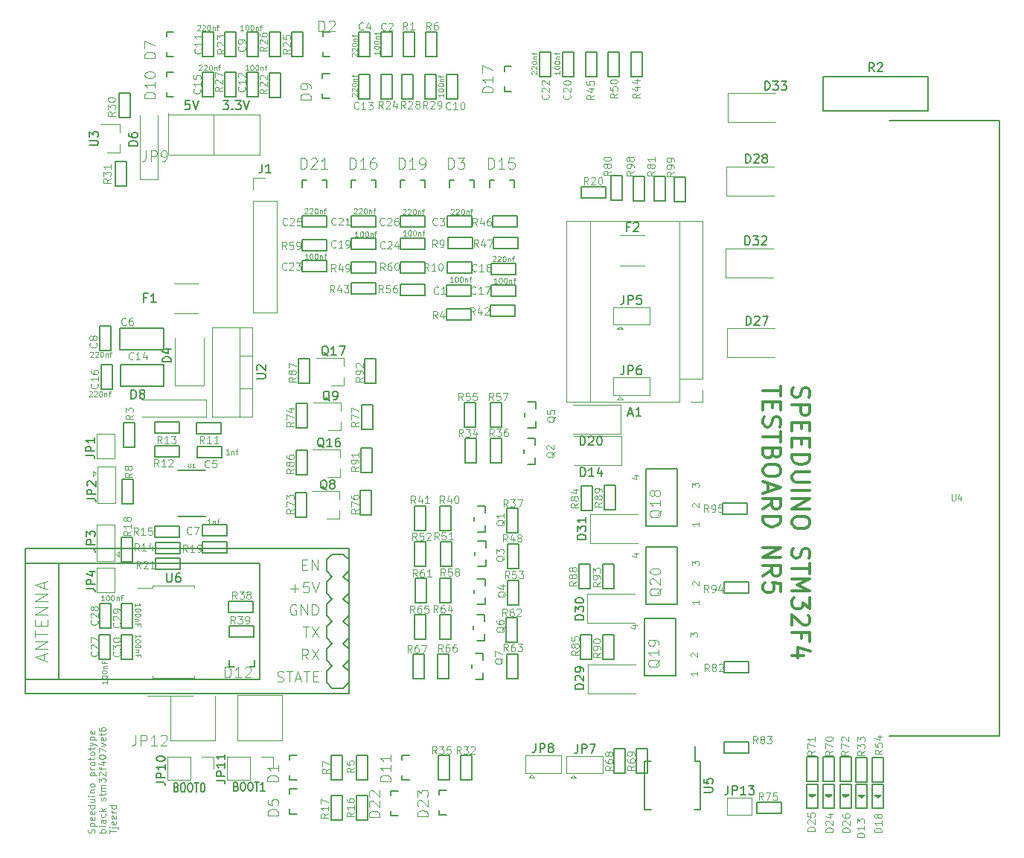
<source format=gto>
G04 #@! TF.GenerationSoftware,KiCad,Pcbnew,5.1.6-c6e7f7d~86~ubuntu18.04.1*
G04 #@! TF.CreationDate,2020-07-03T23:55:57+02:00*
G04 #@! TF.ProjectId,Speeduino_base,53706565-6475-4696-9e6f-5f626173652e,rev?*
G04 #@! TF.SameCoordinates,Original*
G04 #@! TF.FileFunction,Legend,Top*
G04 #@! TF.FilePolarity,Positive*
%FSLAX46Y46*%
G04 Gerber Fmt 4.6, Leading zero omitted, Abs format (unit mm)*
G04 Created by KiCad (PCBNEW 5.1.6-c6e7f7d~86~ubuntu18.04.1) date 2020-07-03 23:55:57*
%MOMM*%
%LPD*%
G01*
G04 APERTURE LIST*
%ADD10C,0.304800*%
%ADD11C,0.150000*%
%ADD12C,0.120000*%
%ADD13C,0.065024*%
%ADD14C,0.127000*%
%ADD15C,0.203200*%
%ADD16C,0.200000*%
%ADD17C,0.152400*%
%ADD18C,0.092900*%
%ADD19C,0.060325*%
%ADD20C,0.121920*%
%ADD21C,0.101600*%
%ADD22C,0.096520*%
%ADD23C,0.097536*%
%ADD24C,0.100000*%
%ADD25C,0.120650*%
%ADD26C,0.034839*%
G04 APERTURE END LIST*
D10*
X194695276Y-58879072D02*
X194600038Y-59164786D01*
X194600038Y-59640977D01*
X194695276Y-59831453D01*
X194790514Y-59926691D01*
X194980990Y-60021929D01*
X195171466Y-60021929D01*
X195361942Y-59926691D01*
X195457180Y-59831453D01*
X195552419Y-59640977D01*
X195647657Y-59260024D01*
X195742895Y-59069548D01*
X195838133Y-58974310D01*
X196028609Y-58879072D01*
X196219085Y-58879072D01*
X196409561Y-58974310D01*
X196504800Y-59069548D01*
X196600038Y-59260024D01*
X196600038Y-59736215D01*
X196504800Y-60021929D01*
X194600038Y-60879072D02*
X196600038Y-60879072D01*
X196600038Y-61640977D01*
X196504800Y-61831453D01*
X196409561Y-61926691D01*
X196219085Y-62021929D01*
X195933371Y-62021929D01*
X195742895Y-61926691D01*
X195647657Y-61831453D01*
X195552419Y-61640977D01*
X195552419Y-60879072D01*
X195647657Y-62879072D02*
X195647657Y-63545739D01*
X194600038Y-63831453D02*
X194600038Y-62879072D01*
X196600038Y-62879072D01*
X196600038Y-63831453D01*
X195647657Y-64688596D02*
X195647657Y-65355262D01*
X194600038Y-65640977D02*
X194600038Y-64688596D01*
X196600038Y-64688596D01*
X196600038Y-65640977D01*
X194600038Y-66498120D02*
X196600038Y-66498120D01*
X196600038Y-66974310D01*
X196504800Y-67260024D01*
X196314323Y-67450500D01*
X196123847Y-67545739D01*
X195742895Y-67640977D01*
X195457180Y-67640977D01*
X195076228Y-67545739D01*
X194885752Y-67450500D01*
X194695276Y-67260024D01*
X194600038Y-66974310D01*
X194600038Y-66498120D01*
X196600038Y-68498120D02*
X194980990Y-68498120D01*
X194790514Y-68593358D01*
X194695276Y-68688596D01*
X194600038Y-68879072D01*
X194600038Y-69260024D01*
X194695276Y-69450500D01*
X194790514Y-69545739D01*
X194980990Y-69640977D01*
X196600038Y-69640977D01*
X194600038Y-70593358D02*
X196600038Y-70593358D01*
X194600038Y-71545739D02*
X196600038Y-71545739D01*
X194600038Y-72688596D01*
X196600038Y-72688596D01*
X196600038Y-74021929D02*
X196600038Y-74402881D01*
X196504800Y-74593358D01*
X196314323Y-74783834D01*
X195933371Y-74879072D01*
X195266704Y-74879072D01*
X194885752Y-74783834D01*
X194695276Y-74593358D01*
X194600038Y-74402881D01*
X194600038Y-74021929D01*
X194695276Y-73831453D01*
X194885752Y-73640977D01*
X195266704Y-73545739D01*
X195933371Y-73545739D01*
X196314323Y-73640977D01*
X196504800Y-73831453D01*
X196600038Y-74021929D01*
X194695276Y-77164786D02*
X194600038Y-77450500D01*
X194600038Y-77926691D01*
X194695276Y-78117167D01*
X194790514Y-78212405D01*
X194980990Y-78307643D01*
X195171466Y-78307643D01*
X195361942Y-78212405D01*
X195457180Y-78117167D01*
X195552419Y-77926691D01*
X195647657Y-77545739D01*
X195742895Y-77355262D01*
X195838133Y-77260024D01*
X196028609Y-77164786D01*
X196219085Y-77164786D01*
X196409561Y-77260024D01*
X196504800Y-77355262D01*
X196600038Y-77545739D01*
X196600038Y-78021929D01*
X196504800Y-78307643D01*
X196600038Y-78879072D02*
X196600038Y-80021929D01*
X194600038Y-79450500D02*
X196600038Y-79450500D01*
X194600038Y-80688596D02*
X196600038Y-80688596D01*
X195171466Y-81355262D01*
X196600038Y-82021929D01*
X194600038Y-82021929D01*
X196600038Y-82783834D02*
X196600038Y-84021929D01*
X195838133Y-83355262D01*
X195838133Y-83640977D01*
X195742895Y-83831453D01*
X195647657Y-83926691D01*
X195457180Y-84021929D01*
X194980990Y-84021929D01*
X194790514Y-83926691D01*
X194695276Y-83831453D01*
X194600038Y-83640977D01*
X194600038Y-83069548D01*
X194695276Y-82879072D01*
X194790514Y-82783834D01*
X196409561Y-84783834D02*
X196504800Y-84879072D01*
X196600038Y-85069548D01*
X196600038Y-85545739D01*
X196504800Y-85736215D01*
X196409561Y-85831453D01*
X196219085Y-85926691D01*
X196028609Y-85926691D01*
X195742895Y-85831453D01*
X194600038Y-84688596D01*
X194600038Y-85926691D01*
X195647657Y-87450500D02*
X195647657Y-86783834D01*
X194600038Y-86783834D02*
X196600038Y-86783834D01*
X196600038Y-87736215D01*
X195933371Y-89355262D02*
X194600038Y-89355262D01*
X196695276Y-88879072D02*
X195266704Y-88402881D01*
X195266704Y-89640977D01*
X193295238Y-58688596D02*
X193295238Y-59831453D01*
X191295238Y-59260024D02*
X193295238Y-59260024D01*
X192342857Y-60498120D02*
X192342857Y-61164786D01*
X191295238Y-61450500D02*
X191295238Y-60498120D01*
X193295238Y-60498120D01*
X193295238Y-61450500D01*
X191390476Y-62212405D02*
X191295238Y-62498120D01*
X191295238Y-62974310D01*
X191390476Y-63164786D01*
X191485714Y-63260024D01*
X191676190Y-63355262D01*
X191866666Y-63355262D01*
X192057142Y-63260024D01*
X192152380Y-63164786D01*
X192247619Y-62974310D01*
X192342857Y-62593358D01*
X192438095Y-62402881D01*
X192533333Y-62307643D01*
X192723809Y-62212405D01*
X192914285Y-62212405D01*
X193104761Y-62307643D01*
X193200000Y-62402881D01*
X193295238Y-62593358D01*
X193295238Y-63069548D01*
X193200000Y-63355262D01*
X193295238Y-63926691D02*
X193295238Y-65069548D01*
X191295238Y-64498120D02*
X193295238Y-64498120D01*
X192342857Y-66402881D02*
X192247619Y-66688596D01*
X192152380Y-66783834D01*
X191961904Y-66879072D01*
X191676190Y-66879072D01*
X191485714Y-66783834D01*
X191390476Y-66688596D01*
X191295238Y-66498120D01*
X191295238Y-65736215D01*
X193295238Y-65736215D01*
X193295238Y-66402881D01*
X193200000Y-66593358D01*
X193104761Y-66688596D01*
X192914285Y-66783834D01*
X192723809Y-66783834D01*
X192533333Y-66688596D01*
X192438095Y-66593358D01*
X192342857Y-66402881D01*
X192342857Y-65736215D01*
X193295238Y-68117167D02*
X193295238Y-68498120D01*
X193200000Y-68688596D01*
X193009523Y-68879072D01*
X192628571Y-68974310D01*
X191961904Y-68974310D01*
X191580952Y-68879072D01*
X191390476Y-68688596D01*
X191295238Y-68498120D01*
X191295238Y-68117167D01*
X191390476Y-67926691D01*
X191580952Y-67736215D01*
X191961904Y-67640977D01*
X192628571Y-67640977D01*
X193009523Y-67736215D01*
X193200000Y-67926691D01*
X193295238Y-68117167D01*
X191866666Y-69736215D02*
X191866666Y-70688596D01*
X191295238Y-69545739D02*
X193295238Y-70212405D01*
X191295238Y-70879072D01*
X191295238Y-72688596D02*
X192247619Y-72021929D01*
X191295238Y-71545739D02*
X193295238Y-71545739D01*
X193295238Y-72307643D01*
X193200000Y-72498120D01*
X193104761Y-72593358D01*
X192914285Y-72688596D01*
X192628571Y-72688596D01*
X192438095Y-72593358D01*
X192342857Y-72498120D01*
X192247619Y-72307643D01*
X192247619Y-71545739D01*
X191295238Y-73545739D02*
X193295238Y-73545739D01*
X193295238Y-74021929D01*
X193200000Y-74307643D01*
X193009523Y-74498120D01*
X192819047Y-74593358D01*
X192438095Y-74688596D01*
X192152380Y-74688596D01*
X191771428Y-74593358D01*
X191580952Y-74498120D01*
X191390476Y-74307643D01*
X191295238Y-74021929D01*
X191295238Y-73545739D01*
X191295238Y-77069548D02*
X193295238Y-77069548D01*
X191295238Y-78212405D01*
X193295238Y-78212405D01*
X191295238Y-80307643D02*
X192247619Y-79640977D01*
X191295238Y-79164786D02*
X193295238Y-79164786D01*
X193295238Y-79926691D01*
X193200000Y-80117167D01*
X193104761Y-80212405D01*
X192914285Y-80307643D01*
X192628571Y-80307643D01*
X192438095Y-80212405D01*
X192342857Y-80117167D01*
X192247619Y-79926691D01*
X192247619Y-79164786D01*
X193295238Y-82117167D02*
X193295238Y-81164786D01*
X192342857Y-81069548D01*
X192438095Y-81164786D01*
X192533333Y-81355262D01*
X192533333Y-81831453D01*
X192438095Y-82021929D01*
X192342857Y-82117167D01*
X192152380Y-82212405D01*
X191676190Y-82212405D01*
X191485714Y-82117167D01*
X191390476Y-82021929D01*
X191295238Y-81831453D01*
X191295238Y-81355262D01*
X191390476Y-81164786D01*
X191485714Y-81069548D01*
D11*
X131358333Y-104253571D02*
X131472619Y-104301190D01*
X131510714Y-104348809D01*
X131548809Y-104444047D01*
X131548809Y-104586904D01*
X131510714Y-104682142D01*
X131472619Y-104729761D01*
X131396428Y-104777380D01*
X131091666Y-104777380D01*
X131091666Y-103777380D01*
X131358333Y-103777380D01*
X131434523Y-103825000D01*
X131472619Y-103872619D01*
X131510714Y-103967857D01*
X131510714Y-104063095D01*
X131472619Y-104158333D01*
X131434523Y-104205952D01*
X131358333Y-104253571D01*
X131091666Y-104253571D01*
X132044047Y-103777380D02*
X132196428Y-103777380D01*
X132272619Y-103825000D01*
X132348809Y-103920238D01*
X132386904Y-104110714D01*
X132386904Y-104444047D01*
X132348809Y-104634523D01*
X132272619Y-104729761D01*
X132196428Y-104777380D01*
X132044047Y-104777380D01*
X131967857Y-104729761D01*
X131891666Y-104634523D01*
X131853571Y-104444047D01*
X131853571Y-104110714D01*
X131891666Y-103920238D01*
X131967857Y-103825000D01*
X132044047Y-103777380D01*
X132882142Y-103777380D02*
X133034523Y-103777380D01*
X133110714Y-103825000D01*
X133186904Y-103920238D01*
X133225000Y-104110714D01*
X133225000Y-104444047D01*
X133186904Y-104634523D01*
X133110714Y-104729761D01*
X133034523Y-104777380D01*
X132882142Y-104777380D01*
X132805952Y-104729761D01*
X132729761Y-104634523D01*
X132691666Y-104444047D01*
X132691666Y-104110714D01*
X132729761Y-103920238D01*
X132805952Y-103825000D01*
X132882142Y-103777380D01*
X133453571Y-103777380D02*
X133910714Y-103777380D01*
X133682142Y-104777380D02*
X133682142Y-103777380D01*
X134596428Y-104777380D02*
X134139285Y-104777380D01*
X134367857Y-104777380D02*
X134367857Y-103777380D01*
X134291666Y-103920238D01*
X134215476Y-104015476D01*
X134139285Y-104063095D01*
X124517333Y-104353571D02*
X124631619Y-104401190D01*
X124669714Y-104448809D01*
X124707809Y-104544047D01*
X124707809Y-104686904D01*
X124669714Y-104782142D01*
X124631619Y-104829761D01*
X124555428Y-104877380D01*
X124250666Y-104877380D01*
X124250666Y-103877380D01*
X124517333Y-103877380D01*
X124593523Y-103925000D01*
X124631619Y-103972619D01*
X124669714Y-104067857D01*
X124669714Y-104163095D01*
X124631619Y-104258333D01*
X124593523Y-104305952D01*
X124517333Y-104353571D01*
X124250666Y-104353571D01*
X125203047Y-103877380D02*
X125355428Y-103877380D01*
X125431619Y-103925000D01*
X125507809Y-104020238D01*
X125545904Y-104210714D01*
X125545904Y-104544047D01*
X125507809Y-104734523D01*
X125431619Y-104829761D01*
X125355428Y-104877380D01*
X125203047Y-104877380D01*
X125126857Y-104829761D01*
X125050666Y-104734523D01*
X125012571Y-104544047D01*
X125012571Y-104210714D01*
X125050666Y-104020238D01*
X125126857Y-103925000D01*
X125203047Y-103877380D01*
X126041142Y-103877380D02*
X126193523Y-103877380D01*
X126269714Y-103925000D01*
X126345904Y-104020238D01*
X126384000Y-104210714D01*
X126384000Y-104544047D01*
X126345904Y-104734523D01*
X126269714Y-104829761D01*
X126193523Y-104877380D01*
X126041142Y-104877380D01*
X125964952Y-104829761D01*
X125888761Y-104734523D01*
X125850666Y-104544047D01*
X125850666Y-104210714D01*
X125888761Y-104020238D01*
X125964952Y-103925000D01*
X126041142Y-103877380D01*
X126612571Y-103877380D02*
X127069714Y-103877380D01*
X126841142Y-104877380D02*
X126841142Y-103877380D01*
X127488761Y-103877380D02*
X127564952Y-103877380D01*
X127641142Y-103925000D01*
X127679238Y-103972619D01*
X127717333Y-104067857D01*
X127755428Y-104258333D01*
X127755428Y-104496428D01*
X127717333Y-104686904D01*
X127679238Y-104782142D01*
X127641142Y-104829761D01*
X127564952Y-104877380D01*
X127488761Y-104877380D01*
X127412571Y-104829761D01*
X127374476Y-104782142D01*
X127336380Y-104686904D01*
X127298285Y-104496428D01*
X127298285Y-104258333D01*
X127336380Y-104067857D01*
X127374476Y-103972619D01*
X127412571Y-103925000D01*
X127488761Y-103877380D01*
D12*
X131445000Y-99060000D02*
X131445000Y-93853000D01*
X136525000Y-99060000D02*
X131445000Y-99060000D01*
X136525000Y-93853000D02*
X136525000Y-99060000D01*
X131445000Y-93853000D02*
X136525000Y-93853000D01*
X123825000Y-99060000D02*
X123825000Y-93980000D01*
X128905000Y-99060000D02*
X123825000Y-99060000D01*
X128905000Y-93980000D02*
X128905000Y-99060000D01*
X121198000Y-93955000D02*
X126405000Y-93955000D01*
X133985000Y-32385000D02*
X128778000Y-32385000D01*
X133985000Y-27813000D02*
X133985000Y-32385000D01*
X128778000Y-27813000D02*
X133985000Y-27813000D01*
X128778000Y-27813000D02*
X123571000Y-27813000D01*
X128778000Y-32385000D02*
X128778000Y-27813000D01*
X123571000Y-32385000D02*
X128778000Y-32385000D01*
X123571000Y-27686000D02*
X123571000Y-32385000D01*
D11*
X129841809Y-26249380D02*
X130460857Y-26249380D01*
X130127523Y-26630333D01*
X130270380Y-26630333D01*
X130365619Y-26677952D01*
X130413238Y-26725571D01*
X130460857Y-26820809D01*
X130460857Y-27058904D01*
X130413238Y-27154142D01*
X130365619Y-27201761D01*
X130270380Y-27249380D01*
X129984666Y-27249380D01*
X129889428Y-27201761D01*
X129841809Y-27154142D01*
X130889428Y-27154142D02*
X130937047Y-27201761D01*
X130889428Y-27249380D01*
X130841809Y-27201761D01*
X130889428Y-27154142D01*
X130889428Y-27249380D01*
X131270380Y-26249380D02*
X131889428Y-26249380D01*
X131556095Y-26630333D01*
X131698952Y-26630333D01*
X131794190Y-26677952D01*
X131841809Y-26725571D01*
X131889428Y-26820809D01*
X131889428Y-27058904D01*
X131841809Y-27154142D01*
X131794190Y-27201761D01*
X131698952Y-27249380D01*
X131413238Y-27249380D01*
X131318000Y-27201761D01*
X131270380Y-27154142D01*
X132175142Y-26249380D02*
X132508476Y-27249380D01*
X132841809Y-26249380D01*
X126047523Y-26249380D02*
X125571333Y-26249380D01*
X125523714Y-26725571D01*
X125571333Y-26677952D01*
X125666571Y-26630333D01*
X125904666Y-26630333D01*
X125999904Y-26677952D01*
X126047523Y-26725571D01*
X126095142Y-26820809D01*
X126095142Y-27058904D01*
X126047523Y-27154142D01*
X125999904Y-27201761D01*
X125904666Y-27249380D01*
X125666571Y-27249380D01*
X125571333Y-27201761D01*
X125523714Y-27154142D01*
X126380857Y-26249380D02*
X126714190Y-27249380D01*
X127047523Y-26249380D01*
D13*
X115208932Y-109538656D02*
X115245702Y-109428347D01*
X115245702Y-109244500D01*
X115208932Y-109170961D01*
X115172163Y-109134191D01*
X115098624Y-109097422D01*
X115025085Y-109097422D01*
X114951546Y-109134191D01*
X114914776Y-109170961D01*
X114878007Y-109244500D01*
X114841237Y-109391578D01*
X114804468Y-109465117D01*
X114767698Y-109501886D01*
X114694159Y-109538656D01*
X114620620Y-109538656D01*
X114547081Y-109501886D01*
X114510312Y-109465117D01*
X114473542Y-109391578D01*
X114473542Y-109207730D01*
X114510312Y-109097422D01*
X114730929Y-108766496D02*
X115503089Y-108766496D01*
X114767698Y-108766496D02*
X114730929Y-108692957D01*
X114730929Y-108545879D01*
X114767698Y-108472340D01*
X114804468Y-108435570D01*
X114878007Y-108398801D01*
X115098624Y-108398801D01*
X115172163Y-108435570D01*
X115208932Y-108472340D01*
X115245702Y-108545879D01*
X115245702Y-108692957D01*
X115208932Y-108766496D01*
X115208932Y-107773719D02*
X115245702Y-107847258D01*
X115245702Y-107994336D01*
X115208932Y-108067875D01*
X115135393Y-108104644D01*
X114841237Y-108104644D01*
X114767698Y-108067875D01*
X114730929Y-107994336D01*
X114730929Y-107847258D01*
X114767698Y-107773719D01*
X114841237Y-107736949D01*
X114914776Y-107736949D01*
X114988315Y-108104644D01*
X115208932Y-107111867D02*
X115245702Y-107185406D01*
X115245702Y-107332484D01*
X115208932Y-107406023D01*
X115135393Y-107442793D01*
X114841237Y-107442793D01*
X114767698Y-107406023D01*
X114730929Y-107332484D01*
X114730929Y-107185406D01*
X114767698Y-107111867D01*
X114841237Y-107075098D01*
X114914776Y-107075098D01*
X114988315Y-107442793D01*
X115245702Y-106413246D02*
X114473542Y-106413246D01*
X115208932Y-106413246D02*
X115245702Y-106486785D01*
X115245702Y-106633863D01*
X115208932Y-106707402D01*
X115172163Y-106744172D01*
X115098624Y-106780942D01*
X114878007Y-106780942D01*
X114804468Y-106744172D01*
X114767698Y-106707402D01*
X114730929Y-106633863D01*
X114730929Y-106486785D01*
X114767698Y-106413246D01*
X114730929Y-105714625D02*
X115245702Y-105714625D01*
X114730929Y-106045551D02*
X115135393Y-106045551D01*
X115208932Y-106008782D01*
X115245702Y-105935242D01*
X115245702Y-105824934D01*
X115208932Y-105751395D01*
X115172163Y-105714625D01*
X115245702Y-105346930D02*
X114730929Y-105346930D01*
X114473542Y-105346930D02*
X114510312Y-105383700D01*
X114547081Y-105346930D01*
X114510312Y-105310161D01*
X114473542Y-105346930D01*
X114547081Y-105346930D01*
X114730929Y-104979235D02*
X115245702Y-104979235D01*
X114804468Y-104979235D02*
X114767698Y-104942465D01*
X114730929Y-104868926D01*
X114730929Y-104758618D01*
X114767698Y-104685079D01*
X114841237Y-104648309D01*
X115245702Y-104648309D01*
X115245702Y-104170305D02*
X115208932Y-104243844D01*
X115172163Y-104280614D01*
X115098624Y-104317383D01*
X114878007Y-104317383D01*
X114804468Y-104280614D01*
X114767698Y-104243844D01*
X114730929Y-104170305D01*
X114730929Y-104059997D01*
X114767698Y-103986458D01*
X114804468Y-103949688D01*
X114878007Y-103912919D01*
X115098624Y-103912919D01*
X115172163Y-103949688D01*
X115208932Y-103986458D01*
X115245702Y-104059997D01*
X115245702Y-104170305D01*
X114730929Y-102993681D02*
X115503089Y-102993681D01*
X114767698Y-102993681D02*
X114730929Y-102920142D01*
X114730929Y-102773063D01*
X114767698Y-102699524D01*
X114804468Y-102662755D01*
X114878007Y-102625985D01*
X115098624Y-102625985D01*
X115172163Y-102662755D01*
X115208932Y-102699524D01*
X115245702Y-102773063D01*
X115245702Y-102920142D01*
X115208932Y-102993681D01*
X115245702Y-102295060D02*
X114730929Y-102295060D01*
X114878007Y-102295060D02*
X114804468Y-102258290D01*
X114767698Y-102221521D01*
X114730929Y-102147982D01*
X114730929Y-102074442D01*
X115245702Y-101706747D02*
X115208932Y-101780286D01*
X115172163Y-101817056D01*
X115098624Y-101853825D01*
X114878007Y-101853825D01*
X114804468Y-101817056D01*
X114767698Y-101780286D01*
X114730929Y-101706747D01*
X114730929Y-101596439D01*
X114767698Y-101522900D01*
X114804468Y-101486130D01*
X114878007Y-101449361D01*
X115098624Y-101449361D01*
X115172163Y-101486130D01*
X115208932Y-101522900D01*
X115245702Y-101596439D01*
X115245702Y-101706747D01*
X114730929Y-101228743D02*
X114730929Y-100934587D01*
X114473542Y-101118435D02*
X115135393Y-101118435D01*
X115208932Y-101081665D01*
X115245702Y-101008126D01*
X115245702Y-100934587D01*
X115245702Y-100566892D02*
X115208932Y-100640431D01*
X115172163Y-100677201D01*
X115098624Y-100713970D01*
X114878007Y-100713970D01*
X114804468Y-100677201D01*
X114767698Y-100640431D01*
X114730929Y-100566892D01*
X114730929Y-100456583D01*
X114767698Y-100383044D01*
X114804468Y-100346275D01*
X114878007Y-100309505D01*
X115098624Y-100309505D01*
X115172163Y-100346275D01*
X115208932Y-100383044D01*
X115245702Y-100456583D01*
X115245702Y-100566892D01*
X114730929Y-100088888D02*
X114730929Y-99794732D01*
X114473542Y-99978580D02*
X115135393Y-99978580D01*
X115208932Y-99941810D01*
X115245702Y-99868271D01*
X115245702Y-99794732D01*
X114730929Y-99610884D02*
X115245702Y-99427037D01*
X114730929Y-99243189D02*
X115245702Y-99427037D01*
X115429550Y-99500576D01*
X115466319Y-99537345D01*
X115503089Y-99610884D01*
X114730929Y-98949033D02*
X115503089Y-98949033D01*
X114767698Y-98949033D02*
X114730929Y-98875494D01*
X114730929Y-98728416D01*
X114767698Y-98654877D01*
X114804468Y-98618107D01*
X114878007Y-98581338D01*
X115098624Y-98581338D01*
X115172163Y-98618107D01*
X115208932Y-98654877D01*
X115245702Y-98728416D01*
X115245702Y-98875494D01*
X115208932Y-98949033D01*
X115208932Y-97956256D02*
X115245702Y-98029795D01*
X115245702Y-98176873D01*
X115208932Y-98250412D01*
X115135393Y-98287182D01*
X114841237Y-98287182D01*
X114767698Y-98250412D01*
X114730929Y-98176873D01*
X114730929Y-98029795D01*
X114767698Y-97956256D01*
X114841237Y-97919486D01*
X114914776Y-97919486D01*
X114988315Y-98287182D01*
X116468966Y-109501886D02*
X115696806Y-109501886D01*
X115990962Y-109501886D02*
X115954193Y-109428347D01*
X115954193Y-109281269D01*
X115990962Y-109207730D01*
X116027732Y-109170961D01*
X116101271Y-109134191D01*
X116321888Y-109134191D01*
X116395427Y-109170961D01*
X116432196Y-109207730D01*
X116468966Y-109281269D01*
X116468966Y-109428347D01*
X116432196Y-109501886D01*
X116468966Y-108692957D02*
X116432196Y-108766496D01*
X116358657Y-108803265D01*
X115696806Y-108803265D01*
X116468966Y-108067875D02*
X116064501Y-108067875D01*
X115990962Y-108104644D01*
X115954193Y-108178183D01*
X115954193Y-108325262D01*
X115990962Y-108398801D01*
X116432196Y-108067875D02*
X116468966Y-108141414D01*
X116468966Y-108325262D01*
X116432196Y-108398801D01*
X116358657Y-108435570D01*
X116285118Y-108435570D01*
X116211579Y-108398801D01*
X116174810Y-108325262D01*
X116174810Y-108141414D01*
X116138040Y-108067875D01*
X116432196Y-107369254D02*
X116468966Y-107442793D01*
X116468966Y-107589871D01*
X116432196Y-107663410D01*
X116395427Y-107700180D01*
X116321888Y-107736949D01*
X116101271Y-107736949D01*
X116027732Y-107700180D01*
X115990962Y-107663410D01*
X115954193Y-107589871D01*
X115954193Y-107442793D01*
X115990962Y-107369254D01*
X116468966Y-107038328D02*
X115696806Y-107038328D01*
X116174810Y-106964789D02*
X116468966Y-106744172D01*
X115954193Y-106744172D02*
X116248349Y-107038328D01*
X116432196Y-105861703D02*
X116468966Y-105788164D01*
X116468966Y-105641086D01*
X116432196Y-105567547D01*
X116358657Y-105530778D01*
X116321888Y-105530778D01*
X116248349Y-105567547D01*
X116211579Y-105641086D01*
X116211579Y-105751395D01*
X116174810Y-105824934D01*
X116101271Y-105861703D01*
X116064501Y-105861703D01*
X115990962Y-105824934D01*
X115954193Y-105751395D01*
X115954193Y-105641086D01*
X115990962Y-105567547D01*
X115954193Y-105310161D02*
X115954193Y-105016004D01*
X115696806Y-105199852D02*
X116358657Y-105199852D01*
X116432196Y-105163082D01*
X116468966Y-105089543D01*
X116468966Y-105016004D01*
X116468966Y-104758618D02*
X115954193Y-104758618D01*
X116027732Y-104758618D02*
X115990962Y-104721848D01*
X115954193Y-104648309D01*
X115954193Y-104538001D01*
X115990962Y-104464462D01*
X116064501Y-104427692D01*
X116468966Y-104427692D01*
X116064501Y-104427692D02*
X115990962Y-104390922D01*
X115954193Y-104317383D01*
X115954193Y-104207075D01*
X115990962Y-104133536D01*
X116064501Y-104096766D01*
X116468966Y-104096766D01*
X115696806Y-103802610D02*
X115696806Y-103324606D01*
X115990962Y-103581993D01*
X115990962Y-103471684D01*
X116027732Y-103398145D01*
X116064501Y-103361376D01*
X116138040Y-103324606D01*
X116321888Y-103324606D01*
X116395427Y-103361376D01*
X116432196Y-103398145D01*
X116468966Y-103471684D01*
X116468966Y-103692302D01*
X116432196Y-103765841D01*
X116395427Y-103802610D01*
X115770345Y-103030450D02*
X115733576Y-102993681D01*
X115696806Y-102920142D01*
X115696806Y-102736294D01*
X115733576Y-102662755D01*
X115770345Y-102625985D01*
X115843884Y-102589216D01*
X115917423Y-102589216D01*
X116027732Y-102625985D01*
X116468966Y-103067220D01*
X116468966Y-102589216D01*
X115954193Y-102368599D02*
X115954193Y-102074442D01*
X116468966Y-102258290D02*
X115807115Y-102258290D01*
X115733576Y-102221521D01*
X115696806Y-102147982D01*
X115696806Y-102074442D01*
X115954193Y-101486130D02*
X116468966Y-101486130D01*
X115660036Y-101669978D02*
X116211579Y-101853825D01*
X116211579Y-101375822D01*
X115696806Y-100934587D02*
X115696806Y-100861048D01*
X115733576Y-100787509D01*
X115770345Y-100750740D01*
X115843884Y-100713970D01*
X115990962Y-100677201D01*
X116174810Y-100677201D01*
X116321888Y-100713970D01*
X116395427Y-100750740D01*
X116432196Y-100787509D01*
X116468966Y-100861048D01*
X116468966Y-100934587D01*
X116432196Y-101008126D01*
X116395427Y-101044896D01*
X116321888Y-101081665D01*
X116174810Y-101118435D01*
X115990962Y-101118435D01*
X115843884Y-101081665D01*
X115770345Y-101044896D01*
X115733576Y-101008126D01*
X115696806Y-100934587D01*
X115696806Y-100419814D02*
X115696806Y-99905041D01*
X116468966Y-100235966D01*
X115954193Y-99684423D02*
X116468966Y-99500576D01*
X115954193Y-99316728D01*
X116432196Y-98728416D02*
X116468966Y-98801955D01*
X116468966Y-98949033D01*
X116432196Y-99022572D01*
X116358657Y-99059342D01*
X116064501Y-99059342D01*
X115990962Y-99022572D01*
X115954193Y-98949033D01*
X115954193Y-98801955D01*
X115990962Y-98728416D01*
X116064501Y-98691646D01*
X116138040Y-98691646D01*
X116211579Y-99059342D01*
X115954193Y-98471029D02*
X115954193Y-98176873D01*
X115696806Y-98360721D02*
X116358657Y-98360721D01*
X116432196Y-98323951D01*
X116468966Y-98250412D01*
X116468966Y-98176873D01*
X115696806Y-97588561D02*
X115696806Y-97735639D01*
X115733576Y-97809178D01*
X115770345Y-97845947D01*
X115880654Y-97919486D01*
X116027732Y-97956256D01*
X116321888Y-97956256D01*
X116395427Y-97919486D01*
X116432196Y-97882717D01*
X116468966Y-97809178D01*
X116468966Y-97662100D01*
X116432196Y-97588561D01*
X116395427Y-97551791D01*
X116321888Y-97515022D01*
X116138040Y-97515022D01*
X116064501Y-97551791D01*
X116027732Y-97588561D01*
X115990962Y-97662100D01*
X115990962Y-97809178D01*
X116027732Y-97882717D01*
X116064501Y-97919486D01*
X116138040Y-97956256D01*
X116920070Y-109612195D02*
X116920070Y-109170961D01*
X117692230Y-109391578D02*
X116920070Y-109391578D01*
X117177457Y-108913574D02*
X117839308Y-108913574D01*
X117912847Y-108950343D01*
X117949617Y-109023882D01*
X117949617Y-109060652D01*
X116920070Y-108913574D02*
X116956840Y-108950343D01*
X116993609Y-108913574D01*
X116956840Y-108876804D01*
X116920070Y-108913574D01*
X116993609Y-108913574D01*
X117655460Y-108251722D02*
X117692230Y-108325262D01*
X117692230Y-108472340D01*
X117655460Y-108545879D01*
X117581921Y-108582648D01*
X117287765Y-108582648D01*
X117214226Y-108545879D01*
X117177457Y-108472340D01*
X117177457Y-108325262D01*
X117214226Y-108251722D01*
X117287765Y-108214953D01*
X117361304Y-108214953D01*
X117434843Y-108582648D01*
X117655460Y-107589871D02*
X117692230Y-107663410D01*
X117692230Y-107810488D01*
X117655460Y-107884027D01*
X117581921Y-107920797D01*
X117287765Y-107920797D01*
X117214226Y-107884027D01*
X117177457Y-107810488D01*
X117177457Y-107663410D01*
X117214226Y-107589871D01*
X117287765Y-107553102D01*
X117361304Y-107553102D01*
X117434843Y-107920797D01*
X117692230Y-107222176D02*
X117177457Y-107222176D01*
X117324535Y-107222176D02*
X117250996Y-107185406D01*
X117214226Y-107148637D01*
X117177457Y-107075098D01*
X117177457Y-107001559D01*
X117692230Y-106413246D02*
X116920070Y-106413246D01*
X117655460Y-106413246D02*
X117692230Y-106486785D01*
X117692230Y-106633863D01*
X117655460Y-106707402D01*
X117618691Y-106744172D01*
X117545152Y-106780942D01*
X117324535Y-106780942D01*
X117250996Y-106744172D01*
X117214226Y-106707402D01*
X117177457Y-106633863D01*
X117177457Y-106486785D01*
X117214226Y-106413246D01*
D14*
X145034000Y-100711000D02*
X146304000Y-100711000D01*
X145034000Y-103505000D02*
X145034000Y-100711000D01*
X146304000Y-103505000D02*
X145034000Y-103505000D01*
X146304000Y-100711000D02*
X146304000Y-103505000D01*
X118527000Y-62850000D02*
X119797000Y-62850000D01*
X118527000Y-65644000D02*
X118527000Y-62850000D01*
X119797000Y-65644000D02*
X118527000Y-65644000D01*
X119797000Y-62850000D02*
X119797000Y-65644000D01*
X181155000Y-37717000D02*
X181155000Y-34923000D01*
X181155000Y-34923000D02*
X182425000Y-34923000D01*
X182425000Y-34923000D02*
X182425000Y-37717000D01*
X182425000Y-37717000D02*
X181155000Y-37717000D01*
X176555000Y-37632000D02*
X176555000Y-34838000D01*
X176555000Y-34838000D02*
X177825000Y-34838000D01*
X177825000Y-34838000D02*
X177825000Y-37632000D01*
X177825000Y-37632000D02*
X176555000Y-37632000D01*
X145940000Y-58348666D02*
X145940000Y-55554666D01*
X145940000Y-55554666D02*
X147210000Y-55554666D01*
X147210000Y-55554666D02*
X147210000Y-58348666D01*
X147210000Y-58348666D02*
X145940000Y-58348666D01*
X145530000Y-68515332D02*
X145530000Y-65721332D01*
X145530000Y-65721332D02*
X146800000Y-65721332D01*
X146800000Y-65721332D02*
X146800000Y-68515332D01*
X146800000Y-68515332D02*
X145530000Y-68515332D01*
X138435000Y-58422000D02*
X138435000Y-55628000D01*
X138435000Y-55628000D02*
X139705000Y-55628000D01*
X139705000Y-55628000D02*
X139705000Y-58422000D01*
X139705000Y-58422000D02*
X138435000Y-58422000D01*
X138200000Y-68812000D02*
X138200000Y-66018000D01*
X138200000Y-66018000D02*
X139470000Y-66018000D01*
X139470000Y-66018000D02*
X139470000Y-68812000D01*
X139470000Y-68812000D02*
X138200000Y-68812000D01*
X178935000Y-37637000D02*
X178935000Y-34843000D01*
X178935000Y-34843000D02*
X180205000Y-34843000D01*
X180205000Y-34843000D02*
X180205000Y-37637000D01*
X180205000Y-37637000D02*
X178935000Y-37637000D01*
X173985000Y-37592000D02*
X173985000Y-34798000D01*
X173985000Y-34798000D02*
X175255000Y-34798000D01*
X175255000Y-34798000D02*
X175255000Y-37592000D01*
X175255000Y-37592000D02*
X173985000Y-37592000D01*
X145600000Y-63602000D02*
X145600000Y-60808000D01*
X145600000Y-60808000D02*
X146870000Y-60808000D01*
X146870000Y-60808000D02*
X146870000Y-63602000D01*
X146870000Y-63602000D02*
X145600000Y-63602000D01*
X145460000Y-73382000D02*
X145460000Y-70588000D01*
X145460000Y-70588000D02*
X146730000Y-70588000D01*
X146730000Y-70588000D02*
X146730000Y-73382000D01*
X146730000Y-73382000D02*
X145460000Y-73382000D01*
X138170000Y-63502000D02*
X138170000Y-60708000D01*
X138170000Y-60708000D02*
X139440000Y-60708000D01*
X139440000Y-60708000D02*
X139440000Y-63502000D01*
X139440000Y-63502000D02*
X138170000Y-63502000D01*
X138080000Y-73602000D02*
X138080000Y-70808000D01*
X138080000Y-70808000D02*
X139350000Y-70808000D01*
X139350000Y-70808000D02*
X139350000Y-73602000D01*
X139350000Y-73602000D02*
X138080000Y-73602000D01*
X117625000Y-35962000D02*
X117625000Y-33168000D01*
X117625000Y-33168000D02*
X118895000Y-33168000D01*
X118895000Y-33168000D02*
X118895000Y-35962000D01*
X118895000Y-35962000D02*
X117625000Y-35962000D01*
X118015000Y-28132000D02*
X118015000Y-25338000D01*
X118015000Y-25338000D02*
X119285000Y-25338000D01*
X119285000Y-25338000D02*
X119285000Y-28132000D01*
X119285000Y-28132000D02*
X118015000Y-28132000D01*
X170578000Y-35995000D02*
X173372000Y-35995000D01*
X173372000Y-35995000D02*
X173372000Y-37265000D01*
X173372000Y-37265000D02*
X170578000Y-37265000D01*
X170578000Y-37265000D02*
X170578000Y-35995000D01*
X146304000Y-105297000D02*
X146304000Y-108091000D01*
X146304000Y-108091000D02*
X145034000Y-108091000D01*
X145034000Y-108091000D02*
X145034000Y-105297000D01*
X145034000Y-105297000D02*
X146304000Y-105297000D01*
D12*
X133220000Y-51995000D02*
X133220000Y-62235000D01*
X128579000Y-51995000D02*
X128579000Y-62235000D01*
X133220000Y-51995000D02*
X128579000Y-51995000D01*
X133220000Y-62235000D02*
X128579000Y-62235000D01*
X131710000Y-51995000D02*
X131710000Y-62235000D01*
X133220000Y-55265000D02*
X131710000Y-55265000D01*
X133220000Y-58966000D02*
X131710000Y-58966000D01*
X120650000Y-62214000D02*
X127950000Y-62214000D01*
X127950000Y-62214000D02*
X127950000Y-60214000D01*
X127950000Y-60214000D02*
X120650000Y-60214000D01*
X171606000Y-73270000D02*
X171606000Y-76570000D01*
X171606000Y-76570000D02*
X177006000Y-76570000D01*
X171606000Y-73270000D02*
X177006000Y-73270000D01*
X171320000Y-82375000D02*
X171320000Y-85675000D01*
X171320000Y-85675000D02*
X176720000Y-85675000D01*
X171320000Y-82375000D02*
X176720000Y-82375000D01*
X171352000Y-90400000D02*
X171352000Y-93700000D01*
X171352000Y-93700000D02*
X176752000Y-93700000D01*
X171352000Y-90400000D02*
X176752000Y-90400000D01*
X175104000Y-64134000D02*
X175104000Y-60834000D01*
X175104000Y-60834000D02*
X169704000Y-60834000D01*
X175104000Y-64134000D02*
X169704000Y-64134000D01*
X175136000Y-67690000D02*
X175136000Y-64390000D01*
X175136000Y-64390000D02*
X169736000Y-64390000D01*
X175136000Y-67690000D02*
X169736000Y-67690000D01*
X124334000Y-58604000D02*
X127634000Y-58604000D01*
X127634000Y-58604000D02*
X127634000Y-53204000D01*
X124334000Y-58604000D02*
X124334000Y-53204000D01*
D14*
X119545000Y-87020500D02*
X119545000Y-89814500D01*
X119545000Y-89814500D02*
X118275000Y-89814500D01*
X118275000Y-89814500D02*
X118275000Y-87020500D01*
X118275000Y-87020500D02*
X119545000Y-87020500D01*
X119525000Y-83490500D02*
X119525000Y-86284500D01*
X119525000Y-86284500D02*
X118255000Y-86284500D01*
X118255000Y-86284500D02*
X118255000Y-83490500D01*
X118255000Y-83490500D02*
X119525000Y-83490500D01*
X115805000Y-86284500D02*
X115805000Y-83490500D01*
X115805000Y-83490500D02*
X117075000Y-83490500D01*
X117075000Y-83490500D02*
X117075000Y-86284500D01*
X117075000Y-86284500D02*
X115805000Y-86284500D01*
X115775000Y-89794500D02*
X115775000Y-87000500D01*
X115775000Y-87000500D02*
X117045000Y-87000500D01*
X117045000Y-87000500D02*
X117045000Y-89794500D01*
X117045000Y-89794500D02*
X115775000Y-89794500D01*
X174345000Y-102735000D02*
X174345000Y-99941000D01*
X174345000Y-99941000D02*
X175615000Y-99941000D01*
X175615000Y-99941000D02*
X175615000Y-102735000D01*
X175615000Y-102735000D02*
X174345000Y-102735000D01*
D12*
X124228000Y-91913000D02*
X126613000Y-91913000D01*
X126613000Y-91913000D02*
X126613000Y-91633000D01*
X124228000Y-91913000D02*
X121843000Y-91913000D01*
X121843000Y-91913000D02*
X121843000Y-91633000D01*
X124228000Y-81393000D02*
X126613000Y-81393000D01*
X126613000Y-81393000D02*
X126613000Y-81673000D01*
X124228000Y-81393000D02*
X121843000Y-81393000D01*
X121843000Y-81393000D02*
X121843000Y-81673000D01*
X121843000Y-81673000D02*
X120178000Y-81673000D01*
D11*
X184185000Y-101420000D02*
X183530000Y-101420000D01*
X184185000Y-106920000D02*
X183435000Y-106920000D01*
X177775000Y-106920000D02*
X178525000Y-106920000D01*
X177775000Y-101420000D02*
X178525000Y-101420000D01*
X184185000Y-101420000D02*
X184185000Y-106920000D01*
X177775000Y-101420000D02*
X177775000Y-106920000D01*
X183530000Y-101420000D02*
X183530000Y-99670000D01*
D14*
X144145000Y-93726000D02*
X144145000Y-92456000D01*
X144145000Y-92456000D02*
X144145000Y-91186000D01*
X144145000Y-91186000D02*
X144145000Y-89916000D01*
X144145000Y-89916000D02*
X144145000Y-88646000D01*
X144145000Y-88646000D02*
X144145000Y-87376000D01*
X144145000Y-87376000D02*
X144145000Y-86106000D01*
X144145000Y-86106000D02*
X144145000Y-77216000D01*
X144145000Y-77216000D02*
X107315000Y-77216000D01*
X107315000Y-77216000D02*
X107315000Y-78867000D01*
X107315000Y-78867000D02*
X107315000Y-92075000D01*
X107315000Y-92075000D02*
X107315000Y-93726000D01*
X107315000Y-93726000D02*
X144145000Y-93726000D01*
X142240000Y-85471000D02*
X141605000Y-84836000D01*
X141605000Y-84836000D02*
X141605000Y-83566000D01*
X141605000Y-83566000D02*
X142240000Y-82931000D01*
X142240000Y-82931000D02*
X141605000Y-82296000D01*
X141605000Y-82296000D02*
X141605000Y-81026000D01*
X141605000Y-81026000D02*
X142240000Y-80391000D01*
X142240000Y-80391000D02*
X141605000Y-79756000D01*
X141605000Y-79756000D02*
X141605000Y-78486000D01*
X143510000Y-77851000D02*
X144145000Y-78486000D01*
X144145000Y-79756000D02*
X143510000Y-80391000D01*
X143510000Y-80391000D02*
X144145000Y-81026000D01*
X144145000Y-82296000D02*
X143510000Y-82931000D01*
X143510000Y-82931000D02*
X144145000Y-83566000D01*
X144145000Y-84836000D02*
X143510000Y-85471000D01*
X143510000Y-77851000D02*
X142240000Y-77851000D01*
X142240000Y-77851000D02*
X141605000Y-78486000D01*
X142240000Y-85471000D02*
X141605000Y-86106000D01*
X141605000Y-86106000D02*
X141605000Y-87376000D01*
X141605000Y-87376000D02*
X142240000Y-88011000D01*
X142240000Y-88011000D02*
X141605000Y-88646000D01*
X141605000Y-88646000D02*
X141605000Y-89916000D01*
X141605000Y-89916000D02*
X142240000Y-90551000D01*
X142240000Y-90551000D02*
X141605000Y-91186000D01*
X141605000Y-91186000D02*
X141605000Y-92456000D01*
X141605000Y-92456000D02*
X142240000Y-93091000D01*
X142240000Y-93091000D02*
X143510000Y-93091000D01*
X143510000Y-93091000D02*
X144145000Y-92456000D01*
X144145000Y-91186000D02*
X143510000Y-90551000D01*
X143510000Y-90551000D02*
X144145000Y-89916000D01*
X144145000Y-88646000D02*
X143510000Y-88011000D01*
X143510000Y-88011000D02*
X144145000Y-87376000D01*
X144145000Y-86106000D02*
X143510000Y-85471000D01*
X107315000Y-92075000D02*
X111125000Y-92075000D01*
X111125000Y-92075000D02*
X133985000Y-92075000D01*
X133985000Y-92075000D02*
X133985000Y-78867000D01*
X133985000Y-78867000D02*
X111125000Y-78867000D01*
X111125000Y-78867000D02*
X107315000Y-78867000D01*
X111125000Y-92075000D02*
X111125000Y-78867000D01*
X163069000Y-50785000D02*
X160275000Y-50785000D01*
X160275000Y-50785000D02*
X160275000Y-49515000D01*
X160275000Y-49515000D02*
X163069000Y-49515000D01*
X163069000Y-49515000D02*
X163069000Y-50785000D01*
D12*
X118090000Y-32100000D02*
X118090000Y-31170000D01*
X118090000Y-28940000D02*
X118090000Y-29870000D01*
X118090000Y-28940000D02*
X115930000Y-28940000D01*
X118090000Y-32100000D02*
X116630000Y-32100000D01*
D14*
X190581000Y-106035000D02*
X193375000Y-106035000D01*
X193375000Y-106035000D02*
X193375000Y-107305000D01*
X193375000Y-107305000D02*
X190581000Y-107305000D01*
X190581000Y-107305000D02*
X190581000Y-106035000D01*
D12*
X187230000Y-107530000D02*
X187230000Y-105530000D01*
X190030000Y-107530000D02*
X187230000Y-107530000D01*
X190030000Y-105530000D02*
X190030000Y-107530000D01*
X187230000Y-105530000D02*
X190030000Y-105530000D01*
D15*
X177941000Y-68121400D02*
X181497000Y-68121400D01*
X181497000Y-68121400D02*
X181497000Y-74674600D01*
X181497000Y-74674600D02*
X177941000Y-74674600D01*
X177941000Y-74674600D02*
X177941000Y-68121400D01*
D12*
X143630000Y-58630000D02*
X143630000Y-57700000D01*
X143630000Y-55470000D02*
X143630000Y-56400000D01*
X143630000Y-55470000D02*
X140470000Y-55470000D01*
X143630000Y-58630000D02*
X142170000Y-58630000D01*
X143195000Y-69045000D02*
X143195000Y-68115000D01*
X143195000Y-65885000D02*
X143195000Y-66815000D01*
X143195000Y-65885000D02*
X140035000Y-65885000D01*
X143195000Y-69045000D02*
X141735000Y-69045000D01*
X143290000Y-63760000D02*
X143290000Y-62830000D01*
X143290000Y-60600000D02*
X143290000Y-61530000D01*
X143290000Y-60600000D02*
X140130000Y-60600000D01*
X143290000Y-63760000D02*
X141830000Y-63760000D01*
X187310000Y-25330000D02*
X187310000Y-28630000D01*
X187310000Y-28630000D02*
X192710000Y-28630000D01*
X187310000Y-25330000D02*
X192710000Y-25330000D01*
X187050000Y-43050000D02*
X187050000Y-46350000D01*
X187050000Y-46350000D02*
X192450000Y-46350000D01*
X187050000Y-43050000D02*
X192450000Y-43050000D01*
X187125000Y-33725000D02*
X187125000Y-37025000D01*
X187125000Y-37025000D02*
X192525000Y-37025000D01*
X187125000Y-33725000D02*
X192525000Y-33725000D01*
X143125000Y-73810000D02*
X143125000Y-72880000D01*
X143125000Y-70650000D02*
X143125000Y-71580000D01*
X143125000Y-70650000D02*
X139965000Y-70650000D01*
X143125000Y-73810000D02*
X141665000Y-73810000D01*
X187175000Y-52150000D02*
X187175000Y-55450000D01*
X187175000Y-55450000D02*
X192575000Y-55450000D01*
X187175000Y-52150000D02*
X192575000Y-52150000D01*
X127021252Y-50440000D02*
X124248748Y-50440000D01*
X127021252Y-47020000D02*
X124248748Y-47020000D01*
X133295000Y-50375000D02*
X135955000Y-50375000D01*
X133295000Y-37615000D02*
X133295000Y-50375000D01*
X135955000Y-37615000D02*
X135955000Y-50375000D01*
X133295000Y-37615000D02*
X135955000Y-37615000D01*
X133295000Y-36345000D02*
X133295000Y-35015000D01*
X133295000Y-35015000D02*
X134625000Y-35015000D01*
D16*
X218150000Y-98500000D02*
X218150000Y-28500000D01*
X218150000Y-28500000D02*
X205667000Y-28500000D01*
X218150000Y-98500000D02*
X205667000Y-98500000D01*
D14*
X155261000Y-47185000D02*
X158055000Y-47185000D01*
X158055000Y-47185000D02*
X158055000Y-48455000D01*
X158055000Y-48455000D02*
X155261000Y-48455000D01*
X155261000Y-48455000D02*
X155261000Y-47185000D01*
X145288000Y-21196400D02*
X145288000Y-18402400D01*
X145288000Y-18402400D02*
X146558000Y-18402400D01*
X146558000Y-18402400D02*
X146558000Y-21196400D01*
X146558000Y-21196400D02*
X145288000Y-21196400D01*
X147828000Y-21209000D02*
X147828000Y-18415000D01*
X147828000Y-18415000D02*
X149098000Y-18415000D01*
X149098000Y-18415000D02*
X149098000Y-21209000D01*
X149098000Y-21209000D02*
X147828000Y-21209000D01*
X152837000Y-40633000D02*
X150043000Y-40633000D01*
X150043000Y-40633000D02*
X150043000Y-39363000D01*
X150043000Y-39363000D02*
X152837000Y-39363000D01*
X152837000Y-39363000D02*
X152837000Y-40633000D01*
X150043000Y-41903000D02*
X152837000Y-41903000D01*
X152837000Y-41903000D02*
X152837000Y-43173000D01*
X152837000Y-43173000D02*
X150043000Y-43173000D01*
X150043000Y-43173000D02*
X150043000Y-41903000D01*
X127508000Y-21209000D02*
X127508000Y-18415000D01*
X127508000Y-18415000D02*
X128778000Y-18415000D01*
X128778000Y-18415000D02*
X128778000Y-21209000D01*
X128778000Y-21209000D02*
X127508000Y-21209000D01*
X133858000Y-18415000D02*
X133858000Y-21209000D01*
X133858000Y-21209000D02*
X132588000Y-21209000D01*
X132588000Y-21209000D02*
X132588000Y-18415000D01*
X132588000Y-18415000D02*
X133858000Y-18415000D01*
X144455000Y-41903000D02*
X147249000Y-41903000D01*
X147249000Y-41903000D02*
X147249000Y-43173000D01*
X147249000Y-43173000D02*
X144455000Y-43173000D01*
X144455000Y-43173000D02*
X144455000Y-41903000D01*
X130285000Y-75785000D02*
X127491000Y-75785000D01*
X127491000Y-75785000D02*
X127491000Y-74515000D01*
X127491000Y-74515000D02*
X130285000Y-74515000D01*
X130285000Y-74515000D02*
X130285000Y-75785000D01*
X126909000Y-65590000D02*
X129703000Y-65590000D01*
X129703000Y-65590000D02*
X129703000Y-66860000D01*
X129703000Y-66860000D02*
X126909000Y-66860000D01*
X126909000Y-66860000D02*
X126909000Y-65590000D01*
X115840000Y-54672000D02*
X115840000Y-51878000D01*
X115840000Y-51878000D02*
X117110000Y-51878000D01*
X117110000Y-51878000D02*
X117110000Y-54672000D01*
X117110000Y-54672000D02*
X115840000Y-54672000D01*
X165862000Y-23495000D02*
X165862000Y-20701000D01*
X165862000Y-20701000D02*
X167132000Y-20701000D01*
X167132000Y-20701000D02*
X167132000Y-23495000D01*
X167132000Y-23495000D02*
X165862000Y-23495000D01*
X117235000Y-56253000D02*
X117235000Y-59047000D01*
X117235000Y-59047000D02*
X115965000Y-59047000D01*
X115965000Y-59047000D02*
X115965000Y-56253000D01*
X115965000Y-56253000D02*
X117235000Y-56253000D01*
X138835000Y-39315000D02*
X141629000Y-39315000D01*
X141629000Y-39315000D02*
X141629000Y-40585000D01*
X141629000Y-40585000D02*
X138835000Y-40585000D01*
X138835000Y-40585000D02*
X138835000Y-39315000D01*
X138867000Y-44443000D02*
X141661000Y-44443000D01*
X141661000Y-44443000D02*
X141661000Y-45713000D01*
X141661000Y-45713000D02*
X138867000Y-45713000D01*
X138867000Y-45713000D02*
X138867000Y-44443000D01*
X145288000Y-26035000D02*
X145288000Y-23241000D01*
X145288000Y-23241000D02*
X146558000Y-23241000D01*
X146558000Y-23241000D02*
X146558000Y-26035000D01*
X146558000Y-26035000D02*
X145288000Y-26035000D01*
X155245000Y-26045000D02*
X155245000Y-23251000D01*
X155245000Y-23251000D02*
X156515000Y-23251000D01*
X156515000Y-23251000D02*
X156515000Y-26045000D01*
X156515000Y-26045000D02*
X155245000Y-26045000D01*
X127477600Y-25781000D02*
X127477600Y-22987000D01*
X127477600Y-22987000D02*
X128747600Y-22987000D01*
X128747600Y-22987000D02*
X128747600Y-25781000D01*
X128747600Y-25781000D02*
X127477600Y-25781000D01*
X132588000Y-25781000D02*
X132588000Y-22987000D01*
X132588000Y-22987000D02*
X133858000Y-22987000D01*
X133858000Y-22987000D02*
X133858000Y-25781000D01*
X133858000Y-25781000D02*
X132588000Y-25781000D01*
X168465500Y-23495000D02*
X168465500Y-20701000D01*
X168465500Y-20701000D02*
X169735500Y-20701000D01*
X169735500Y-20701000D02*
X169735500Y-23495000D01*
X169735500Y-23495000D02*
X168465500Y-23495000D01*
X160385000Y-47205000D02*
X163179000Y-47205000D01*
X163179000Y-47205000D02*
X163179000Y-48475000D01*
X163179000Y-48475000D02*
X160385000Y-48475000D01*
X160385000Y-48475000D02*
X160385000Y-47205000D01*
X160371000Y-44725000D02*
X163165000Y-44725000D01*
X163165000Y-44725000D02*
X163165000Y-45995000D01*
X163165000Y-45995000D02*
X160371000Y-45995000D01*
X160371000Y-45995000D02*
X160371000Y-44725000D01*
X155377000Y-39363000D02*
X158171000Y-39363000D01*
X158171000Y-39363000D02*
X158171000Y-40633000D01*
X158171000Y-40633000D02*
X155377000Y-40633000D01*
X155377000Y-40633000D02*
X155377000Y-39363000D01*
X144455000Y-39363000D02*
X147249000Y-39363000D01*
X147249000Y-39363000D02*
X147249000Y-40633000D01*
X147249000Y-40633000D02*
X144455000Y-40633000D01*
X144455000Y-40633000D02*
X144455000Y-39363000D01*
D17*
X150017600Y-36086400D02*
X150017600Y-35273600D01*
X150017600Y-35273600D02*
X150576400Y-35273600D01*
X152862400Y-35273600D02*
X152862400Y-36086400D01*
X152303600Y-35273600D02*
X152862400Y-35273600D01*
X155262400Y-107528400D02*
X154449600Y-107528400D01*
X154449600Y-107528400D02*
X154449600Y-106969600D01*
X154449600Y-104683600D02*
X155262400Y-104683600D01*
X154449600Y-105242400D02*
X154449600Y-104683600D01*
X149758400Y-107594400D02*
X148945600Y-107594400D01*
X148945600Y-107594400D02*
X148945600Y-107035600D01*
X148945600Y-104749600D02*
X149758400Y-104749600D01*
X148945600Y-105308400D02*
X148945600Y-104749600D01*
D14*
X176855000Y-102775000D02*
X176855000Y-99981000D01*
X176855000Y-99981000D02*
X178125000Y-99981000D01*
X178125000Y-99981000D02*
X178125000Y-102775000D01*
X178125000Y-102775000D02*
X176855000Y-102775000D01*
D12*
X120410000Y-27890000D02*
X120410000Y-35190000D01*
X120410000Y-35190000D02*
X122410000Y-35190000D01*
X122410000Y-35190000D02*
X122410000Y-27890000D01*
D17*
X124674800Y-73541200D02*
X127875200Y-73541200D01*
X127875200Y-68308800D02*
X124674800Y-68308800D01*
D12*
X171602000Y-60511000D02*
X171602000Y-39931000D01*
X181762000Y-57841000D02*
X181762000Y-39931000D01*
X183032000Y-60511000D02*
X184432000Y-60511000D01*
X184432000Y-60511000D02*
X184432000Y-59111000D01*
X181762000Y-60511000D02*
X181762000Y-57841000D01*
X181762000Y-57841000D02*
X184432000Y-57841000D01*
X184432000Y-57841000D02*
X184432000Y-39931000D01*
X184432000Y-39931000D02*
X168932000Y-39931000D01*
X168932000Y-39931000D02*
X168932000Y-60511000D01*
X168932000Y-60511000D02*
X181762000Y-60511000D01*
X175038748Y-41580000D02*
X177811252Y-41580000D01*
X175038748Y-45000000D02*
X177811252Y-45000000D01*
D14*
X173090000Y-89784000D02*
X173090000Y-86990000D01*
X173090000Y-86990000D02*
X174360000Y-86990000D01*
X174360000Y-86990000D02*
X174360000Y-89784000D01*
X174360000Y-89784000D02*
X173090000Y-89784000D01*
X171760000Y-87019000D02*
X171760000Y-89813000D01*
X171760000Y-89813000D02*
X170490000Y-89813000D01*
X170490000Y-89813000D02*
X170490000Y-87019000D01*
X170490000Y-87019000D02*
X171760000Y-87019000D01*
D15*
X177763000Y-85139400D02*
X181319000Y-85139400D01*
X181319000Y-85139400D02*
X181319000Y-91692600D01*
X181319000Y-91692600D02*
X177763000Y-91692600D01*
X177763000Y-91692600D02*
X177763000Y-85139400D01*
D11*
X210090000Y-23480000D02*
X198090000Y-23480000D01*
X210090000Y-27380000D02*
X198090000Y-27380000D01*
X198090000Y-27380000D02*
X198090000Y-23480000D01*
X210090000Y-27380000D02*
X210090000Y-23480000D01*
D14*
X118273000Y-78711000D02*
X118273000Y-75917000D01*
X118273000Y-75917000D02*
X119543000Y-75917000D01*
X119543000Y-75917000D02*
X119543000Y-78711000D01*
X119543000Y-78711000D02*
X118273000Y-78711000D01*
X118400000Y-72107000D02*
X118400000Y-69313000D01*
X118400000Y-69313000D02*
X119670000Y-69313000D01*
X119670000Y-69313000D02*
X119670000Y-72107000D01*
X119670000Y-72107000D02*
X118400000Y-72107000D01*
X200035400Y-103706400D02*
X200035400Y-100912400D01*
X200035400Y-100912400D02*
X201305400Y-100912400D01*
X201305400Y-100912400D02*
X201305400Y-103706400D01*
X201305400Y-103706400D02*
X200035400Y-103706400D01*
X196225400Y-103706400D02*
X196225400Y-100912400D01*
X196225400Y-100912400D02*
X197495400Y-100912400D01*
X197495400Y-100912400D02*
X197495400Y-103706400D01*
X197495400Y-103706400D02*
X196225400Y-103706400D01*
X198130400Y-103706400D02*
X198130400Y-100912400D01*
X198130400Y-100912400D02*
X199400400Y-100912400D01*
X199400400Y-100912400D02*
X199400400Y-103706400D01*
X199400400Y-103706400D02*
X198130400Y-103706400D01*
X201305400Y-104023900D02*
X201305400Y-106690900D01*
X201305400Y-106690900D02*
X200035400Y-106690900D01*
X200035400Y-106690900D02*
X200035400Y-104023900D01*
X200035400Y-104023900D02*
X201305400Y-104023900D01*
X201051400Y-105230400D02*
X200289400Y-105230400D01*
X200289400Y-105230400D02*
X200479900Y-105357400D01*
X200479900Y-105357400D02*
X200670400Y-105484400D01*
X200670400Y-105484400D02*
X200860900Y-105357400D01*
X200860900Y-105357400D02*
X201051400Y-105230400D01*
X200924400Y-105293900D02*
X200416400Y-105293900D01*
X200860900Y-105357400D02*
X200479900Y-105357400D01*
X197495400Y-104023900D02*
X197495400Y-106690900D01*
X197495400Y-106690900D02*
X196225400Y-106690900D01*
X196225400Y-106690900D02*
X196225400Y-104023900D01*
X196225400Y-104023900D02*
X197495400Y-104023900D01*
X197241400Y-105230400D02*
X196479400Y-105230400D01*
X196479400Y-105230400D02*
X196669900Y-105357400D01*
X196669900Y-105357400D02*
X196860400Y-105484400D01*
X196860400Y-105484400D02*
X197050900Y-105357400D01*
X197050900Y-105357400D02*
X197241400Y-105230400D01*
X197114400Y-105293900D02*
X196606400Y-105293900D01*
X197050900Y-105357400D02*
X196669900Y-105357400D01*
X199400400Y-104023900D02*
X199400400Y-106690900D01*
X199400400Y-106690900D02*
X198130400Y-106690900D01*
X198130400Y-106690900D02*
X198130400Y-104023900D01*
X198130400Y-104023900D02*
X199400400Y-104023900D01*
X199146400Y-105230400D02*
X198384400Y-105230400D01*
X198384400Y-105230400D02*
X198574900Y-105357400D01*
X198574900Y-105357400D02*
X198765400Y-105484400D01*
X198765400Y-105484400D02*
X198955900Y-105357400D01*
X198955900Y-105357400D02*
X199146400Y-105230400D01*
X199019400Y-105293900D02*
X198511400Y-105293900D01*
X198955900Y-105357400D02*
X198574900Y-105357400D01*
D12*
X130320000Y-100870000D02*
X130320000Y-103530000D01*
X132920000Y-100870000D02*
X130320000Y-100870000D01*
X132920000Y-103530000D02*
X130320000Y-103530000D01*
X132920000Y-100870000D02*
X132920000Y-103530000D01*
X134190000Y-100870000D02*
X135520000Y-100870000D01*
X135520000Y-100870000D02*
X135520000Y-102200000D01*
X123555000Y-100895000D02*
X123555000Y-103555000D01*
X126155000Y-100895000D02*
X123555000Y-100895000D01*
X126155000Y-103555000D02*
X123555000Y-103555000D01*
X126155000Y-100895000D02*
X126155000Y-103555000D01*
X127425000Y-100895000D02*
X128755000Y-100895000D01*
X128755000Y-100895000D02*
X128755000Y-102225000D01*
D14*
X161517000Y-60617600D02*
X161517000Y-63411600D01*
X161517000Y-63411600D02*
X160247000Y-63411600D01*
X160247000Y-63411600D02*
X160247000Y-60617600D01*
X160247000Y-60617600D02*
X161517000Y-60617600D01*
X171069000Y-23495000D02*
X171069000Y-20701000D01*
X171069000Y-20701000D02*
X172339000Y-20701000D01*
X172339000Y-20701000D02*
X172339000Y-23495000D01*
X172339000Y-23495000D02*
X171069000Y-23495000D01*
X162065000Y-87835000D02*
X162065000Y-85041000D01*
X162065000Y-85041000D02*
X163335000Y-85041000D01*
X163335000Y-85041000D02*
X163335000Y-87835000D01*
X163335000Y-87835000D02*
X162065000Y-87835000D01*
X152973000Y-80587000D02*
X152973000Y-83381000D01*
X152973000Y-83381000D02*
X151703000Y-83381000D01*
X151703000Y-83381000D02*
X151703000Y-80587000D01*
X151703000Y-80587000D02*
X152973000Y-80587000D01*
X155767000Y-80587000D02*
X155767000Y-83381000D01*
X155767000Y-83381000D02*
X154497000Y-83381000D01*
X154497000Y-83381000D02*
X154497000Y-80587000D01*
X154497000Y-80587000D02*
X155767000Y-80587000D01*
X163460000Y-80828000D02*
X163460000Y-83622000D01*
X163460000Y-83622000D02*
X162190000Y-83622000D01*
X162190000Y-83622000D02*
X162190000Y-80828000D01*
X162190000Y-80828000D02*
X163460000Y-80828000D01*
X152921000Y-76415000D02*
X152921000Y-79209000D01*
X152921000Y-79209000D02*
X151651000Y-79209000D01*
X151651000Y-79209000D02*
X151651000Y-76415000D01*
X151651000Y-76415000D02*
X152921000Y-76415000D01*
X130048000Y-21209000D02*
X130048000Y-18415000D01*
X130048000Y-18415000D02*
X131318000Y-18415000D01*
X131318000Y-18415000D02*
X131318000Y-21209000D01*
X131318000Y-21209000D02*
X130048000Y-21209000D01*
X177546000Y-20701000D02*
X177546000Y-23495000D01*
X177546000Y-23495000D02*
X176276000Y-23495000D01*
X176276000Y-23495000D02*
X176276000Y-20701000D01*
X176276000Y-20701000D02*
X177546000Y-20701000D01*
X189489000Y-73255000D02*
X186695000Y-73255000D01*
X186695000Y-73255000D02*
X186695000Y-71985000D01*
X186695000Y-71985000D02*
X189489000Y-71985000D01*
X189489000Y-71985000D02*
X189489000Y-73255000D01*
X189657000Y-100435000D02*
X186863000Y-100435000D01*
X186863000Y-100435000D02*
X186863000Y-99165000D01*
X186863000Y-99165000D02*
X189657000Y-99165000D01*
X189657000Y-99165000D02*
X189657000Y-100435000D01*
X189665000Y-91345000D02*
X186871000Y-91345000D01*
X186871000Y-91345000D02*
X186871000Y-90075000D01*
X186871000Y-90075000D02*
X189665000Y-90075000D01*
X189665000Y-90075000D02*
X189665000Y-91345000D01*
X189669000Y-82275000D02*
X186875000Y-82275000D01*
X186875000Y-82275000D02*
X186875000Y-81005000D01*
X186875000Y-81005000D02*
X189669000Y-81005000D01*
X189669000Y-81005000D02*
X189669000Y-82275000D01*
X154572000Y-79209000D02*
X154572000Y-76415000D01*
X154572000Y-76415000D02*
X155842000Y-76415000D01*
X155842000Y-76415000D02*
X155842000Y-79209000D01*
X155842000Y-79209000D02*
X154572000Y-79209000D01*
X162190000Y-79435000D02*
X162190000Y-76641000D01*
X162190000Y-76641000D02*
X163460000Y-76641000D01*
X163460000Y-76641000D02*
X163460000Y-79435000D01*
X163460000Y-79435000D02*
X162190000Y-79435000D01*
X130541000Y-85965000D02*
X133335000Y-85965000D01*
X133335000Y-85965000D02*
X133335000Y-87235000D01*
X133335000Y-87235000D02*
X130541000Y-87235000D01*
X130541000Y-87235000D02*
X130541000Y-85965000D01*
X174942500Y-20701000D02*
X174942500Y-23495000D01*
X174942500Y-23495000D02*
X173672500Y-23495000D01*
X173672500Y-23495000D02*
X173672500Y-20701000D01*
X173672500Y-20701000D02*
X174942500Y-20701000D01*
X143383000Y-100711000D02*
X143383000Y-103505000D01*
X143383000Y-103505000D02*
X142113000Y-103505000D01*
X142113000Y-103505000D02*
X142113000Y-100711000D01*
X142113000Y-100711000D02*
X143383000Y-100711000D01*
X143383000Y-105283000D02*
X143383000Y-108077000D01*
X143383000Y-108077000D02*
X142113000Y-108077000D01*
X142113000Y-108077000D02*
X142113000Y-105283000D01*
X142113000Y-105283000D02*
X143383000Y-105283000D01*
X174460000Y-70016000D02*
X174460000Y-72810000D01*
X174460000Y-72810000D02*
X173190000Y-72810000D01*
X173190000Y-72810000D02*
X173190000Y-70016000D01*
X173190000Y-70016000D02*
X174460000Y-70016000D01*
X170565000Y-72835000D02*
X170565000Y-70041000D01*
X170565000Y-70041000D02*
X171835000Y-70041000D01*
X171835000Y-70041000D02*
X171835000Y-72835000D01*
X171835000Y-72835000D02*
X170565000Y-72835000D01*
X173040000Y-81784000D02*
X173040000Y-78990000D01*
X173040000Y-78990000D02*
X174310000Y-78990000D01*
X174310000Y-78990000D02*
X174310000Y-81784000D01*
X174310000Y-81784000D02*
X173040000Y-81784000D01*
X171635000Y-79003000D02*
X171635000Y-81797000D01*
X171635000Y-81797000D02*
X170365000Y-81797000D01*
X170365000Y-81797000D02*
X170365000Y-79003000D01*
X170365000Y-79003000D02*
X171635000Y-79003000D01*
X203743800Y-103731800D02*
X203743800Y-100937800D01*
X203743800Y-100937800D02*
X205013800Y-100937800D01*
X205013800Y-100937800D02*
X205013800Y-103731800D01*
X205013800Y-103731800D02*
X203743800Y-103731800D01*
X147249000Y-45840000D02*
X144455000Y-45840000D01*
X144455000Y-45840000D02*
X144455000Y-44570000D01*
X144455000Y-44570000D02*
X147249000Y-44570000D01*
X147249000Y-44570000D02*
X147249000Y-45840000D01*
X157326000Y-63411600D02*
X157326000Y-60617600D01*
X157326000Y-60617600D02*
X158596000Y-60617600D01*
X158596000Y-60617600D02*
X158596000Y-63411600D01*
X158596000Y-63411600D02*
X157326000Y-63411600D01*
X131318000Y-22987000D02*
X131318000Y-25781000D01*
X131318000Y-25781000D02*
X130048000Y-25781000D01*
X130048000Y-25781000D02*
X130048000Y-22987000D01*
X130048000Y-22987000D02*
X131318000Y-22987000D01*
X136398000Y-23101400D02*
X136398000Y-25895400D01*
X136398000Y-25895400D02*
X135128000Y-25895400D01*
X135128000Y-25895400D02*
X135128000Y-23101400D01*
X135128000Y-23101400D02*
X136398000Y-23101400D01*
X149098000Y-23241000D02*
X149098000Y-26035000D01*
X149098000Y-26035000D02*
X147828000Y-26035000D01*
X147828000Y-26035000D02*
X147828000Y-23241000D01*
X147828000Y-23241000D02*
X149098000Y-23241000D01*
X141661000Y-43300000D02*
X138867000Y-43300000D01*
X138867000Y-43300000D02*
X138867000Y-42030000D01*
X138867000Y-42030000D02*
X141661000Y-42030000D01*
X141661000Y-42030000D02*
X141661000Y-43300000D01*
X201864200Y-103731800D02*
X201864200Y-100937800D01*
X201864200Y-100937800D02*
X203134200Y-100937800D01*
X203134200Y-100937800D02*
X203134200Y-103731800D01*
X203134200Y-103731800D02*
X201864200Y-103731800D01*
X161516200Y-64652700D02*
X161516200Y-67446700D01*
X161516200Y-67446700D02*
X160246200Y-67446700D01*
X160246200Y-67446700D02*
X160246200Y-64652700D01*
X160246200Y-64652700D02*
X161516200Y-64652700D01*
X157388700Y-67446700D02*
X157388700Y-64652700D01*
X157388700Y-64652700D02*
X158658700Y-64652700D01*
X158658700Y-64652700D02*
X158658700Y-67446700D01*
X158658700Y-67446700D02*
X157388700Y-67446700D01*
X151439500Y-91967500D02*
X151439500Y-89173500D01*
X151439500Y-89173500D02*
X152709500Y-89173500D01*
X152709500Y-89173500D02*
X152709500Y-91967500D01*
X152709500Y-91967500D02*
X151439500Y-91967500D01*
X130465000Y-83165000D02*
X133259000Y-83165000D01*
X133259000Y-83165000D02*
X133259000Y-84435000D01*
X133259000Y-84435000D02*
X130465000Y-84435000D01*
X130465000Y-84435000D02*
X130465000Y-83165000D01*
X126865000Y-62890000D02*
X129659000Y-62890000D01*
X129659000Y-62890000D02*
X129659000Y-64160000D01*
X129659000Y-64160000D02*
X126865000Y-64160000D01*
X126865000Y-64160000D02*
X126865000Y-62890000D01*
X122116000Y-62765000D02*
X124910000Y-62765000D01*
X124910000Y-62765000D02*
X124910000Y-64035000D01*
X124910000Y-64035000D02*
X122116000Y-64035000D01*
X122116000Y-64035000D02*
X122116000Y-62765000D01*
X122166000Y-76465000D02*
X124960000Y-76465000D01*
X124960000Y-76465000D02*
X124960000Y-77735000D01*
X124960000Y-77735000D02*
X122166000Y-77735000D01*
X122166000Y-77735000D02*
X122166000Y-76465000D01*
X130260000Y-77685000D02*
X127466000Y-77685000D01*
X127466000Y-77685000D02*
X127466000Y-76415000D01*
X127466000Y-76415000D02*
X130260000Y-76415000D01*
X130260000Y-76415000D02*
X130260000Y-77685000D01*
X122115000Y-65540000D02*
X124909000Y-65540000D01*
X124909000Y-65540000D02*
X124909000Y-66810000D01*
X124909000Y-66810000D02*
X122115000Y-66810000D01*
X122115000Y-66810000D02*
X122115000Y-65540000D01*
X122127400Y-74614400D02*
X124921400Y-74614400D01*
X124921400Y-74614400D02*
X124921400Y-75884400D01*
X124921400Y-75884400D02*
X122127400Y-75884400D01*
X122127400Y-75884400D02*
X122127400Y-74614400D01*
X155567000Y-89173500D02*
X155567000Y-91967500D01*
X155567000Y-91967500D02*
X154297000Y-91967500D01*
X154297000Y-91967500D02*
X154297000Y-89173500D01*
X154297000Y-89173500D02*
X155567000Y-89173500D01*
X163377500Y-89173500D02*
X163377500Y-91967500D01*
X163377500Y-91967500D02*
X162107500Y-91967500D01*
X162107500Y-91967500D02*
X162107500Y-89173500D01*
X162107500Y-89173500D02*
X163377500Y-89173500D01*
X156845000Y-103505000D02*
X156845000Y-100711000D01*
X156845000Y-100711000D02*
X158115000Y-100711000D01*
X158115000Y-100711000D02*
X158115000Y-103505000D01*
X158115000Y-103505000D02*
X156845000Y-103505000D01*
X155575000Y-100711000D02*
X155575000Y-103505000D01*
X155575000Y-103505000D02*
X154305000Y-103505000D01*
X154305000Y-103505000D02*
X154305000Y-100711000D01*
X154305000Y-100711000D02*
X155575000Y-100711000D01*
X152896000Y-72339000D02*
X152896000Y-75133000D01*
X152896000Y-75133000D02*
X151626000Y-75133000D01*
X151626000Y-75133000D02*
X151626000Y-72339000D01*
X151626000Y-72339000D02*
X152896000Y-72339000D01*
X155817000Y-72339000D02*
X155817000Y-75133000D01*
X155817000Y-75133000D02*
X154547000Y-75133000D01*
X154547000Y-75133000D02*
X154547000Y-72339000D01*
X154547000Y-72339000D02*
X155817000Y-72339000D01*
X124960000Y-79585000D02*
X122166000Y-79585000D01*
X122166000Y-79585000D02*
X122166000Y-78315000D01*
X122166000Y-78315000D02*
X124960000Y-78315000D01*
X124960000Y-78315000D02*
X124960000Y-79585000D01*
X163410000Y-72641000D02*
X163410000Y-75435000D01*
X163410000Y-75435000D02*
X162140000Y-75435000D01*
X162140000Y-75435000D02*
X162140000Y-72641000D01*
X162140000Y-72641000D02*
X163410000Y-72641000D01*
X154472000Y-87530400D02*
X154472000Y-84736400D01*
X154472000Y-84736400D02*
X155742000Y-84736400D01*
X155742000Y-84736400D02*
X155742000Y-87530400D01*
X155742000Y-87530400D02*
X154472000Y-87530400D01*
X147249000Y-48253000D02*
X144455000Y-48253000D01*
X144455000Y-48253000D02*
X144455000Y-46983000D01*
X144455000Y-46983000D02*
X147249000Y-46983000D01*
X147249000Y-46983000D02*
X147249000Y-48253000D01*
X152837000Y-45840000D02*
X150043000Y-45840000D01*
X150043000Y-45840000D02*
X150043000Y-44570000D01*
X150043000Y-44570000D02*
X152837000Y-44570000D01*
X152837000Y-44570000D02*
X152837000Y-45840000D01*
X150043000Y-47110000D02*
X152837000Y-47110000D01*
X152837000Y-47110000D02*
X152837000Y-48380000D01*
X152837000Y-48380000D02*
X150043000Y-48380000D01*
X150043000Y-48380000D02*
X150043000Y-47110000D01*
X154178000Y-18415000D02*
X154178000Y-21209000D01*
X154178000Y-21209000D02*
X152908000Y-21209000D01*
X152908000Y-21209000D02*
X152908000Y-18415000D01*
X152908000Y-18415000D02*
X154178000Y-18415000D01*
X150368000Y-21209000D02*
X150368000Y-18415000D01*
X150368000Y-18415000D02*
X151638000Y-18415000D01*
X151638000Y-18415000D02*
X151638000Y-21209000D01*
X151638000Y-21209000D02*
X150368000Y-21209000D01*
X158055000Y-51205000D02*
X155261000Y-51205000D01*
X155261000Y-51205000D02*
X155261000Y-49935000D01*
X155261000Y-49935000D02*
X158055000Y-49935000D01*
X158055000Y-49935000D02*
X158055000Y-51205000D01*
X137668000Y-21209000D02*
X137668000Y-18415000D01*
X137668000Y-18415000D02*
X138938000Y-18415000D01*
X138938000Y-18415000D02*
X138938000Y-21209000D01*
X138938000Y-21209000D02*
X137668000Y-21209000D01*
X136398000Y-18415000D02*
X136398000Y-21209000D01*
X136398000Y-21209000D02*
X135128000Y-21209000D01*
X135128000Y-21209000D02*
X135128000Y-18415000D01*
X135128000Y-18415000D02*
X136398000Y-18415000D01*
X155433000Y-41815000D02*
X158227000Y-41815000D01*
X158227000Y-41815000D02*
X158227000Y-43085000D01*
X158227000Y-43085000D02*
X155433000Y-43085000D01*
X155433000Y-43085000D02*
X155433000Y-41815000D01*
X155321000Y-44595000D02*
X158115000Y-44595000D01*
X158115000Y-44595000D02*
X158115000Y-45865000D01*
X158115000Y-45865000D02*
X155321000Y-45865000D01*
X155321000Y-45865000D02*
X155321000Y-44595000D01*
X151425000Y-23241000D02*
X151425000Y-26035000D01*
X151425000Y-26035000D02*
X150155000Y-26035000D01*
X150155000Y-26035000D02*
X150155000Y-23241000D01*
X150155000Y-23241000D02*
X151425000Y-23241000D01*
X152781000Y-26035000D02*
X152781000Y-23241000D01*
X152781000Y-23241000D02*
X154051000Y-23241000D01*
X154051000Y-23241000D02*
X154051000Y-26035000D01*
X154051000Y-26035000D02*
X152781000Y-26035000D01*
X163345000Y-40635000D02*
X160551000Y-40635000D01*
X160551000Y-40635000D02*
X160551000Y-39365000D01*
X160551000Y-39365000D02*
X163345000Y-39365000D01*
X163345000Y-39365000D02*
X163345000Y-40635000D01*
X160581000Y-41785000D02*
X163375000Y-41785000D01*
X163375000Y-41785000D02*
X163375000Y-43055000D01*
X163375000Y-43055000D02*
X160581000Y-43055000D01*
X160581000Y-43055000D02*
X160581000Y-41785000D01*
X152897200Y-84685600D02*
X152897200Y-87479600D01*
X152897200Y-87479600D02*
X151627200Y-87479600D01*
X151627200Y-87479600D02*
X151627200Y-84685600D01*
X151627200Y-84685600D02*
X152897200Y-84685600D01*
D12*
X117480000Y-82200000D02*
X115480000Y-82200000D01*
X117480000Y-79400000D02*
X117480000Y-82200000D01*
X115480000Y-79400000D02*
X117480000Y-79400000D01*
X115480000Y-82200000D02*
X115480000Y-79400000D01*
X117520000Y-66950000D02*
X115520000Y-66950000D01*
X117520000Y-64150000D02*
X117520000Y-66950000D01*
X115520000Y-64150000D02*
X117520000Y-64150000D01*
X115520000Y-66950000D02*
X115520000Y-64150000D01*
D17*
X160177600Y-36086400D02*
X160177600Y-35273600D01*
X160177600Y-35273600D02*
X160736400Y-35273600D01*
X163022400Y-35273600D02*
X163022400Y-36086400D01*
X162463600Y-35273600D02*
X163022400Y-35273600D01*
D12*
X117695000Y-77852000D02*
X117995000Y-77552000D01*
X117995000Y-78152000D02*
X117995000Y-77552000D01*
X117695000Y-77852000D02*
X117995000Y-78152000D01*
X117495000Y-78602000D02*
X115495000Y-78602000D01*
X117495000Y-74502000D02*
X117495000Y-78602000D01*
X115495000Y-74502000D02*
X117495000Y-74502000D01*
X115495000Y-78602000D02*
X115495000Y-74502000D01*
X115371200Y-68648000D02*
X115071200Y-68948000D01*
X115071200Y-68348000D02*
X115071200Y-68948000D01*
X115371200Y-68648000D02*
X115071200Y-68348000D01*
X115571200Y-67898000D02*
X117571200Y-67898000D01*
X115571200Y-71998000D02*
X115571200Y-67898000D01*
X117571200Y-71998000D02*
X115571200Y-71998000D01*
X117571200Y-67898000D02*
X117571200Y-71998000D01*
X164960000Y-102940000D02*
X165260000Y-103240000D01*
X164660000Y-103240000D02*
X165260000Y-103240000D01*
X164960000Y-102940000D02*
X164660000Y-103240000D01*
X164210000Y-102740000D02*
X164210000Y-100740000D01*
X168310000Y-102740000D02*
X164210000Y-102740000D01*
X168310000Y-100740000D02*
X168310000Y-102740000D01*
X164210000Y-100740000D02*
X168310000Y-100740000D01*
X169680000Y-102980000D02*
X169980000Y-103280000D01*
X169380000Y-103280000D02*
X169980000Y-103280000D01*
X169680000Y-102980000D02*
X169380000Y-103280000D01*
X168930000Y-102780000D02*
X168930000Y-100780000D01*
X173030000Y-102780000D02*
X168930000Y-102780000D01*
X173030000Y-100780000D02*
X173030000Y-102780000D01*
X168930000Y-100780000D02*
X173030000Y-100780000D01*
X175001000Y-51929000D02*
X175301000Y-52229000D01*
X174701000Y-52229000D02*
X175301000Y-52229000D01*
X175001000Y-51929000D02*
X174701000Y-52229000D01*
X174251000Y-51729000D02*
X174251000Y-49729000D01*
X178351000Y-51729000D02*
X174251000Y-51729000D01*
X178351000Y-49729000D02*
X178351000Y-51729000D01*
X174251000Y-49729000D02*
X178351000Y-49729000D01*
X175001000Y-59930000D02*
X175301000Y-60230000D01*
X174701000Y-60230000D02*
X175301000Y-60230000D01*
X175001000Y-59930000D02*
X174701000Y-60230000D01*
X174251000Y-59730000D02*
X174251000Y-57730000D01*
X178351000Y-59730000D02*
X174251000Y-59730000D01*
X178351000Y-57730000D02*
X178351000Y-59730000D01*
X174251000Y-57730000D02*
X178351000Y-57730000D01*
D14*
X123114800Y-58744200D02*
X118187200Y-58744200D01*
X118187200Y-58744200D02*
X118187200Y-56305800D01*
X118187200Y-56305800D02*
X123114800Y-56305800D01*
X123114800Y-56305800D02*
X123114800Y-58744200D01*
X118137200Y-52130800D02*
X123064800Y-52130800D01*
X123064800Y-52130800D02*
X123064800Y-54569200D01*
X123064800Y-54569200D02*
X118137200Y-54569200D01*
X118137200Y-54569200D02*
X118137200Y-52130800D01*
D17*
X138232400Y-103532400D02*
X137419600Y-103532400D01*
X137419600Y-103532400D02*
X137419600Y-102973600D01*
X137419600Y-100687600D02*
X138232400Y-100687600D01*
X137419600Y-101246400D02*
X137419600Y-100687600D01*
X124231400Y-21234400D02*
X123418600Y-21234400D01*
X123418600Y-21234400D02*
X123418600Y-20675600D01*
X123418600Y-18389600D02*
X124231400Y-18389600D01*
X123418600Y-18948400D02*
X123418600Y-18389600D01*
X141981000Y-25984300D02*
X141168200Y-25984300D01*
X141168200Y-25984300D02*
X141168200Y-25425500D01*
X141168200Y-23139500D02*
X141981000Y-23139500D01*
X141168200Y-23698300D02*
X141168200Y-23139500D01*
D14*
X205013800Y-104049300D02*
X205013800Y-106716300D01*
X205013800Y-106716300D02*
X203743800Y-106716300D01*
X203743800Y-106716300D02*
X203743800Y-104049300D01*
X203743800Y-104049300D02*
X205013800Y-104049300D01*
X204759800Y-105255800D02*
X203997800Y-105255800D01*
X203997800Y-105255800D02*
X204188300Y-105382800D01*
X204188300Y-105382800D02*
X204378800Y-105509800D01*
X204378800Y-105509800D02*
X204569300Y-105382800D01*
X204569300Y-105382800D02*
X204759800Y-105255800D01*
X204632800Y-105319300D02*
X204124800Y-105319300D01*
X204569300Y-105382800D02*
X204188300Y-105382800D01*
X203134200Y-104049300D02*
X203134200Y-106716300D01*
X203134200Y-106716300D02*
X201864200Y-106716300D01*
X201864200Y-106716300D02*
X201864200Y-104049300D01*
X201864200Y-104049300D02*
X203134200Y-104049300D01*
X202880200Y-105255800D02*
X202118200Y-105255800D01*
X202118200Y-105255800D02*
X202308700Y-105382800D01*
X202308700Y-105382800D02*
X202499200Y-105509800D01*
X202499200Y-105509800D02*
X202689700Y-105382800D01*
X202689700Y-105382800D02*
X202880200Y-105255800D01*
X202753200Y-105319300D02*
X202245200Y-105319300D01*
X202689700Y-105382800D02*
X202308700Y-105382800D01*
D17*
X124231400Y-25806400D02*
X123418600Y-25806400D01*
X123418600Y-25806400D02*
X123418600Y-25247600D01*
X123418600Y-22961600D02*
X124231400Y-22961600D01*
X123418600Y-23520400D02*
X123418600Y-22961600D01*
X133422400Y-89872600D02*
X133422400Y-90685400D01*
X133422400Y-90685400D02*
X132863600Y-90685400D01*
X130577600Y-90685400D02*
X130577600Y-89872600D01*
X131136400Y-90685400D02*
X130577600Y-90685400D01*
X162669400Y-25171400D02*
X161856600Y-25171400D01*
X161856600Y-25171400D02*
X161856600Y-24612600D01*
X161856600Y-22326600D02*
X162669400Y-22326600D01*
X161856600Y-22885400D02*
X161856600Y-22326600D01*
X144429600Y-36086400D02*
X144429600Y-35273600D01*
X144429600Y-35273600D02*
X144988400Y-35273600D01*
X147274400Y-35273600D02*
X147274400Y-36086400D01*
X146715600Y-35273600D02*
X147274400Y-35273600D01*
X138841600Y-36086400D02*
X138841600Y-35273600D01*
X138841600Y-35273600D02*
X139400400Y-35273600D01*
X141686400Y-35273600D02*
X141686400Y-36086400D01*
X141127600Y-35273600D02*
X141686400Y-35273600D01*
X138252400Y-107412400D02*
X137439600Y-107412400D01*
X137439600Y-107412400D02*
X137439600Y-106853600D01*
X137439600Y-104567600D02*
X138252400Y-104567600D01*
X137439600Y-105126400D02*
X137439600Y-104567600D01*
X151028400Y-103530400D02*
X150215600Y-103530400D01*
X150215600Y-103530400D02*
X150215600Y-102971600D01*
X150215600Y-100685600D02*
X151028400Y-100685600D01*
X150215600Y-101244400D02*
X150215600Y-100685600D01*
D15*
X177941000Y-77011400D02*
X181497000Y-77011400D01*
X181497000Y-77011400D02*
X181497000Y-83564600D01*
X181497000Y-83564600D02*
X177941000Y-83564600D01*
X177941000Y-83564600D02*
X177941000Y-77011400D01*
D14*
X164084675Y-65955813D02*
X164084675Y-66336813D01*
X164465675Y-67606813D02*
X165354675Y-67606813D01*
X165354675Y-67606813D02*
X165354675Y-66844813D01*
X165354675Y-65447813D02*
X165354675Y-64685813D01*
X165354675Y-64685813D02*
X164465675Y-64685813D01*
D17*
X155605600Y-36086400D02*
X155605600Y-35273600D01*
X155605600Y-35273600D02*
X156164400Y-35273600D01*
X158450400Y-35273600D02*
X158450400Y-36086400D01*
X157891600Y-35273600D02*
X158450400Y-35273600D01*
X142011400Y-21234400D02*
X141198600Y-21234400D01*
X141198600Y-21234400D02*
X141198600Y-20675600D01*
X141198600Y-18389600D02*
X142011400Y-18389600D01*
X141198600Y-18948400D02*
X141198600Y-18389600D01*
D14*
X158183100Y-90413100D02*
X158183100Y-90794100D01*
X158564100Y-92064100D02*
X159453100Y-92064100D01*
X159453100Y-92064100D02*
X159453100Y-91302100D01*
X159453100Y-89905100D02*
X159453100Y-89143100D01*
X159453100Y-89143100D02*
X158564100Y-89143100D01*
X164133100Y-61793700D02*
X164133100Y-62174700D01*
X164514100Y-63444700D02*
X165403100Y-63444700D01*
X165403100Y-63444700D02*
X165403100Y-62682700D01*
X165403100Y-61285700D02*
X165403100Y-60523700D01*
X165403100Y-60523700D02*
X164514100Y-60523700D01*
X158433100Y-73642100D02*
X158433100Y-74023100D01*
X158814100Y-75293100D02*
X159703100Y-75293100D01*
X159703100Y-75293100D02*
X159703100Y-74531100D01*
X159703100Y-73134100D02*
X159703100Y-72372100D01*
X159703100Y-72372100D02*
X158814100Y-72372100D01*
X158458100Y-77591100D02*
X158458100Y-77972100D01*
X158839100Y-79242100D02*
X159728100Y-79242100D01*
X159728100Y-79242100D02*
X159728100Y-78480100D01*
X159728100Y-77083100D02*
X159728100Y-76321100D01*
X159728100Y-76321100D02*
X158839100Y-76321100D01*
X158383100Y-81890100D02*
X158383100Y-82271100D01*
X158764100Y-83541100D02*
X159653100Y-83541100D01*
X159653100Y-83541100D02*
X159653100Y-82779100D01*
X159653100Y-81382100D02*
X159653100Y-80620100D01*
X159653100Y-80620100D02*
X158764100Y-80620100D01*
X158358100Y-86014100D02*
X158358100Y-86395100D01*
X158739100Y-87665100D02*
X159628100Y-87665100D01*
X159628100Y-87665100D02*
X159628100Y-86903100D01*
X159628100Y-85506100D02*
X159628100Y-84744100D01*
X159628100Y-84744100D02*
X158739100Y-84744100D01*
D18*
X144739783Y-102125931D02*
X144337616Y-102407448D01*
X144739783Y-102608531D02*
X143895233Y-102608531D01*
X143895233Y-102286798D01*
X143935450Y-102206365D01*
X143975666Y-102166148D01*
X144056100Y-102125931D01*
X144176750Y-102125931D01*
X144257183Y-102166148D01*
X144297400Y-102206365D01*
X144337616Y-102286798D01*
X144337616Y-102608531D01*
X143895233Y-101361815D02*
X143895233Y-101763981D01*
X144297400Y-101804198D01*
X144257183Y-101763981D01*
X144216966Y-101683548D01*
X144216966Y-101482465D01*
X144257183Y-101402031D01*
X144297400Y-101361815D01*
X144377833Y-101321598D01*
X144578916Y-101321598D01*
X144659350Y-101361815D01*
X144699566Y-101402031D01*
X144739783Y-101482465D01*
X144739783Y-101683548D01*
X144699566Y-101763981D01*
X144659350Y-101804198D01*
X119593783Y-61993931D02*
X119191616Y-62275448D01*
X119593783Y-62476531D02*
X118749233Y-62476531D01*
X118749233Y-62154798D01*
X118789450Y-62074365D01*
X118829666Y-62034148D01*
X118910100Y-61993931D01*
X119030750Y-61993931D01*
X119111183Y-62034148D01*
X119151400Y-62074365D01*
X119191616Y-62154798D01*
X119191616Y-62476531D01*
X118749233Y-61712415D02*
X118749233Y-61189598D01*
X119070966Y-61471115D01*
X119070966Y-61350465D01*
X119111183Y-61270031D01*
X119151400Y-61229815D01*
X119231833Y-61189598D01*
X119432916Y-61189598D01*
X119513350Y-61229815D01*
X119553566Y-61270031D01*
X119593783Y-61350465D01*
X119593783Y-61591765D01*
X119553566Y-61672198D01*
X119513350Y-61712415D01*
X181178283Y-34339918D02*
X180776116Y-34621435D01*
X181178283Y-34822518D02*
X180333733Y-34822518D01*
X180333733Y-34500785D01*
X180373950Y-34420351D01*
X180414166Y-34380135D01*
X180494600Y-34339918D01*
X180615250Y-34339918D01*
X180695683Y-34380135D01*
X180735900Y-34420351D01*
X180776116Y-34500785D01*
X180776116Y-34822518D01*
X181178283Y-33937751D02*
X181178283Y-33776885D01*
X181138066Y-33696451D01*
X181097850Y-33656235D01*
X180977200Y-33575801D01*
X180816333Y-33535585D01*
X180494600Y-33535585D01*
X180414166Y-33575801D01*
X180373950Y-33616018D01*
X180333733Y-33696451D01*
X180333733Y-33857318D01*
X180373950Y-33937751D01*
X180414166Y-33977968D01*
X180494600Y-34018185D01*
X180695683Y-34018185D01*
X180776116Y-33977968D01*
X180816333Y-33937751D01*
X180856550Y-33857318D01*
X180856550Y-33696451D01*
X180816333Y-33616018D01*
X180776116Y-33575801D01*
X180695683Y-33535585D01*
X181178283Y-33133418D02*
X181178283Y-32972551D01*
X181138066Y-32892118D01*
X181097850Y-32851901D01*
X180977200Y-32771468D01*
X180816333Y-32731251D01*
X180494600Y-32731251D01*
X180414166Y-32771468D01*
X180373950Y-32811685D01*
X180333733Y-32892118D01*
X180333733Y-33052985D01*
X180373950Y-33133418D01*
X180414166Y-33173635D01*
X180494600Y-33213851D01*
X180695683Y-33213851D01*
X180776116Y-33173635D01*
X180816333Y-33133418D01*
X180856550Y-33052985D01*
X180856550Y-32892118D01*
X180816333Y-32811685D01*
X180776116Y-32771468D01*
X180695683Y-32731251D01*
X176578283Y-34254918D02*
X176176116Y-34536435D01*
X176578283Y-34737518D02*
X175733733Y-34737518D01*
X175733733Y-34415785D01*
X175773950Y-34335351D01*
X175814166Y-34295135D01*
X175894600Y-34254918D01*
X176015250Y-34254918D01*
X176095683Y-34295135D01*
X176135900Y-34335351D01*
X176176116Y-34415785D01*
X176176116Y-34737518D01*
X176578283Y-33852751D02*
X176578283Y-33691885D01*
X176538066Y-33611451D01*
X176497850Y-33571235D01*
X176377200Y-33490801D01*
X176216333Y-33450585D01*
X175894600Y-33450585D01*
X175814166Y-33490801D01*
X175773950Y-33531018D01*
X175733733Y-33611451D01*
X175733733Y-33772318D01*
X175773950Y-33852751D01*
X175814166Y-33892968D01*
X175894600Y-33933185D01*
X176095683Y-33933185D01*
X176176116Y-33892968D01*
X176216333Y-33852751D01*
X176256550Y-33772318D01*
X176256550Y-33611451D01*
X176216333Y-33531018D01*
X176176116Y-33490801D01*
X176095683Y-33450585D01*
X176095683Y-32967985D02*
X176055466Y-33048418D01*
X176015250Y-33088635D01*
X175934816Y-33128851D01*
X175894600Y-33128851D01*
X175814166Y-33088635D01*
X175773950Y-33048418D01*
X175733733Y-32967985D01*
X175733733Y-32807118D01*
X175773950Y-32726685D01*
X175814166Y-32686468D01*
X175894600Y-32646251D01*
X175934816Y-32646251D01*
X176015250Y-32686468D01*
X176055466Y-32726685D01*
X176095683Y-32807118D01*
X176095683Y-32967985D01*
X176135900Y-33048418D01*
X176176116Y-33088635D01*
X176256550Y-33128851D01*
X176417416Y-33128851D01*
X176497850Y-33088635D01*
X176538066Y-33048418D01*
X176578283Y-32967985D01*
X176578283Y-32807118D01*
X176538066Y-32726685D01*
X176497850Y-32686468D01*
X176417416Y-32646251D01*
X176256550Y-32646251D01*
X176176116Y-32686468D01*
X176135900Y-32726685D01*
X176095683Y-32807118D01*
X145755783Y-57709918D02*
X145353616Y-57991435D01*
X145755783Y-58192518D02*
X144911233Y-58192518D01*
X144911233Y-57870785D01*
X144951450Y-57790351D01*
X144991666Y-57750135D01*
X145072100Y-57709918D01*
X145192750Y-57709918D01*
X145273183Y-57750135D01*
X145313400Y-57790351D01*
X145353616Y-57870785D01*
X145353616Y-58192518D01*
X145755783Y-57307751D02*
X145755783Y-57146885D01*
X145715566Y-57066451D01*
X145675350Y-57026235D01*
X145554700Y-56945801D01*
X145393833Y-56905585D01*
X145072100Y-56905585D01*
X144991666Y-56945801D01*
X144951450Y-56986018D01*
X144911233Y-57066451D01*
X144911233Y-57227318D01*
X144951450Y-57307751D01*
X144991666Y-57347968D01*
X145072100Y-57388185D01*
X145273183Y-57388185D01*
X145353616Y-57347968D01*
X145393833Y-57307751D01*
X145434050Y-57227318D01*
X145434050Y-57066451D01*
X145393833Y-56986018D01*
X145353616Y-56945801D01*
X145273183Y-56905585D01*
X144991666Y-56583851D02*
X144951450Y-56543635D01*
X144911233Y-56463201D01*
X144911233Y-56262118D01*
X144951450Y-56181685D01*
X144991666Y-56141468D01*
X145072100Y-56101251D01*
X145152533Y-56101251D01*
X145273183Y-56141468D01*
X145755783Y-56624068D01*
X145755783Y-56101251D01*
X145247783Y-67869918D02*
X144845616Y-68151435D01*
X145247783Y-68352518D02*
X144403233Y-68352518D01*
X144403233Y-68030785D01*
X144443450Y-67950351D01*
X144483666Y-67910135D01*
X144564100Y-67869918D01*
X144684750Y-67869918D01*
X144765183Y-67910135D01*
X144805400Y-67950351D01*
X144845616Y-68030785D01*
X144845616Y-68352518D01*
X145247783Y-67467751D02*
X145247783Y-67306885D01*
X145207566Y-67226451D01*
X145167350Y-67186235D01*
X145046700Y-67105801D01*
X144885833Y-67065585D01*
X144564100Y-67065585D01*
X144483666Y-67105801D01*
X144443450Y-67146018D01*
X144403233Y-67226451D01*
X144403233Y-67387318D01*
X144443450Y-67467751D01*
X144483666Y-67507968D01*
X144564100Y-67548185D01*
X144765183Y-67548185D01*
X144845616Y-67507968D01*
X144885833Y-67467751D01*
X144926050Y-67387318D01*
X144926050Y-67226451D01*
X144885833Y-67146018D01*
X144845616Y-67105801D01*
X144765183Y-67065585D01*
X145247783Y-66261251D02*
X145247783Y-66743851D01*
X145247783Y-66502551D02*
X144403233Y-66502551D01*
X144523883Y-66582985D01*
X144604316Y-66663418D01*
X144644533Y-66743851D01*
X138135783Y-57709918D02*
X137733616Y-57991435D01*
X138135783Y-58192518D02*
X137291233Y-58192518D01*
X137291233Y-57870785D01*
X137331450Y-57790351D01*
X137371666Y-57750135D01*
X137452100Y-57709918D01*
X137572750Y-57709918D01*
X137653183Y-57750135D01*
X137693400Y-57790351D01*
X137733616Y-57870785D01*
X137733616Y-58192518D01*
X137653183Y-57227318D02*
X137612966Y-57307751D01*
X137572750Y-57347968D01*
X137492316Y-57388185D01*
X137452100Y-57388185D01*
X137371666Y-57347968D01*
X137331450Y-57307751D01*
X137291233Y-57227318D01*
X137291233Y-57066451D01*
X137331450Y-56986018D01*
X137371666Y-56945801D01*
X137452100Y-56905585D01*
X137492316Y-56905585D01*
X137572750Y-56945801D01*
X137612966Y-56986018D01*
X137653183Y-57066451D01*
X137653183Y-57227318D01*
X137693400Y-57307751D01*
X137733616Y-57347968D01*
X137814050Y-57388185D01*
X137974916Y-57388185D01*
X138055350Y-57347968D01*
X138095566Y-57307751D01*
X138135783Y-57227318D01*
X138135783Y-57066451D01*
X138095566Y-56986018D01*
X138055350Y-56945801D01*
X137974916Y-56905585D01*
X137814050Y-56905585D01*
X137733616Y-56945801D01*
X137693400Y-56986018D01*
X137653183Y-57066451D01*
X137291233Y-56624068D02*
X137291233Y-56061035D01*
X138135783Y-56422985D01*
X137881783Y-68123918D02*
X137479616Y-68405435D01*
X137881783Y-68606518D02*
X137037233Y-68606518D01*
X137037233Y-68284785D01*
X137077450Y-68204351D01*
X137117666Y-68164135D01*
X137198100Y-68123918D01*
X137318750Y-68123918D01*
X137399183Y-68164135D01*
X137439400Y-68204351D01*
X137479616Y-68284785D01*
X137479616Y-68606518D01*
X137399183Y-67641318D02*
X137358966Y-67721751D01*
X137318750Y-67761968D01*
X137238316Y-67802185D01*
X137198100Y-67802185D01*
X137117666Y-67761968D01*
X137077450Y-67721751D01*
X137037233Y-67641318D01*
X137037233Y-67480451D01*
X137077450Y-67400018D01*
X137117666Y-67359801D01*
X137198100Y-67319585D01*
X137238316Y-67319585D01*
X137318750Y-67359801D01*
X137358966Y-67400018D01*
X137399183Y-67480451D01*
X137399183Y-67641318D01*
X137439400Y-67721751D01*
X137479616Y-67761968D01*
X137560050Y-67802185D01*
X137720916Y-67802185D01*
X137801350Y-67761968D01*
X137841566Y-67721751D01*
X137881783Y-67641318D01*
X137881783Y-67480451D01*
X137841566Y-67400018D01*
X137801350Y-67359801D01*
X137720916Y-67319585D01*
X137560050Y-67319585D01*
X137479616Y-67359801D01*
X137439400Y-67400018D01*
X137399183Y-67480451D01*
X137037233Y-66595685D02*
X137037233Y-66756551D01*
X137077450Y-66836985D01*
X137117666Y-66877201D01*
X137238316Y-66957635D01*
X137399183Y-66997851D01*
X137720916Y-66997851D01*
X137801350Y-66957635D01*
X137841566Y-66917418D01*
X137881783Y-66836985D01*
X137881783Y-66676118D01*
X137841566Y-66595685D01*
X137801350Y-66555468D01*
X137720916Y-66515251D01*
X137519833Y-66515251D01*
X137439400Y-66555468D01*
X137399183Y-66595685D01*
X137358966Y-66676118D01*
X137358966Y-66836985D01*
X137399183Y-66917418D01*
X137439400Y-66957635D01*
X137519833Y-66997851D01*
X178958283Y-34259918D02*
X178556116Y-34541435D01*
X178958283Y-34742518D02*
X178113733Y-34742518D01*
X178113733Y-34420785D01*
X178153950Y-34340351D01*
X178194166Y-34300135D01*
X178274600Y-34259918D01*
X178395250Y-34259918D01*
X178475683Y-34300135D01*
X178515900Y-34340351D01*
X178556116Y-34420785D01*
X178556116Y-34742518D01*
X178475683Y-33777318D02*
X178435466Y-33857751D01*
X178395250Y-33897968D01*
X178314816Y-33938185D01*
X178274600Y-33938185D01*
X178194166Y-33897968D01*
X178153950Y-33857751D01*
X178113733Y-33777318D01*
X178113733Y-33616451D01*
X178153950Y-33536018D01*
X178194166Y-33495801D01*
X178274600Y-33455585D01*
X178314816Y-33455585D01*
X178395250Y-33495801D01*
X178435466Y-33536018D01*
X178475683Y-33616451D01*
X178475683Y-33777318D01*
X178515900Y-33857751D01*
X178556116Y-33897968D01*
X178636550Y-33938185D01*
X178797416Y-33938185D01*
X178877850Y-33897968D01*
X178918066Y-33857751D01*
X178958283Y-33777318D01*
X178958283Y-33616451D01*
X178918066Y-33536018D01*
X178877850Y-33495801D01*
X178797416Y-33455585D01*
X178636550Y-33455585D01*
X178556116Y-33495801D01*
X178515900Y-33536018D01*
X178475683Y-33616451D01*
X178958283Y-32651251D02*
X178958283Y-33133851D01*
X178958283Y-32892551D02*
X178113733Y-32892551D01*
X178234383Y-32972985D01*
X178314816Y-33053418D01*
X178355033Y-33133851D01*
X174008283Y-34214918D02*
X173606116Y-34496435D01*
X174008283Y-34697518D02*
X173163733Y-34697518D01*
X173163733Y-34375785D01*
X173203950Y-34295351D01*
X173244166Y-34255135D01*
X173324600Y-34214918D01*
X173445250Y-34214918D01*
X173525683Y-34255135D01*
X173565900Y-34295351D01*
X173606116Y-34375785D01*
X173606116Y-34697518D01*
X173525683Y-33732318D02*
X173485466Y-33812751D01*
X173445250Y-33852968D01*
X173364816Y-33893185D01*
X173324600Y-33893185D01*
X173244166Y-33852968D01*
X173203950Y-33812751D01*
X173163733Y-33732318D01*
X173163733Y-33571451D01*
X173203950Y-33491018D01*
X173244166Y-33450801D01*
X173324600Y-33410585D01*
X173364816Y-33410585D01*
X173445250Y-33450801D01*
X173485466Y-33491018D01*
X173525683Y-33571451D01*
X173525683Y-33732318D01*
X173565900Y-33812751D01*
X173606116Y-33852968D01*
X173686550Y-33893185D01*
X173847416Y-33893185D01*
X173927850Y-33852968D01*
X173968066Y-33812751D01*
X174008283Y-33732318D01*
X174008283Y-33571451D01*
X173968066Y-33491018D01*
X173927850Y-33450801D01*
X173847416Y-33410585D01*
X173686550Y-33410585D01*
X173606116Y-33450801D01*
X173565900Y-33491018D01*
X173525683Y-33571451D01*
X173163733Y-32887768D02*
X173163733Y-32807335D01*
X173203950Y-32726901D01*
X173244166Y-32686685D01*
X173324600Y-32646468D01*
X173485466Y-32606251D01*
X173686550Y-32606251D01*
X173847416Y-32646468D01*
X173927850Y-32686685D01*
X173968066Y-32726901D01*
X174008283Y-32807335D01*
X174008283Y-32887768D01*
X173968066Y-32968201D01*
X173927850Y-33008418D01*
X173847416Y-33048635D01*
X173686550Y-33088851D01*
X173485466Y-33088851D01*
X173324600Y-33048635D01*
X173244166Y-33008418D01*
X173203950Y-32968201D01*
X173163733Y-32887768D01*
X145247783Y-62789918D02*
X144845616Y-63071435D01*
X145247783Y-63272518D02*
X144403233Y-63272518D01*
X144403233Y-62950785D01*
X144443450Y-62870351D01*
X144483666Y-62830135D01*
X144564100Y-62789918D01*
X144684750Y-62789918D01*
X144765183Y-62830135D01*
X144805400Y-62870351D01*
X144845616Y-62950785D01*
X144845616Y-63272518D01*
X144403233Y-62508401D02*
X144403233Y-61945368D01*
X145247783Y-62307318D01*
X144403233Y-61704068D02*
X144403233Y-61141035D01*
X145247783Y-61502985D01*
X145247783Y-72695918D02*
X144845616Y-72977435D01*
X145247783Y-73178518D02*
X144403233Y-73178518D01*
X144403233Y-72856785D01*
X144443450Y-72776351D01*
X144483666Y-72736135D01*
X144564100Y-72695918D01*
X144684750Y-72695918D01*
X144765183Y-72736135D01*
X144805400Y-72776351D01*
X144845616Y-72856785D01*
X144845616Y-73178518D01*
X144403233Y-72414401D02*
X144403233Y-71851368D01*
X145247783Y-72213318D01*
X144403233Y-71167685D02*
X144403233Y-71328551D01*
X144443450Y-71408985D01*
X144483666Y-71449201D01*
X144604316Y-71529635D01*
X144765183Y-71569851D01*
X145086916Y-71569851D01*
X145167350Y-71529635D01*
X145207566Y-71489418D01*
X145247783Y-71408985D01*
X145247783Y-71248118D01*
X145207566Y-71167685D01*
X145167350Y-71127468D01*
X145086916Y-71087251D01*
X144885833Y-71087251D01*
X144805400Y-71127468D01*
X144765183Y-71167685D01*
X144724966Y-71248118D01*
X144724966Y-71408985D01*
X144765183Y-71489418D01*
X144805400Y-71529635D01*
X144885833Y-71569851D01*
X137881783Y-62789918D02*
X137479616Y-63071435D01*
X137881783Y-63272518D02*
X137037233Y-63272518D01*
X137037233Y-62950785D01*
X137077450Y-62870351D01*
X137117666Y-62830135D01*
X137198100Y-62789918D01*
X137318750Y-62789918D01*
X137399183Y-62830135D01*
X137439400Y-62870351D01*
X137479616Y-62950785D01*
X137479616Y-63272518D01*
X137037233Y-62508401D02*
X137037233Y-61945368D01*
X137881783Y-62307318D01*
X137318750Y-61261685D02*
X137881783Y-61261685D01*
X136997016Y-61462768D02*
X137600266Y-61663851D01*
X137600266Y-61141035D01*
X137881783Y-72695918D02*
X137479616Y-72977435D01*
X137881783Y-73178518D02*
X137037233Y-73178518D01*
X137037233Y-72856785D01*
X137077450Y-72776351D01*
X137117666Y-72736135D01*
X137198100Y-72695918D01*
X137318750Y-72695918D01*
X137399183Y-72736135D01*
X137439400Y-72776351D01*
X137479616Y-72856785D01*
X137479616Y-73178518D01*
X137037233Y-72414401D02*
X137037233Y-71851368D01*
X137881783Y-72213318D01*
X137037233Y-71610068D02*
X137037233Y-71087251D01*
X137358966Y-71368768D01*
X137358966Y-71248118D01*
X137399183Y-71167685D01*
X137439400Y-71127468D01*
X137519833Y-71087251D01*
X137720916Y-71087251D01*
X137801350Y-71127468D01*
X137841566Y-71167685D01*
X137881783Y-71248118D01*
X137881783Y-71489418D01*
X137841566Y-71569851D01*
X137801350Y-71610068D01*
X117053783Y-35103918D02*
X116651616Y-35385435D01*
X117053783Y-35586518D02*
X116209233Y-35586518D01*
X116209233Y-35264785D01*
X116249450Y-35184351D01*
X116289666Y-35144135D01*
X116370100Y-35103918D01*
X116490750Y-35103918D01*
X116571183Y-35144135D01*
X116611400Y-35184351D01*
X116651616Y-35264785D01*
X116651616Y-35586518D01*
X116209233Y-34822401D02*
X116209233Y-34299585D01*
X116530966Y-34581101D01*
X116530966Y-34460451D01*
X116571183Y-34380018D01*
X116611400Y-34339801D01*
X116691833Y-34299585D01*
X116892916Y-34299585D01*
X116973350Y-34339801D01*
X117013566Y-34380018D01*
X117053783Y-34460451D01*
X117053783Y-34701751D01*
X117013566Y-34782185D01*
X116973350Y-34822401D01*
X117053783Y-33495251D02*
X117053783Y-33977851D01*
X117053783Y-33736551D02*
X116209233Y-33736551D01*
X116329883Y-33816985D01*
X116410316Y-33897418D01*
X116450533Y-33977851D01*
X117561783Y-27483918D02*
X117159616Y-27765435D01*
X117561783Y-27966518D02*
X116717233Y-27966518D01*
X116717233Y-27644785D01*
X116757450Y-27564351D01*
X116797666Y-27524135D01*
X116878100Y-27483918D01*
X116998750Y-27483918D01*
X117079183Y-27524135D01*
X117119400Y-27564351D01*
X117159616Y-27644785D01*
X117159616Y-27966518D01*
X116717233Y-27202401D02*
X116717233Y-26679585D01*
X117038966Y-26961101D01*
X117038966Y-26840451D01*
X117079183Y-26760018D01*
X117119400Y-26719801D01*
X117199833Y-26679585D01*
X117400916Y-26679585D01*
X117481350Y-26719801D01*
X117521566Y-26760018D01*
X117561783Y-26840451D01*
X117561783Y-27081751D01*
X117521566Y-27162185D01*
X117481350Y-27202401D01*
X116717233Y-26156768D02*
X116717233Y-26076335D01*
X116757450Y-25995901D01*
X116797666Y-25955685D01*
X116878100Y-25915468D01*
X117038966Y-25875251D01*
X117240050Y-25875251D01*
X117400916Y-25915468D01*
X117481350Y-25955685D01*
X117521566Y-25995901D01*
X117561783Y-26076335D01*
X117561783Y-26156768D01*
X117521566Y-26237201D01*
X117481350Y-26277418D01*
X117400916Y-26317635D01*
X117240050Y-26357851D01*
X117038966Y-26357851D01*
X116878100Y-26317635D01*
X116797666Y-26277418D01*
X116757450Y-26237201D01*
X116717233Y-26156768D01*
X171398081Y-35773783D02*
X171116565Y-35371616D01*
X170915481Y-35773783D02*
X170915481Y-34929233D01*
X171237215Y-34929233D01*
X171317648Y-34969450D01*
X171357865Y-35009666D01*
X171398081Y-35090100D01*
X171398081Y-35210750D01*
X171357865Y-35291183D01*
X171317648Y-35331400D01*
X171237215Y-35371616D01*
X170915481Y-35371616D01*
X171719815Y-35009666D02*
X171760031Y-34969450D01*
X171840465Y-34929233D01*
X172041548Y-34929233D01*
X172121981Y-34969450D01*
X172162198Y-35009666D01*
X172202415Y-35090100D01*
X172202415Y-35170533D01*
X172162198Y-35291183D01*
X171679598Y-35773783D01*
X172202415Y-35773783D01*
X172725231Y-34929233D02*
X172805665Y-34929233D01*
X172886098Y-34969450D01*
X172926315Y-35009666D01*
X172966531Y-35090100D01*
X173006748Y-35250966D01*
X173006748Y-35452050D01*
X172966531Y-35612916D01*
X172926315Y-35693350D01*
X172886098Y-35733566D01*
X172805665Y-35773783D01*
X172725231Y-35773783D01*
X172644798Y-35733566D01*
X172604581Y-35693350D01*
X172564365Y-35612916D01*
X172524148Y-35452050D01*
X172524148Y-35250966D01*
X172564365Y-35090100D01*
X172604581Y-35009666D01*
X172644798Y-34969450D01*
X172725231Y-34929233D01*
X144739783Y-107205931D02*
X144337616Y-107487448D01*
X144739783Y-107688531D02*
X143895233Y-107688531D01*
X143895233Y-107366798D01*
X143935450Y-107286365D01*
X143975666Y-107246148D01*
X144056100Y-107205931D01*
X144176750Y-107205931D01*
X144257183Y-107246148D01*
X144297400Y-107286365D01*
X144337616Y-107366798D01*
X144337616Y-107688531D01*
X144739783Y-106401598D02*
X144739783Y-106884198D01*
X144739783Y-106642898D02*
X143895233Y-106642898D01*
X144015883Y-106723331D01*
X144096316Y-106803765D01*
X144136533Y-106884198D01*
X143895233Y-105677698D02*
X143895233Y-105838565D01*
X143935450Y-105918998D01*
X143975666Y-105959215D01*
X144096316Y-106039648D01*
X144257183Y-106079865D01*
X144578916Y-106079865D01*
X144659350Y-106039648D01*
X144699566Y-105999431D01*
X144739783Y-105918998D01*
X144739783Y-105758131D01*
X144699566Y-105677698D01*
X144659350Y-105637481D01*
X144578916Y-105597265D01*
X144377833Y-105597265D01*
X144297400Y-105637481D01*
X144257183Y-105677698D01*
X144216966Y-105758131D01*
X144216966Y-105918998D01*
X144257183Y-105999431D01*
X144297400Y-106039648D01*
X144377833Y-106079865D01*
D11*
X133672380Y-57876904D02*
X134481904Y-57876904D01*
X134577142Y-57829285D01*
X134624761Y-57781666D01*
X134672380Y-57686428D01*
X134672380Y-57495952D01*
X134624761Y-57400714D01*
X134577142Y-57353095D01*
X134481904Y-57305476D01*
X133672380Y-57305476D01*
X133767619Y-56876904D02*
X133720000Y-56829285D01*
X133672380Y-56734047D01*
X133672380Y-56495952D01*
X133720000Y-56400714D01*
X133767619Y-56353095D01*
X133862857Y-56305476D01*
X133958095Y-56305476D01*
X134100952Y-56353095D01*
X134672380Y-56924523D01*
X134672380Y-56305476D01*
X119403904Y-60142380D02*
X119403904Y-59142380D01*
X119642000Y-59142380D01*
X119784857Y-59190000D01*
X119880095Y-59285238D01*
X119927714Y-59380476D01*
X119975333Y-59570952D01*
X119975333Y-59713809D01*
X119927714Y-59904285D01*
X119880095Y-59999523D01*
X119784857Y-60094761D01*
X119642000Y-60142380D01*
X119403904Y-60142380D01*
X120546761Y-59570952D02*
X120451523Y-59523333D01*
X120403904Y-59475714D01*
X120356285Y-59380476D01*
X120356285Y-59332857D01*
X120403904Y-59237619D01*
X120451523Y-59190000D01*
X120546761Y-59142380D01*
X120737238Y-59142380D01*
X120832476Y-59190000D01*
X120880095Y-59237619D01*
X120927714Y-59332857D01*
X120927714Y-59380476D01*
X120880095Y-59475714D01*
X120832476Y-59523333D01*
X120737238Y-59570952D01*
X120546761Y-59570952D01*
X120451523Y-59618571D01*
X120403904Y-59666190D01*
X120356285Y-59761428D01*
X120356285Y-59951904D01*
X120403904Y-60047142D01*
X120451523Y-60094761D01*
X120546761Y-60142380D01*
X120737238Y-60142380D01*
X120832476Y-60094761D01*
X120880095Y-60047142D01*
X120927714Y-59951904D01*
X120927714Y-59761428D01*
X120880095Y-59666190D01*
X120832476Y-59618571D01*
X120737238Y-59570952D01*
X171140380Y-76144285D02*
X170140380Y-76144285D01*
X170140380Y-75906190D01*
X170188000Y-75763333D01*
X170283238Y-75668095D01*
X170378476Y-75620476D01*
X170568952Y-75572857D01*
X170711809Y-75572857D01*
X170902285Y-75620476D01*
X170997523Y-75668095D01*
X171092761Y-75763333D01*
X171140380Y-75906190D01*
X171140380Y-76144285D01*
X170140380Y-75239523D02*
X170140380Y-74620476D01*
X170521333Y-74953809D01*
X170521333Y-74810952D01*
X170568952Y-74715714D01*
X170616571Y-74668095D01*
X170711809Y-74620476D01*
X170949904Y-74620476D01*
X171045142Y-74668095D01*
X171092761Y-74715714D01*
X171140380Y-74810952D01*
X171140380Y-75096666D01*
X171092761Y-75191904D01*
X171045142Y-75239523D01*
X171140380Y-73668095D02*
X171140380Y-74239523D01*
X171140380Y-73953809D02*
X170140380Y-73953809D01*
X170283238Y-74049047D01*
X170378476Y-74144285D01*
X170426095Y-74239523D01*
X170886380Y-85288285D02*
X169886380Y-85288285D01*
X169886380Y-85050190D01*
X169934000Y-84907333D01*
X170029238Y-84812095D01*
X170124476Y-84764476D01*
X170314952Y-84716857D01*
X170457809Y-84716857D01*
X170648285Y-84764476D01*
X170743523Y-84812095D01*
X170838761Y-84907333D01*
X170886380Y-85050190D01*
X170886380Y-85288285D01*
X169886380Y-84383523D02*
X169886380Y-83764476D01*
X170267333Y-84097809D01*
X170267333Y-83954952D01*
X170314952Y-83859714D01*
X170362571Y-83812095D01*
X170457809Y-83764476D01*
X170695904Y-83764476D01*
X170791142Y-83812095D01*
X170838761Y-83859714D01*
X170886380Y-83954952D01*
X170886380Y-84240666D01*
X170838761Y-84335904D01*
X170791142Y-84383523D01*
X169886380Y-83145428D02*
X169886380Y-83050190D01*
X169934000Y-82954952D01*
X169981619Y-82907333D01*
X170076857Y-82859714D01*
X170267333Y-82812095D01*
X170505428Y-82812095D01*
X170695904Y-82859714D01*
X170791142Y-82907333D01*
X170838761Y-82954952D01*
X170886380Y-83050190D01*
X170886380Y-83145428D01*
X170838761Y-83240666D01*
X170791142Y-83288285D01*
X170695904Y-83335904D01*
X170505428Y-83383523D01*
X170267333Y-83383523D01*
X170076857Y-83335904D01*
X169981619Y-83288285D01*
X169934000Y-83240666D01*
X169886380Y-83145428D01*
X170886380Y-93162285D02*
X169886380Y-93162285D01*
X169886380Y-92924190D01*
X169934000Y-92781333D01*
X170029238Y-92686095D01*
X170124476Y-92638476D01*
X170314952Y-92590857D01*
X170457809Y-92590857D01*
X170648285Y-92638476D01*
X170743523Y-92686095D01*
X170838761Y-92781333D01*
X170886380Y-92924190D01*
X170886380Y-93162285D01*
X169981619Y-92209904D02*
X169934000Y-92162285D01*
X169886380Y-92067047D01*
X169886380Y-91828952D01*
X169934000Y-91733714D01*
X169981619Y-91686095D01*
X170076857Y-91638476D01*
X170172095Y-91638476D01*
X170314952Y-91686095D01*
X170886380Y-92257523D01*
X170886380Y-91638476D01*
X170886380Y-91162285D02*
X170886380Y-90971809D01*
X170838761Y-90876571D01*
X170791142Y-90828952D01*
X170648285Y-90733714D01*
X170457809Y-90686095D01*
X170076857Y-90686095D01*
X169981619Y-90733714D01*
X169934000Y-90781333D01*
X169886380Y-90876571D01*
X169886380Y-91067047D01*
X169934000Y-91162285D01*
X169981619Y-91209904D01*
X170076857Y-91257523D01*
X170314952Y-91257523D01*
X170410190Y-91209904D01*
X170457809Y-91162285D01*
X170505428Y-91067047D01*
X170505428Y-90876571D01*
X170457809Y-90781333D01*
X170410190Y-90733714D01*
X170314952Y-90686095D01*
X170489714Y-65436380D02*
X170489714Y-64436380D01*
X170727809Y-64436380D01*
X170870666Y-64484000D01*
X170965904Y-64579238D01*
X171013523Y-64674476D01*
X171061142Y-64864952D01*
X171061142Y-65007809D01*
X171013523Y-65198285D01*
X170965904Y-65293523D01*
X170870666Y-65388761D01*
X170727809Y-65436380D01*
X170489714Y-65436380D01*
X171442095Y-64531619D02*
X171489714Y-64484000D01*
X171584952Y-64436380D01*
X171823047Y-64436380D01*
X171918285Y-64484000D01*
X171965904Y-64531619D01*
X172013523Y-64626857D01*
X172013523Y-64722095D01*
X171965904Y-64864952D01*
X171394476Y-65436380D01*
X172013523Y-65436380D01*
X172632571Y-64436380D02*
X172727809Y-64436380D01*
X172823047Y-64484000D01*
X172870666Y-64531619D01*
X172918285Y-64626857D01*
X172965904Y-64817333D01*
X172965904Y-65055428D01*
X172918285Y-65245904D01*
X172870666Y-65341142D01*
X172823047Y-65388761D01*
X172727809Y-65436380D01*
X172632571Y-65436380D01*
X172537333Y-65388761D01*
X172489714Y-65341142D01*
X172442095Y-65245904D01*
X172394476Y-65055428D01*
X172394476Y-64817333D01*
X172442095Y-64626857D01*
X172489714Y-64531619D01*
X172537333Y-64484000D01*
X172632571Y-64436380D01*
X170521714Y-68992380D02*
X170521714Y-67992380D01*
X170759809Y-67992380D01*
X170902666Y-68040000D01*
X170997904Y-68135238D01*
X171045523Y-68230476D01*
X171093142Y-68420952D01*
X171093142Y-68563809D01*
X171045523Y-68754285D01*
X170997904Y-68849523D01*
X170902666Y-68944761D01*
X170759809Y-68992380D01*
X170521714Y-68992380D01*
X172045523Y-68992380D02*
X171474095Y-68992380D01*
X171759809Y-68992380D02*
X171759809Y-67992380D01*
X171664571Y-68135238D01*
X171569333Y-68230476D01*
X171474095Y-68278095D01*
X172902666Y-68325714D02*
X172902666Y-68992380D01*
X172664571Y-67944761D02*
X172426476Y-68659047D01*
X173045523Y-68659047D01*
X123936380Y-55942095D02*
X122936380Y-55942095D01*
X122936380Y-55704000D01*
X122984000Y-55561142D01*
X123079238Y-55465904D01*
X123174476Y-55418285D01*
X123364952Y-55370666D01*
X123507809Y-55370666D01*
X123698285Y-55418285D01*
X123793523Y-55465904D01*
X123888761Y-55561142D01*
X123936380Y-55704000D01*
X123936380Y-55942095D01*
X123269714Y-54513523D02*
X123936380Y-54513523D01*
X122888761Y-54751619D02*
X123603047Y-54989714D01*
X123603047Y-54370666D01*
D18*
X118071900Y-88951918D02*
X118112116Y-88992135D01*
X118152333Y-89112785D01*
X118152333Y-89193218D01*
X118112116Y-89313868D01*
X118031683Y-89394301D01*
X117951250Y-89434518D01*
X117790383Y-89474735D01*
X117669733Y-89474735D01*
X117508866Y-89434518D01*
X117428433Y-89394301D01*
X117348000Y-89313868D01*
X117307783Y-89193218D01*
X117307783Y-89112785D01*
X117348000Y-88992135D01*
X117388216Y-88951918D01*
X117307783Y-88670401D02*
X117307783Y-88147585D01*
X117629516Y-88429101D01*
X117629516Y-88308451D01*
X117669733Y-88228018D01*
X117709950Y-88187801D01*
X117790383Y-88147585D01*
X117991466Y-88147585D01*
X118071900Y-88187801D01*
X118112116Y-88228018D01*
X118152333Y-88308451D01*
X118152333Y-88549751D01*
X118112116Y-88630185D01*
X118071900Y-88670401D01*
X117307783Y-87624768D02*
X117307783Y-87544335D01*
X117348000Y-87463901D01*
X117388216Y-87423685D01*
X117468650Y-87383468D01*
X117629516Y-87343251D01*
X117830600Y-87343251D01*
X117991466Y-87383468D01*
X118071900Y-87423685D01*
X118112116Y-87463901D01*
X118152333Y-87544335D01*
X118152333Y-87624768D01*
X118112116Y-87705201D01*
X118071900Y-87745418D01*
X117991466Y-87785635D01*
X117830600Y-87825851D01*
X117629516Y-87825851D01*
X117468650Y-87785635D01*
X117388216Y-87745418D01*
X117348000Y-87705201D01*
X117307783Y-87624768D01*
D19*
X119859476Y-87321467D02*
X119859476Y-86976753D01*
X119859476Y-87149110D02*
X120462726Y-87149110D01*
X120376547Y-87091657D01*
X120319095Y-87034205D01*
X120290369Y-86976753D01*
X120462726Y-87694907D02*
X120462726Y-87752360D01*
X120434000Y-87809812D01*
X120405273Y-87838538D01*
X120347821Y-87867264D01*
X120232916Y-87895991D01*
X120089285Y-87895991D01*
X119974380Y-87867264D01*
X119916928Y-87838538D01*
X119888202Y-87809812D01*
X119859476Y-87752360D01*
X119859476Y-87694907D01*
X119888202Y-87637455D01*
X119916928Y-87608729D01*
X119974380Y-87580003D01*
X120089285Y-87551276D01*
X120232916Y-87551276D01*
X120347821Y-87580003D01*
X120405273Y-87608729D01*
X120434000Y-87637455D01*
X120462726Y-87694907D01*
X120462726Y-88269431D02*
X120462726Y-88326883D01*
X120434000Y-88384336D01*
X120405273Y-88413062D01*
X120347821Y-88441788D01*
X120232916Y-88470514D01*
X120089285Y-88470514D01*
X119974380Y-88441788D01*
X119916928Y-88413062D01*
X119888202Y-88384336D01*
X119859476Y-88326883D01*
X119859476Y-88269431D01*
X119888202Y-88211979D01*
X119916928Y-88183253D01*
X119974380Y-88154526D01*
X120089285Y-88125800D01*
X120232916Y-88125800D01*
X120347821Y-88154526D01*
X120405273Y-88183253D01*
X120434000Y-88211979D01*
X120462726Y-88269431D01*
X120261642Y-88729050D02*
X119859476Y-88729050D01*
X120204190Y-88729050D02*
X120232916Y-88757776D01*
X120261642Y-88815229D01*
X120261642Y-88901407D01*
X120232916Y-88958860D01*
X120175464Y-88987586D01*
X119859476Y-88987586D01*
X120175464Y-89475931D02*
X120175464Y-89274848D01*
X119859476Y-89274848D02*
X120462726Y-89274848D01*
X120462726Y-89562110D01*
D18*
X118071900Y-85649918D02*
X118112116Y-85690135D01*
X118152333Y-85810785D01*
X118152333Y-85891218D01*
X118112116Y-86011868D01*
X118031683Y-86092301D01*
X117951250Y-86132518D01*
X117790383Y-86172735D01*
X117669733Y-86172735D01*
X117508866Y-86132518D01*
X117428433Y-86092301D01*
X117348000Y-86011868D01*
X117307783Y-85891218D01*
X117307783Y-85810785D01*
X117348000Y-85690135D01*
X117388216Y-85649918D01*
X117388216Y-85328185D02*
X117348000Y-85287968D01*
X117307783Y-85207535D01*
X117307783Y-85006451D01*
X117348000Y-84926018D01*
X117388216Y-84885801D01*
X117468650Y-84845585D01*
X117549083Y-84845585D01*
X117669733Y-84885801D01*
X118152333Y-85368401D01*
X118152333Y-84845585D01*
X118152333Y-84443418D02*
X118152333Y-84282551D01*
X118112116Y-84202118D01*
X118071900Y-84161901D01*
X117951250Y-84081468D01*
X117790383Y-84041251D01*
X117468650Y-84041251D01*
X117388216Y-84081468D01*
X117348000Y-84121685D01*
X117307783Y-84202118D01*
X117307783Y-84362985D01*
X117348000Y-84443418D01*
X117388216Y-84483635D01*
X117468650Y-84523851D01*
X117669733Y-84523851D01*
X117750166Y-84483635D01*
X117790383Y-84443418D01*
X117830600Y-84362985D01*
X117830600Y-84202118D01*
X117790383Y-84121685D01*
X117750166Y-84081468D01*
X117669733Y-84041251D01*
D19*
X119839476Y-83791467D02*
X119839476Y-83446753D01*
X119839476Y-83619110D02*
X120442726Y-83619110D01*
X120356547Y-83561657D01*
X120299095Y-83504205D01*
X120270369Y-83446753D01*
X120442726Y-84164907D02*
X120442726Y-84222360D01*
X120414000Y-84279812D01*
X120385273Y-84308538D01*
X120327821Y-84337264D01*
X120212916Y-84365991D01*
X120069285Y-84365991D01*
X119954380Y-84337264D01*
X119896928Y-84308538D01*
X119868202Y-84279812D01*
X119839476Y-84222360D01*
X119839476Y-84164907D01*
X119868202Y-84107455D01*
X119896928Y-84078729D01*
X119954380Y-84050003D01*
X120069285Y-84021276D01*
X120212916Y-84021276D01*
X120327821Y-84050003D01*
X120385273Y-84078729D01*
X120414000Y-84107455D01*
X120442726Y-84164907D01*
X120442726Y-84739431D02*
X120442726Y-84796883D01*
X120414000Y-84854336D01*
X120385273Y-84883062D01*
X120327821Y-84911788D01*
X120212916Y-84940514D01*
X120069285Y-84940514D01*
X119954380Y-84911788D01*
X119896928Y-84883062D01*
X119868202Y-84854336D01*
X119839476Y-84796883D01*
X119839476Y-84739431D01*
X119868202Y-84681979D01*
X119896928Y-84653253D01*
X119954380Y-84624526D01*
X120069285Y-84595800D01*
X120212916Y-84595800D01*
X120327821Y-84624526D01*
X120385273Y-84653253D01*
X120414000Y-84681979D01*
X120442726Y-84739431D01*
X120241642Y-85199050D02*
X119839476Y-85199050D01*
X120184190Y-85199050D02*
X120212916Y-85227776D01*
X120241642Y-85285229D01*
X120241642Y-85371407D01*
X120212916Y-85428860D01*
X120155464Y-85457586D01*
X119839476Y-85457586D01*
X120155464Y-85945931D02*
X120155464Y-85744848D01*
X119839476Y-85744848D02*
X120442726Y-85744848D01*
X120442726Y-86032110D01*
D18*
X115531900Y-85361931D02*
X115572116Y-85402148D01*
X115612333Y-85522798D01*
X115612333Y-85603231D01*
X115572116Y-85723881D01*
X115491683Y-85804315D01*
X115411250Y-85844531D01*
X115250383Y-85884748D01*
X115129733Y-85884748D01*
X114968866Y-85844531D01*
X114888433Y-85804315D01*
X114808000Y-85723881D01*
X114767783Y-85603231D01*
X114767783Y-85522798D01*
X114808000Y-85402148D01*
X114848216Y-85361931D01*
X114848216Y-85040198D02*
X114808000Y-84999981D01*
X114767783Y-84919548D01*
X114767783Y-84718465D01*
X114808000Y-84638031D01*
X114848216Y-84597815D01*
X114928650Y-84557598D01*
X115009083Y-84557598D01*
X115129733Y-84597815D01*
X115612333Y-85080415D01*
X115612333Y-84557598D01*
X115129733Y-84074998D02*
X115089516Y-84155431D01*
X115049300Y-84195648D01*
X114968866Y-84235865D01*
X114928650Y-84235865D01*
X114848216Y-84195648D01*
X114808000Y-84155431D01*
X114767783Y-84074998D01*
X114767783Y-83914131D01*
X114808000Y-83833698D01*
X114848216Y-83793481D01*
X114928650Y-83753265D01*
X114968866Y-83753265D01*
X115049300Y-83793481D01*
X115089516Y-83833698D01*
X115129733Y-83914131D01*
X115129733Y-84074998D01*
X115169950Y-84155431D01*
X115210166Y-84195648D01*
X115290600Y-84235865D01*
X115451466Y-84235865D01*
X115531900Y-84195648D01*
X115572116Y-84155431D01*
X115612333Y-84074998D01*
X115612333Y-83914131D01*
X115572116Y-83833698D01*
X115531900Y-83793481D01*
X115451466Y-83753265D01*
X115290600Y-83753265D01*
X115210166Y-83793481D01*
X115169950Y-83833698D01*
X115129733Y-83914131D01*
D19*
X116322830Y-83124523D02*
X115978116Y-83124523D01*
X116150473Y-83124523D02*
X116150473Y-82521273D01*
X116093020Y-82607452D01*
X116035568Y-82664904D01*
X115978116Y-82693630D01*
X116696270Y-82521273D02*
X116753723Y-82521273D01*
X116811175Y-82550000D01*
X116839901Y-82578726D01*
X116868627Y-82636178D01*
X116897354Y-82751083D01*
X116897354Y-82894714D01*
X116868627Y-83009619D01*
X116839901Y-83067071D01*
X116811175Y-83095797D01*
X116753723Y-83124523D01*
X116696270Y-83124523D01*
X116638818Y-83095797D01*
X116610092Y-83067071D01*
X116581366Y-83009619D01*
X116552639Y-82894714D01*
X116552639Y-82751083D01*
X116581366Y-82636178D01*
X116610092Y-82578726D01*
X116638818Y-82550000D01*
X116696270Y-82521273D01*
X117270794Y-82521273D02*
X117328246Y-82521273D01*
X117385699Y-82550000D01*
X117414425Y-82578726D01*
X117443151Y-82636178D01*
X117471877Y-82751083D01*
X117471877Y-82894714D01*
X117443151Y-83009619D01*
X117414425Y-83067071D01*
X117385699Y-83095797D01*
X117328246Y-83124523D01*
X117270794Y-83124523D01*
X117213342Y-83095797D01*
X117184616Y-83067071D01*
X117155889Y-83009619D01*
X117127163Y-82894714D01*
X117127163Y-82751083D01*
X117155889Y-82636178D01*
X117184616Y-82578726D01*
X117213342Y-82550000D01*
X117270794Y-82521273D01*
X117730413Y-82722357D02*
X117730413Y-83124523D01*
X117730413Y-82779809D02*
X117759139Y-82751083D01*
X117816592Y-82722357D01*
X117902770Y-82722357D01*
X117960223Y-82751083D01*
X117988949Y-82808535D01*
X117988949Y-83124523D01*
X118477294Y-82808535D02*
X118276211Y-82808535D01*
X118276211Y-83124523D02*
X118276211Y-82521273D01*
X118563473Y-82521273D01*
D18*
X115531900Y-88917931D02*
X115572116Y-88958148D01*
X115612333Y-89078798D01*
X115612333Y-89159231D01*
X115572116Y-89279881D01*
X115491683Y-89360315D01*
X115411250Y-89400531D01*
X115250383Y-89440748D01*
X115129733Y-89440748D01*
X114968866Y-89400531D01*
X114888433Y-89360315D01*
X114808000Y-89279881D01*
X114767783Y-89159231D01*
X114767783Y-89078798D01*
X114808000Y-88958148D01*
X114848216Y-88917931D01*
X114848216Y-88596198D02*
X114808000Y-88555981D01*
X114767783Y-88475548D01*
X114767783Y-88274465D01*
X114808000Y-88194031D01*
X114848216Y-88153815D01*
X114928650Y-88113598D01*
X115009083Y-88113598D01*
X115129733Y-88153815D01*
X115612333Y-88636415D01*
X115612333Y-88113598D01*
X114767783Y-87832081D02*
X114767783Y-87269048D01*
X115612333Y-87630998D01*
D19*
X116652523Y-92211169D02*
X116652523Y-92555883D01*
X116652523Y-92383526D02*
X116049273Y-92383526D01*
X116135452Y-92440979D01*
X116192904Y-92498431D01*
X116221630Y-92555883D01*
X116049273Y-91837729D02*
X116049273Y-91780276D01*
X116078000Y-91722824D01*
X116106726Y-91694098D01*
X116164178Y-91665372D01*
X116279083Y-91636645D01*
X116422714Y-91636645D01*
X116537619Y-91665372D01*
X116595071Y-91694098D01*
X116623797Y-91722824D01*
X116652523Y-91780276D01*
X116652523Y-91837729D01*
X116623797Y-91895181D01*
X116595071Y-91923907D01*
X116537619Y-91952633D01*
X116422714Y-91981360D01*
X116279083Y-91981360D01*
X116164178Y-91952633D01*
X116106726Y-91923907D01*
X116078000Y-91895181D01*
X116049273Y-91837729D01*
X116049273Y-91263205D02*
X116049273Y-91205753D01*
X116078000Y-91148300D01*
X116106726Y-91119574D01*
X116164178Y-91090848D01*
X116279083Y-91062122D01*
X116422714Y-91062122D01*
X116537619Y-91090848D01*
X116595071Y-91119574D01*
X116623797Y-91148300D01*
X116652523Y-91205753D01*
X116652523Y-91263205D01*
X116623797Y-91320657D01*
X116595071Y-91349383D01*
X116537619Y-91378110D01*
X116422714Y-91406836D01*
X116279083Y-91406836D01*
X116164178Y-91378110D01*
X116106726Y-91349383D01*
X116078000Y-91320657D01*
X116049273Y-91263205D01*
X116250357Y-90803586D02*
X116652523Y-90803586D01*
X116307809Y-90803586D02*
X116279083Y-90774860D01*
X116250357Y-90717407D01*
X116250357Y-90631229D01*
X116279083Y-90573776D01*
X116336535Y-90545050D01*
X116652523Y-90545050D01*
X116336535Y-90056705D02*
X116336535Y-90257788D01*
X116652523Y-90257788D02*
X116049273Y-90257788D01*
X116049273Y-89970526D01*
D18*
X174179783Y-101935918D02*
X173777616Y-102217435D01*
X174179783Y-102418518D02*
X173335233Y-102418518D01*
X173335233Y-102096785D01*
X173375450Y-102016351D01*
X173415666Y-101976135D01*
X173496100Y-101935918D01*
X173616750Y-101935918D01*
X173697183Y-101976135D01*
X173737400Y-102016351D01*
X173777616Y-102096785D01*
X173777616Y-102418518D01*
X173335233Y-101212018D02*
X173335233Y-101372885D01*
X173375450Y-101453318D01*
X173415666Y-101493535D01*
X173536316Y-101573968D01*
X173697183Y-101614185D01*
X174018916Y-101614185D01*
X174099350Y-101573968D01*
X174139566Y-101533751D01*
X174179783Y-101453318D01*
X174179783Y-101292451D01*
X174139566Y-101212018D01*
X174099350Y-101171801D01*
X174018916Y-101131585D01*
X173817833Y-101131585D01*
X173737400Y-101171801D01*
X173697183Y-101212018D01*
X173656966Y-101292451D01*
X173656966Y-101453318D01*
X173697183Y-101533751D01*
X173737400Y-101573968D01*
X173817833Y-101614185D01*
X173697183Y-100648985D02*
X173656966Y-100729418D01*
X173616750Y-100769635D01*
X173536316Y-100809851D01*
X173496100Y-100809851D01*
X173415666Y-100769635D01*
X173375450Y-100729418D01*
X173335233Y-100648985D01*
X173335233Y-100488118D01*
X173375450Y-100407685D01*
X173415666Y-100367468D01*
X173496100Y-100327251D01*
X173536316Y-100327251D01*
X173616750Y-100367468D01*
X173656966Y-100407685D01*
X173697183Y-100488118D01*
X173697183Y-100648985D01*
X173737400Y-100729418D01*
X173777616Y-100769635D01*
X173858050Y-100809851D01*
X174018916Y-100809851D01*
X174099350Y-100769635D01*
X174139566Y-100729418D01*
X174179783Y-100648985D01*
X174179783Y-100488118D01*
X174139566Y-100407685D01*
X174099350Y-100367468D01*
X174018916Y-100327251D01*
X173858050Y-100327251D01*
X173777616Y-100367468D01*
X173737400Y-100407685D01*
X173697183Y-100488118D01*
D11*
X123466095Y-80005380D02*
X123466095Y-80814904D01*
X123513714Y-80910142D01*
X123561333Y-80957761D01*
X123656571Y-81005380D01*
X123847047Y-81005380D01*
X123942285Y-80957761D01*
X123989904Y-80910142D01*
X124037523Y-80814904D01*
X124037523Y-80005380D01*
X124942285Y-80005380D02*
X124751809Y-80005380D01*
X124656571Y-80053000D01*
X124608952Y-80100619D01*
X124513714Y-80243476D01*
X124466095Y-80433952D01*
X124466095Y-80814904D01*
X124513714Y-80910142D01*
X124561333Y-80957761D01*
X124656571Y-81005380D01*
X124847047Y-81005380D01*
X124942285Y-80957761D01*
X124989904Y-80910142D01*
X125037523Y-80814904D01*
X125037523Y-80576809D01*
X124989904Y-80481571D01*
X124942285Y-80433952D01*
X124847047Y-80386333D01*
X124656571Y-80386333D01*
X124561333Y-80433952D01*
X124513714Y-80481571D01*
X124466095Y-80576809D01*
X184562380Y-104931904D02*
X185371904Y-104931904D01*
X185467142Y-104884285D01*
X185514761Y-104836666D01*
X185562380Y-104741428D01*
X185562380Y-104550952D01*
X185514761Y-104455714D01*
X185467142Y-104408095D01*
X185371904Y-104360476D01*
X184562380Y-104360476D01*
X184562380Y-103408095D02*
X184562380Y-103884285D01*
X185038571Y-103931904D01*
X184990952Y-103884285D01*
X184943333Y-103789047D01*
X184943333Y-103550952D01*
X184990952Y-103455714D01*
X185038571Y-103408095D01*
X185133809Y-103360476D01*
X185371904Y-103360476D01*
X185467142Y-103408095D01*
X185514761Y-103455714D01*
X185562380Y-103550952D01*
X185562380Y-103789047D01*
X185514761Y-103884285D01*
X185467142Y-103931904D01*
D20*
X109461300Y-89917814D02*
X109461300Y-89228385D01*
X109874957Y-90055700D02*
X108427157Y-89573100D01*
X109874957Y-89090500D01*
X109874957Y-88607900D02*
X108427157Y-88607900D01*
X109874957Y-87780585D01*
X108427157Y-87780585D01*
X108427157Y-87297985D02*
X108427157Y-86470671D01*
X109874957Y-86884328D02*
X108427157Y-86884328D01*
X109116585Y-85988071D02*
X109116585Y-85505471D01*
X109874957Y-85298642D02*
X109874957Y-85988071D01*
X108427157Y-85988071D01*
X108427157Y-85298642D01*
X109874957Y-84678157D02*
X108427157Y-84678157D01*
X109874957Y-83850842D01*
X108427157Y-83850842D01*
X109874957Y-83161414D02*
X108427157Y-83161414D01*
X109874957Y-82334100D01*
X108427157Y-82334100D01*
X109461300Y-81713614D02*
X109461300Y-81024185D01*
X109874957Y-81851500D02*
X108427157Y-81368900D01*
X109874957Y-80886300D01*
D21*
X138835674Y-79034821D02*
X139237840Y-79034821D01*
X139410198Y-79666797D02*
X138835674Y-79666797D01*
X138835674Y-78460297D01*
X139410198Y-78460297D01*
X139927269Y-79666797D02*
X139927269Y-78460297D01*
X140616698Y-79666797D01*
X140616698Y-78460297D01*
X137514269Y-81747178D02*
X138433507Y-81747178D01*
X137973888Y-82206797D02*
X137973888Y-81287559D01*
X139582555Y-81000297D02*
X139008031Y-81000297D01*
X138950579Y-81574821D01*
X139008031Y-81517369D01*
X139122936Y-81459916D01*
X139410198Y-81459916D01*
X139525102Y-81517369D01*
X139582555Y-81574821D01*
X139640007Y-81689726D01*
X139640007Y-81976988D01*
X139582555Y-82091892D01*
X139525102Y-82149345D01*
X139410198Y-82206797D01*
X139122936Y-82206797D01*
X139008031Y-82149345D01*
X138950579Y-82091892D01*
X139984721Y-81000297D02*
X140386888Y-82206797D01*
X140789055Y-81000297D01*
X138146245Y-83597750D02*
X138031340Y-83540297D01*
X137858983Y-83540297D01*
X137686626Y-83597750D01*
X137571721Y-83712654D01*
X137514269Y-83827559D01*
X137456817Y-84057369D01*
X137456817Y-84229726D01*
X137514269Y-84459535D01*
X137571721Y-84574440D01*
X137686626Y-84689345D01*
X137858983Y-84746797D01*
X137973888Y-84746797D01*
X138146245Y-84689345D01*
X138203698Y-84631892D01*
X138203698Y-84229726D01*
X137973888Y-84229726D01*
X138720769Y-84746797D02*
X138720769Y-83540297D01*
X139410198Y-84746797D01*
X139410198Y-83540297D01*
X139984721Y-84746797D02*
X139984721Y-83540297D01*
X140271983Y-83540297D01*
X140444340Y-83597750D01*
X140559245Y-83712654D01*
X140616698Y-83827559D01*
X140674150Y-84057369D01*
X140674150Y-84229726D01*
X140616698Y-84459535D01*
X140559245Y-84574440D01*
X140444340Y-84689345D01*
X140271983Y-84746797D01*
X139984721Y-84746797D01*
X138950579Y-86080297D02*
X139640007Y-86080297D01*
X139295293Y-87286797D02*
X139295293Y-86080297D01*
X139927269Y-86080297D02*
X140731602Y-87286797D01*
X140731602Y-86080297D02*
X139927269Y-87286797D01*
X139525102Y-89826797D02*
X139122936Y-89252273D01*
X138835674Y-89826797D02*
X138835674Y-88620297D01*
X139295293Y-88620297D01*
X139410198Y-88677750D01*
X139467650Y-88735202D01*
X139525102Y-88850107D01*
X139525102Y-89022464D01*
X139467650Y-89137369D01*
X139410198Y-89194821D01*
X139295293Y-89252273D01*
X138835674Y-89252273D01*
X139927269Y-88620297D02*
X140731602Y-89826797D01*
X140731602Y-88620297D02*
X139927269Y-89826797D01*
X136020507Y-92309345D02*
X136192864Y-92366797D01*
X136480126Y-92366797D01*
X136595031Y-92309345D01*
X136652483Y-92251892D01*
X136709936Y-92136988D01*
X136709936Y-92022083D01*
X136652483Y-91907178D01*
X136595031Y-91849726D01*
X136480126Y-91792273D01*
X136250317Y-91734821D01*
X136135412Y-91677369D01*
X136077960Y-91619916D01*
X136020507Y-91505011D01*
X136020507Y-91390107D01*
X136077960Y-91275202D01*
X136135412Y-91217750D01*
X136250317Y-91160297D01*
X136537579Y-91160297D01*
X136709936Y-91217750D01*
X137054650Y-91160297D02*
X137744079Y-91160297D01*
X137399364Y-92366797D02*
X137399364Y-91160297D01*
X138088793Y-92022083D02*
X138663317Y-92022083D01*
X137973888Y-92366797D02*
X138376055Y-91160297D01*
X138778221Y-92366797D01*
X139008031Y-91160297D02*
X139697460Y-91160297D01*
X139352745Y-92366797D02*
X139352745Y-91160297D01*
X140099626Y-91734821D02*
X140501793Y-91734821D01*
X140674150Y-92366797D02*
X140099626Y-92366797D01*
X140099626Y-91160297D01*
X140674150Y-91160297D01*
D18*
X158479068Y-50617783D02*
X158197551Y-50215616D01*
X157996468Y-50617783D02*
X157996468Y-49773233D01*
X158318201Y-49773233D01*
X158398635Y-49813450D01*
X158438851Y-49853666D01*
X158479068Y-49934100D01*
X158479068Y-50054750D01*
X158438851Y-50135183D01*
X158398635Y-50175400D01*
X158318201Y-50215616D01*
X157996468Y-50215616D01*
X159202968Y-50054750D02*
X159202968Y-50617783D01*
X159001885Y-49733016D02*
X158800801Y-50336266D01*
X159323618Y-50336266D01*
X159605135Y-49853666D02*
X159645351Y-49813450D01*
X159725785Y-49773233D01*
X159926868Y-49773233D01*
X160007301Y-49813450D01*
X160047518Y-49853666D01*
X160087735Y-49934100D01*
X160087735Y-50014533D01*
X160047518Y-50135183D01*
X159564918Y-50617783D01*
X160087735Y-50617783D01*
D11*
X114642380Y-31331904D02*
X115451904Y-31331904D01*
X115547142Y-31284285D01*
X115594761Y-31236666D01*
X115642380Y-31141428D01*
X115642380Y-30950952D01*
X115594761Y-30855714D01*
X115547142Y-30808095D01*
X115451904Y-30760476D01*
X114642380Y-30760476D01*
X114642380Y-30379523D02*
X114642380Y-29760476D01*
X115023333Y-30093809D01*
X115023333Y-29950952D01*
X115070952Y-29855714D01*
X115118571Y-29808095D01*
X115213809Y-29760476D01*
X115451904Y-29760476D01*
X115547142Y-29808095D01*
X115594761Y-29855714D01*
X115642380Y-29950952D01*
X115642380Y-30236666D01*
X115594761Y-30331904D01*
X115547142Y-30379523D01*
D18*
X191300081Y-105819783D02*
X191018565Y-105417616D01*
X190817481Y-105819783D02*
X190817481Y-104975233D01*
X191139215Y-104975233D01*
X191219648Y-105015450D01*
X191259865Y-105055666D01*
X191300081Y-105136100D01*
X191300081Y-105256750D01*
X191259865Y-105337183D01*
X191219648Y-105377400D01*
X191139215Y-105417616D01*
X190817481Y-105417616D01*
X191581598Y-104975233D02*
X192144631Y-104975233D01*
X191782681Y-105819783D01*
X192868531Y-104975233D02*
X192466365Y-104975233D01*
X192426148Y-105377400D01*
X192466365Y-105337183D01*
X192546798Y-105296966D01*
X192747881Y-105296966D01*
X192828315Y-105337183D01*
X192868531Y-105377400D01*
X192908748Y-105457833D01*
X192908748Y-105658916D01*
X192868531Y-105739350D01*
X192828315Y-105779566D01*
X192747881Y-105819783D01*
X192546798Y-105819783D01*
X192466365Y-105779566D01*
X192426148Y-105739350D01*
D11*
X187320476Y-104182380D02*
X187320476Y-104896666D01*
X187272857Y-105039523D01*
X187177619Y-105134761D01*
X187034761Y-105182380D01*
X186939523Y-105182380D01*
X187796666Y-105182380D02*
X187796666Y-104182380D01*
X188177619Y-104182380D01*
X188272857Y-104230000D01*
X188320476Y-104277619D01*
X188368095Y-104372857D01*
X188368095Y-104515714D01*
X188320476Y-104610952D01*
X188272857Y-104658571D01*
X188177619Y-104706190D01*
X187796666Y-104706190D01*
X189320476Y-105182380D02*
X188749047Y-105182380D01*
X189034761Y-105182380D02*
X189034761Y-104182380D01*
X188939523Y-104325238D01*
X188844285Y-104420476D01*
X188749047Y-104468095D01*
X189653809Y-104182380D02*
X190272857Y-104182380D01*
X189939523Y-104563333D01*
X190082380Y-104563333D01*
X190177619Y-104610952D01*
X190225238Y-104658571D01*
X190272857Y-104753809D01*
X190272857Y-104991904D01*
X190225238Y-105087142D01*
X190177619Y-105134761D01*
X190082380Y-105182380D01*
X189796666Y-105182380D01*
X189701428Y-105134761D01*
X189653809Y-105087142D01*
D22*
X179725652Y-72783666D02*
X179668200Y-72898571D01*
X179553295Y-73013476D01*
X179380938Y-73185833D01*
X179323485Y-73300738D01*
X179323485Y-73415642D01*
X179610747Y-73358190D02*
X179553295Y-73473095D01*
X179438390Y-73588000D01*
X179208580Y-73645452D01*
X178806414Y-73645452D01*
X178576604Y-73588000D01*
X178461700Y-73473095D01*
X178404247Y-73358190D01*
X178404247Y-73128381D01*
X178461700Y-73013476D01*
X178576604Y-72898571D01*
X178806414Y-72841119D01*
X179208580Y-72841119D01*
X179438390Y-72898571D01*
X179553295Y-73013476D01*
X179610747Y-73128381D01*
X179610747Y-73358190D01*
X179610747Y-71692071D02*
X179610747Y-72381500D01*
X179610747Y-72036785D02*
X178404247Y-72036785D01*
X178576604Y-72151690D01*
X178691509Y-72266595D01*
X178748961Y-72381500D01*
X178921319Y-71002642D02*
X178863866Y-71117547D01*
X178806414Y-71175000D01*
X178691509Y-71232452D01*
X178634057Y-71232452D01*
X178519152Y-71175000D01*
X178461700Y-71117547D01*
X178404247Y-71002642D01*
X178404247Y-70772833D01*
X178461700Y-70657928D01*
X178519152Y-70600476D01*
X178634057Y-70543023D01*
X178691509Y-70543023D01*
X178806414Y-70600476D01*
X178863866Y-70657928D01*
X178921319Y-70772833D01*
X178921319Y-71002642D01*
X178978771Y-71117547D01*
X179036223Y-71175000D01*
X179151128Y-71232452D01*
X179380938Y-71232452D01*
X179495842Y-71175000D01*
X179553295Y-71117547D01*
X179610747Y-71002642D01*
X179610747Y-70772833D01*
X179553295Y-70657928D01*
X179495842Y-70600476D01*
X179380938Y-70543023D01*
X179151128Y-70543023D01*
X179036223Y-70600476D01*
X178978771Y-70657928D01*
X178921319Y-70772833D01*
D23*
X183311009Y-72478123D02*
X183274240Y-72441353D01*
X183237470Y-72367814D01*
X183237470Y-72183967D01*
X183274240Y-72110428D01*
X183311009Y-72073658D01*
X183384548Y-72036889D01*
X183458087Y-72036889D01*
X183568396Y-72073658D01*
X184009630Y-72514893D01*
X184009630Y-72036889D01*
X184000230Y-74198889D02*
X184000230Y-74640123D01*
X184000230Y-74419506D02*
X183228070Y-74419506D01*
X183338379Y-74493045D01*
X183411918Y-74566584D01*
X183448687Y-74640123D01*
X176627457Y-68914828D02*
X177142230Y-68914828D01*
X176333300Y-69098675D02*
X176884843Y-69282523D01*
X176884843Y-68804519D01*
X183228070Y-70203493D02*
X183228070Y-69725489D01*
X183522226Y-69982875D01*
X183522226Y-69872567D01*
X183558996Y-69799028D01*
X183595765Y-69762258D01*
X183669304Y-69725489D01*
X183853152Y-69725489D01*
X183926691Y-69762258D01*
X183963460Y-69799028D01*
X184000230Y-69872567D01*
X184000230Y-70093184D01*
X183963460Y-70166723D01*
X183926691Y-70203493D01*
D11*
X141823571Y-55272619D02*
X141728333Y-55225000D01*
X141633095Y-55129761D01*
X141490238Y-54986904D01*
X141395000Y-54939285D01*
X141299761Y-54939285D01*
X141347380Y-55177380D02*
X141252142Y-55129761D01*
X141156904Y-55034523D01*
X141109285Y-54844047D01*
X141109285Y-54510714D01*
X141156904Y-54320238D01*
X141252142Y-54225000D01*
X141347380Y-54177380D01*
X141537857Y-54177380D01*
X141633095Y-54225000D01*
X141728333Y-54320238D01*
X141775952Y-54510714D01*
X141775952Y-54844047D01*
X141728333Y-55034523D01*
X141633095Y-55129761D01*
X141537857Y-55177380D01*
X141347380Y-55177380D01*
X142728333Y-55177380D02*
X142156904Y-55177380D01*
X142442619Y-55177380D02*
X142442619Y-54177380D01*
X142347380Y-54320238D01*
X142252142Y-54415476D01*
X142156904Y-54463095D01*
X143061666Y-54177380D02*
X143728333Y-54177380D01*
X143299761Y-55177380D01*
X141338571Y-65712619D02*
X141243333Y-65665000D01*
X141148095Y-65569761D01*
X141005238Y-65426904D01*
X140910000Y-65379285D01*
X140814761Y-65379285D01*
X140862380Y-65617380D02*
X140767142Y-65569761D01*
X140671904Y-65474523D01*
X140624285Y-65284047D01*
X140624285Y-64950714D01*
X140671904Y-64760238D01*
X140767142Y-64665000D01*
X140862380Y-64617380D01*
X141052857Y-64617380D01*
X141148095Y-64665000D01*
X141243333Y-64760238D01*
X141290952Y-64950714D01*
X141290952Y-65284047D01*
X141243333Y-65474523D01*
X141148095Y-65569761D01*
X141052857Y-65617380D01*
X140862380Y-65617380D01*
X142243333Y-65617380D02*
X141671904Y-65617380D01*
X141957619Y-65617380D02*
X141957619Y-64617380D01*
X141862380Y-64760238D01*
X141767142Y-64855476D01*
X141671904Y-64903095D01*
X143100476Y-64617380D02*
X142910000Y-64617380D01*
X142814761Y-64665000D01*
X142767142Y-64712619D01*
X142671904Y-64855476D01*
X142624285Y-65045952D01*
X142624285Y-65426904D01*
X142671904Y-65522142D01*
X142719523Y-65569761D01*
X142814761Y-65617380D01*
X143005238Y-65617380D01*
X143100476Y-65569761D01*
X143148095Y-65522142D01*
X143195714Y-65426904D01*
X143195714Y-65188809D01*
X143148095Y-65093571D01*
X143100476Y-65045952D01*
X143005238Y-64998333D01*
X142814761Y-64998333D01*
X142719523Y-65045952D01*
X142671904Y-65093571D01*
X142624285Y-65188809D01*
X141984761Y-60377619D02*
X141889523Y-60330000D01*
X141794285Y-60234761D01*
X141651428Y-60091904D01*
X141556190Y-60044285D01*
X141460952Y-60044285D01*
X141508571Y-60282380D02*
X141413333Y-60234761D01*
X141318095Y-60139523D01*
X141270476Y-59949047D01*
X141270476Y-59615714D01*
X141318095Y-59425238D01*
X141413333Y-59330000D01*
X141508571Y-59282380D01*
X141699047Y-59282380D01*
X141794285Y-59330000D01*
X141889523Y-59425238D01*
X141937142Y-59615714D01*
X141937142Y-59949047D01*
X141889523Y-60139523D01*
X141794285Y-60234761D01*
X141699047Y-60282380D01*
X141508571Y-60282380D01*
X142413333Y-60282380D02*
X142603809Y-60282380D01*
X142699047Y-60234761D01*
X142746666Y-60187142D01*
X142841904Y-60044285D01*
X142889523Y-59853809D01*
X142889523Y-59472857D01*
X142841904Y-59377619D01*
X142794285Y-59330000D01*
X142699047Y-59282380D01*
X142508571Y-59282380D01*
X142413333Y-59330000D01*
X142365714Y-59377619D01*
X142318095Y-59472857D01*
X142318095Y-59710952D01*
X142365714Y-59806190D01*
X142413333Y-59853809D01*
X142508571Y-59901428D01*
X142699047Y-59901428D01*
X142794285Y-59853809D01*
X142841904Y-59806190D01*
X142889523Y-59710952D01*
X191495714Y-25032380D02*
X191495714Y-24032380D01*
X191733809Y-24032380D01*
X191876666Y-24080000D01*
X191971904Y-24175238D01*
X192019523Y-24270476D01*
X192067142Y-24460952D01*
X192067142Y-24603809D01*
X192019523Y-24794285D01*
X191971904Y-24889523D01*
X191876666Y-24984761D01*
X191733809Y-25032380D01*
X191495714Y-25032380D01*
X192400476Y-24032380D02*
X193019523Y-24032380D01*
X192686190Y-24413333D01*
X192829047Y-24413333D01*
X192924285Y-24460952D01*
X192971904Y-24508571D01*
X193019523Y-24603809D01*
X193019523Y-24841904D01*
X192971904Y-24937142D01*
X192924285Y-24984761D01*
X192829047Y-25032380D01*
X192543333Y-25032380D01*
X192448095Y-24984761D01*
X192400476Y-24937142D01*
X193352857Y-24032380D02*
X193971904Y-24032380D01*
X193638571Y-24413333D01*
X193781428Y-24413333D01*
X193876666Y-24460952D01*
X193924285Y-24508571D01*
X193971904Y-24603809D01*
X193971904Y-24841904D01*
X193924285Y-24937142D01*
X193876666Y-24984761D01*
X193781428Y-25032380D01*
X193495714Y-25032380D01*
X193400476Y-24984761D01*
X193352857Y-24937142D01*
X189235714Y-42652380D02*
X189235714Y-41652380D01*
X189473809Y-41652380D01*
X189616666Y-41700000D01*
X189711904Y-41795238D01*
X189759523Y-41890476D01*
X189807142Y-42080952D01*
X189807142Y-42223809D01*
X189759523Y-42414285D01*
X189711904Y-42509523D01*
X189616666Y-42604761D01*
X189473809Y-42652380D01*
X189235714Y-42652380D01*
X190140476Y-41652380D02*
X190759523Y-41652380D01*
X190426190Y-42033333D01*
X190569047Y-42033333D01*
X190664285Y-42080952D01*
X190711904Y-42128571D01*
X190759523Y-42223809D01*
X190759523Y-42461904D01*
X190711904Y-42557142D01*
X190664285Y-42604761D01*
X190569047Y-42652380D01*
X190283333Y-42652380D01*
X190188095Y-42604761D01*
X190140476Y-42557142D01*
X191140476Y-41747619D02*
X191188095Y-41700000D01*
X191283333Y-41652380D01*
X191521428Y-41652380D01*
X191616666Y-41700000D01*
X191664285Y-41747619D01*
X191711904Y-41842857D01*
X191711904Y-41938095D01*
X191664285Y-42080952D01*
X191092857Y-42652380D01*
X191711904Y-42652380D01*
X189310714Y-33327380D02*
X189310714Y-32327380D01*
X189548809Y-32327380D01*
X189691666Y-32375000D01*
X189786904Y-32470238D01*
X189834523Y-32565476D01*
X189882142Y-32755952D01*
X189882142Y-32898809D01*
X189834523Y-33089285D01*
X189786904Y-33184523D01*
X189691666Y-33279761D01*
X189548809Y-33327380D01*
X189310714Y-33327380D01*
X190263095Y-32422619D02*
X190310714Y-32375000D01*
X190405952Y-32327380D01*
X190644047Y-32327380D01*
X190739285Y-32375000D01*
X190786904Y-32422619D01*
X190834523Y-32517857D01*
X190834523Y-32613095D01*
X190786904Y-32755952D01*
X190215476Y-33327380D01*
X190834523Y-33327380D01*
X191405952Y-32755952D02*
X191310714Y-32708333D01*
X191263095Y-32660714D01*
X191215476Y-32565476D01*
X191215476Y-32517857D01*
X191263095Y-32422619D01*
X191310714Y-32375000D01*
X191405952Y-32327380D01*
X191596428Y-32327380D01*
X191691666Y-32375000D01*
X191739285Y-32422619D01*
X191786904Y-32517857D01*
X191786904Y-32565476D01*
X191739285Y-32660714D01*
X191691666Y-32708333D01*
X191596428Y-32755952D01*
X191405952Y-32755952D01*
X191310714Y-32803571D01*
X191263095Y-32851190D01*
X191215476Y-32946428D01*
X191215476Y-33136904D01*
X191263095Y-33232142D01*
X191310714Y-33279761D01*
X191405952Y-33327380D01*
X191596428Y-33327380D01*
X191691666Y-33279761D01*
X191739285Y-33232142D01*
X191786904Y-33136904D01*
X191786904Y-32946428D01*
X191739285Y-32851190D01*
X191691666Y-32803571D01*
X191596428Y-32755952D01*
X141669761Y-70502619D02*
X141574523Y-70455000D01*
X141479285Y-70359761D01*
X141336428Y-70216904D01*
X141241190Y-70169285D01*
X141145952Y-70169285D01*
X141193571Y-70407380D02*
X141098333Y-70359761D01*
X141003095Y-70264523D01*
X140955476Y-70074047D01*
X140955476Y-69740714D01*
X141003095Y-69550238D01*
X141098333Y-69455000D01*
X141193571Y-69407380D01*
X141384047Y-69407380D01*
X141479285Y-69455000D01*
X141574523Y-69550238D01*
X141622142Y-69740714D01*
X141622142Y-70074047D01*
X141574523Y-70264523D01*
X141479285Y-70359761D01*
X141384047Y-70407380D01*
X141193571Y-70407380D01*
X142193571Y-69835952D02*
X142098333Y-69788333D01*
X142050714Y-69740714D01*
X142003095Y-69645476D01*
X142003095Y-69597857D01*
X142050714Y-69502619D01*
X142098333Y-69455000D01*
X142193571Y-69407380D01*
X142384047Y-69407380D01*
X142479285Y-69455000D01*
X142526904Y-69502619D01*
X142574523Y-69597857D01*
X142574523Y-69645476D01*
X142526904Y-69740714D01*
X142479285Y-69788333D01*
X142384047Y-69835952D01*
X142193571Y-69835952D01*
X142098333Y-69883571D01*
X142050714Y-69931190D01*
X142003095Y-70026428D01*
X142003095Y-70216904D01*
X142050714Y-70312142D01*
X142098333Y-70359761D01*
X142193571Y-70407380D01*
X142384047Y-70407380D01*
X142479285Y-70359761D01*
X142526904Y-70312142D01*
X142574523Y-70216904D01*
X142574523Y-70026428D01*
X142526904Y-69931190D01*
X142479285Y-69883571D01*
X142384047Y-69835952D01*
X189360714Y-51752380D02*
X189360714Y-50752380D01*
X189598809Y-50752380D01*
X189741666Y-50800000D01*
X189836904Y-50895238D01*
X189884523Y-50990476D01*
X189932142Y-51180952D01*
X189932142Y-51323809D01*
X189884523Y-51514285D01*
X189836904Y-51609523D01*
X189741666Y-51704761D01*
X189598809Y-51752380D01*
X189360714Y-51752380D01*
X190313095Y-50847619D02*
X190360714Y-50800000D01*
X190455952Y-50752380D01*
X190694047Y-50752380D01*
X190789285Y-50800000D01*
X190836904Y-50847619D01*
X190884523Y-50942857D01*
X190884523Y-51038095D01*
X190836904Y-51180952D01*
X190265476Y-51752380D01*
X190884523Y-51752380D01*
X191217857Y-50752380D02*
X191884523Y-50752380D01*
X191455952Y-51752380D01*
X121176666Y-48658571D02*
X120843333Y-48658571D01*
X120843333Y-49182380D02*
X120843333Y-48182380D01*
X121319523Y-48182380D01*
X122224285Y-49182380D02*
X121652857Y-49182380D01*
X121938571Y-49182380D02*
X121938571Y-48182380D01*
X121843333Y-48325238D01*
X121748095Y-48420476D01*
X121652857Y-48468095D01*
X134291666Y-33467380D02*
X134291666Y-34181666D01*
X134244047Y-34324523D01*
X134148809Y-34419761D01*
X134005952Y-34467380D01*
X133910714Y-34467380D01*
X135291666Y-34467380D02*
X134720238Y-34467380D01*
X135005952Y-34467380D02*
X135005952Y-33467380D01*
X134910714Y-33610238D01*
X134815476Y-33705476D01*
X134720238Y-33753095D01*
D24*
X212766366Y-71041466D02*
X212766366Y-71608133D01*
X212799700Y-71674800D01*
X212833033Y-71708133D01*
X212899700Y-71741466D01*
X213033033Y-71741466D01*
X213099700Y-71708133D01*
X213133033Y-71674800D01*
X213166366Y-71608133D01*
X213166366Y-71041466D01*
X213799700Y-71274800D02*
X213799700Y-71741466D01*
X213633033Y-71008133D02*
X213466366Y-71508133D01*
X213899700Y-71508133D01*
D25*
X119919720Y-98411047D02*
X119919720Y-99272833D01*
X119862267Y-99445190D01*
X119747363Y-99560095D01*
X119575006Y-99617547D01*
X119460101Y-99617547D01*
X120494244Y-99617547D02*
X120494244Y-98411047D01*
X120953863Y-98411047D01*
X121068767Y-98468500D01*
X121126220Y-98525952D01*
X121183672Y-98640857D01*
X121183672Y-98813214D01*
X121126220Y-98928119D01*
X121068767Y-98985571D01*
X120953863Y-99043023D01*
X120494244Y-99043023D01*
X122332720Y-99617547D02*
X121643291Y-99617547D01*
X121988006Y-99617547D02*
X121988006Y-98411047D01*
X121873101Y-98583404D01*
X121758196Y-98698309D01*
X121643291Y-98755761D01*
X122792339Y-98525952D02*
X122849791Y-98468500D01*
X122964696Y-98411047D01*
X123251958Y-98411047D01*
X123366863Y-98468500D01*
X123424315Y-98525952D01*
X123481767Y-98640857D01*
X123481767Y-98755761D01*
X123424315Y-98928119D01*
X122734887Y-99617547D01*
X123481767Y-99617547D01*
D18*
X154354068Y-48162900D02*
X154313851Y-48203116D01*
X154193201Y-48243333D01*
X154112768Y-48243333D01*
X153992118Y-48203116D01*
X153911685Y-48122683D01*
X153871468Y-48042250D01*
X153831251Y-47881383D01*
X153831251Y-47760733D01*
X153871468Y-47599866D01*
X153911685Y-47519433D01*
X153992118Y-47439000D01*
X154112768Y-47398783D01*
X154193201Y-47398783D01*
X154313851Y-47439000D01*
X154354068Y-47479216D01*
X155158401Y-48243333D02*
X154675801Y-48243333D01*
X154917101Y-48243333D02*
X154917101Y-47398783D01*
X154836668Y-47519433D01*
X154756235Y-47599866D01*
X154675801Y-47640083D01*
D19*
X156013830Y-46870523D02*
X155669116Y-46870523D01*
X155841473Y-46870523D02*
X155841473Y-46267273D01*
X155784020Y-46353452D01*
X155726568Y-46410904D01*
X155669116Y-46439630D01*
X156387270Y-46267273D02*
X156444723Y-46267273D01*
X156502175Y-46296000D01*
X156530901Y-46324726D01*
X156559627Y-46382178D01*
X156588354Y-46497083D01*
X156588354Y-46640714D01*
X156559627Y-46755619D01*
X156530901Y-46813071D01*
X156502175Y-46841797D01*
X156444723Y-46870523D01*
X156387270Y-46870523D01*
X156329818Y-46841797D01*
X156301092Y-46813071D01*
X156272366Y-46755619D01*
X156243639Y-46640714D01*
X156243639Y-46497083D01*
X156272366Y-46382178D01*
X156301092Y-46324726D01*
X156329818Y-46296000D01*
X156387270Y-46267273D01*
X156961794Y-46267273D02*
X157019246Y-46267273D01*
X157076699Y-46296000D01*
X157105425Y-46324726D01*
X157134151Y-46382178D01*
X157162877Y-46497083D01*
X157162877Y-46640714D01*
X157134151Y-46755619D01*
X157105425Y-46813071D01*
X157076699Y-46841797D01*
X157019246Y-46870523D01*
X156961794Y-46870523D01*
X156904342Y-46841797D01*
X156875616Y-46813071D01*
X156846889Y-46755619D01*
X156818163Y-46640714D01*
X156818163Y-46497083D01*
X156846889Y-46382178D01*
X156875616Y-46324726D01*
X156904342Y-46296000D01*
X156961794Y-46267273D01*
X157421413Y-46468357D02*
X157421413Y-46870523D01*
X157421413Y-46525809D02*
X157450139Y-46497083D01*
X157507592Y-46468357D01*
X157593770Y-46468357D01*
X157651223Y-46497083D01*
X157679949Y-46554535D01*
X157679949Y-46870523D01*
X157881032Y-46468357D02*
X158110842Y-46468357D01*
X157967211Y-46870523D02*
X157967211Y-46353452D01*
X157995937Y-46296000D01*
X158053389Y-46267273D01*
X158110842Y-46267273D01*
D18*
X145828868Y-18097500D02*
X145788651Y-18137716D01*
X145668001Y-18177933D01*
X145587568Y-18177933D01*
X145466918Y-18137716D01*
X145386485Y-18057283D01*
X145346268Y-17976850D01*
X145306051Y-17815983D01*
X145306051Y-17695333D01*
X145346268Y-17534466D01*
X145386485Y-17454033D01*
X145466918Y-17373600D01*
X145587568Y-17333383D01*
X145668001Y-17333383D01*
X145788651Y-17373600D01*
X145828868Y-17413816D01*
X146552768Y-17614900D02*
X146552768Y-18177933D01*
X146351685Y-17293166D02*
X146150601Y-17896416D01*
X146673418Y-17896416D01*
D19*
X144554726Y-21181883D02*
X144526000Y-21153157D01*
X144497273Y-21095705D01*
X144497273Y-20952074D01*
X144526000Y-20894622D01*
X144554726Y-20865895D01*
X144612178Y-20837169D01*
X144669630Y-20837169D01*
X144755809Y-20865895D01*
X145100523Y-21210610D01*
X145100523Y-20837169D01*
X144554726Y-20607360D02*
X144526000Y-20578633D01*
X144497273Y-20521181D01*
X144497273Y-20377550D01*
X144526000Y-20320098D01*
X144554726Y-20291372D01*
X144612178Y-20262645D01*
X144669630Y-20262645D01*
X144755809Y-20291372D01*
X145100523Y-20636086D01*
X145100523Y-20262645D01*
X144497273Y-19889205D02*
X144497273Y-19831753D01*
X144526000Y-19774300D01*
X144554726Y-19745574D01*
X144612178Y-19716848D01*
X144727083Y-19688122D01*
X144870714Y-19688122D01*
X144985619Y-19716848D01*
X145043071Y-19745574D01*
X145071797Y-19774300D01*
X145100523Y-19831753D01*
X145100523Y-19889205D01*
X145071797Y-19946657D01*
X145043071Y-19975383D01*
X144985619Y-20004110D01*
X144870714Y-20032836D01*
X144727083Y-20032836D01*
X144612178Y-20004110D01*
X144554726Y-19975383D01*
X144526000Y-19946657D01*
X144497273Y-19889205D01*
X144698357Y-19429586D02*
X145100523Y-19429586D01*
X144755809Y-19429586D02*
X144727083Y-19400860D01*
X144698357Y-19343407D01*
X144698357Y-19257229D01*
X144727083Y-19199776D01*
X144784535Y-19171050D01*
X145100523Y-19171050D01*
X144698357Y-18969967D02*
X144698357Y-18740157D01*
X145100523Y-18883788D02*
X144583452Y-18883788D01*
X144526000Y-18855062D01*
X144497273Y-18797610D01*
X144497273Y-18740157D01*
D18*
X148368868Y-18148300D02*
X148328651Y-18188516D01*
X148208001Y-18228733D01*
X148127568Y-18228733D01*
X148006918Y-18188516D01*
X147926485Y-18108083D01*
X147886268Y-18027650D01*
X147846051Y-17866783D01*
X147846051Y-17746133D01*
X147886268Y-17585266D01*
X147926485Y-17504833D01*
X148006918Y-17424400D01*
X148127568Y-17384183D01*
X148208001Y-17384183D01*
X148328651Y-17424400D01*
X148368868Y-17464616D01*
X148690601Y-17464616D02*
X148730818Y-17424400D01*
X148811251Y-17384183D01*
X149012335Y-17384183D01*
X149092768Y-17424400D01*
X149132985Y-17464616D01*
X149173201Y-17545050D01*
X149173201Y-17625483D01*
X149132985Y-17746133D01*
X148650385Y-18228733D01*
X149173201Y-18228733D01*
D19*
X147640523Y-20583169D02*
X147640523Y-20927883D01*
X147640523Y-20755526D02*
X147037273Y-20755526D01*
X147123452Y-20812979D01*
X147180904Y-20870431D01*
X147209630Y-20927883D01*
X147037273Y-20209729D02*
X147037273Y-20152276D01*
X147066000Y-20094824D01*
X147094726Y-20066098D01*
X147152178Y-20037372D01*
X147267083Y-20008645D01*
X147410714Y-20008645D01*
X147525619Y-20037372D01*
X147583071Y-20066098D01*
X147611797Y-20094824D01*
X147640523Y-20152276D01*
X147640523Y-20209729D01*
X147611797Y-20267181D01*
X147583071Y-20295907D01*
X147525619Y-20324633D01*
X147410714Y-20353360D01*
X147267083Y-20353360D01*
X147152178Y-20324633D01*
X147094726Y-20295907D01*
X147066000Y-20267181D01*
X147037273Y-20209729D01*
X147037273Y-19635205D02*
X147037273Y-19577753D01*
X147066000Y-19520300D01*
X147094726Y-19491574D01*
X147152178Y-19462848D01*
X147267083Y-19434122D01*
X147410714Y-19434122D01*
X147525619Y-19462848D01*
X147583071Y-19491574D01*
X147611797Y-19520300D01*
X147640523Y-19577753D01*
X147640523Y-19635205D01*
X147611797Y-19692657D01*
X147583071Y-19721383D01*
X147525619Y-19750110D01*
X147410714Y-19778836D01*
X147267083Y-19778836D01*
X147152178Y-19750110D01*
X147094726Y-19721383D01*
X147066000Y-19692657D01*
X147037273Y-19635205D01*
X147238357Y-19175586D02*
X147640523Y-19175586D01*
X147295809Y-19175586D02*
X147267083Y-19146860D01*
X147238357Y-19089407D01*
X147238357Y-19003229D01*
X147267083Y-18945776D01*
X147324535Y-18917050D01*
X147640523Y-18917050D01*
X147238357Y-18715967D02*
X147238357Y-18486157D01*
X147640523Y-18629788D02*
X147123452Y-18629788D01*
X147066000Y-18601062D01*
X147037273Y-18543610D01*
X147037273Y-18486157D01*
D18*
X148213081Y-40340900D02*
X148172865Y-40381116D01*
X148052215Y-40421333D01*
X147971781Y-40421333D01*
X147851131Y-40381116D01*
X147770698Y-40300683D01*
X147730481Y-40220250D01*
X147690265Y-40059383D01*
X147690265Y-39938733D01*
X147730481Y-39777866D01*
X147770698Y-39697433D01*
X147851131Y-39617000D01*
X147971781Y-39576783D01*
X148052215Y-39576783D01*
X148172865Y-39617000D01*
X148213081Y-39657216D01*
X148534815Y-39657216D02*
X148575031Y-39617000D01*
X148655465Y-39576783D01*
X148856548Y-39576783D01*
X148936981Y-39617000D01*
X148977198Y-39657216D01*
X149017415Y-39737650D01*
X149017415Y-39818083D01*
X148977198Y-39938733D01*
X148494598Y-40421333D01*
X149017415Y-40421333D01*
X149741315Y-39576783D02*
X149580448Y-39576783D01*
X149500015Y-39617000D01*
X149459798Y-39657216D01*
X149379365Y-39777866D01*
X149339148Y-39938733D01*
X149339148Y-40260466D01*
X149379365Y-40340900D01*
X149419581Y-40381116D01*
X149500015Y-40421333D01*
X149660881Y-40421333D01*
X149741315Y-40381116D01*
X149781531Y-40340900D01*
X149821748Y-40260466D01*
X149821748Y-40059383D01*
X149781531Y-39978950D01*
X149741315Y-39938733D01*
X149660881Y-39898516D01*
X149500015Y-39898516D01*
X149419581Y-39938733D01*
X149379365Y-39978950D01*
X149339148Y-40059383D01*
D19*
X150298610Y-38629726D02*
X150327336Y-38601000D01*
X150384788Y-38572273D01*
X150528419Y-38572273D01*
X150585872Y-38601000D01*
X150614598Y-38629726D01*
X150643324Y-38687178D01*
X150643324Y-38744630D01*
X150614598Y-38830809D01*
X150269883Y-39175523D01*
X150643324Y-39175523D01*
X150873133Y-38629726D02*
X150901860Y-38601000D01*
X150959312Y-38572273D01*
X151102943Y-38572273D01*
X151160395Y-38601000D01*
X151189122Y-38629726D01*
X151217848Y-38687178D01*
X151217848Y-38744630D01*
X151189122Y-38830809D01*
X150844407Y-39175523D01*
X151217848Y-39175523D01*
X151591288Y-38572273D02*
X151648741Y-38572273D01*
X151706193Y-38601000D01*
X151734919Y-38629726D01*
X151763645Y-38687178D01*
X151792372Y-38802083D01*
X151792372Y-38945714D01*
X151763645Y-39060619D01*
X151734919Y-39118071D01*
X151706193Y-39146797D01*
X151648741Y-39175523D01*
X151591288Y-39175523D01*
X151533836Y-39146797D01*
X151505110Y-39118071D01*
X151476383Y-39060619D01*
X151447657Y-38945714D01*
X151447657Y-38802083D01*
X151476383Y-38687178D01*
X151505110Y-38629726D01*
X151533836Y-38601000D01*
X151591288Y-38572273D01*
X152050907Y-38773357D02*
X152050907Y-39175523D01*
X152050907Y-38830809D02*
X152079633Y-38802083D01*
X152137086Y-38773357D01*
X152223264Y-38773357D01*
X152280717Y-38802083D01*
X152309443Y-38859535D01*
X152309443Y-39175523D01*
X152510526Y-38773357D02*
X152740336Y-38773357D01*
X152596705Y-39175523D02*
X152596705Y-38658452D01*
X152625431Y-38601000D01*
X152682883Y-38572273D01*
X152740336Y-38572273D01*
D18*
X148247068Y-43007900D02*
X148206851Y-43048116D01*
X148086201Y-43088333D01*
X148005768Y-43088333D01*
X147885118Y-43048116D01*
X147804685Y-42967683D01*
X147764468Y-42887250D01*
X147724251Y-42726383D01*
X147724251Y-42605733D01*
X147764468Y-42444866D01*
X147804685Y-42364433D01*
X147885118Y-42284000D01*
X148005768Y-42243783D01*
X148086201Y-42243783D01*
X148206851Y-42284000D01*
X148247068Y-42324216D01*
X148568801Y-42324216D02*
X148609018Y-42284000D01*
X148689451Y-42243783D01*
X148890535Y-42243783D01*
X148970968Y-42284000D01*
X149011185Y-42324216D01*
X149051401Y-42404650D01*
X149051401Y-42485083D01*
X149011185Y-42605733D01*
X148528585Y-43088333D01*
X149051401Y-43088333D01*
X149775301Y-42525300D02*
X149775301Y-43088333D01*
X149574218Y-42203566D02*
X149373135Y-42806816D01*
X149895951Y-42806816D01*
D19*
X150668830Y-41588523D02*
X150324116Y-41588523D01*
X150496473Y-41588523D02*
X150496473Y-40985273D01*
X150439020Y-41071452D01*
X150381568Y-41128904D01*
X150324116Y-41157630D01*
X151042270Y-40985273D02*
X151099723Y-40985273D01*
X151157175Y-41014000D01*
X151185901Y-41042726D01*
X151214627Y-41100178D01*
X151243354Y-41215083D01*
X151243354Y-41358714D01*
X151214627Y-41473619D01*
X151185901Y-41531071D01*
X151157175Y-41559797D01*
X151099723Y-41588523D01*
X151042270Y-41588523D01*
X150984818Y-41559797D01*
X150956092Y-41531071D01*
X150927366Y-41473619D01*
X150898639Y-41358714D01*
X150898639Y-41215083D01*
X150927366Y-41100178D01*
X150956092Y-41042726D01*
X150984818Y-41014000D01*
X151042270Y-40985273D01*
X151616794Y-40985273D02*
X151674246Y-40985273D01*
X151731699Y-41014000D01*
X151760425Y-41042726D01*
X151789151Y-41100178D01*
X151817877Y-41215083D01*
X151817877Y-41358714D01*
X151789151Y-41473619D01*
X151760425Y-41531071D01*
X151731699Y-41559797D01*
X151674246Y-41588523D01*
X151616794Y-41588523D01*
X151559342Y-41559797D01*
X151530616Y-41531071D01*
X151501889Y-41473619D01*
X151473163Y-41358714D01*
X151473163Y-41215083D01*
X151501889Y-41100178D01*
X151530616Y-41042726D01*
X151559342Y-41014000D01*
X151616794Y-40985273D01*
X152076413Y-41186357D02*
X152076413Y-41588523D01*
X152076413Y-41243809D02*
X152105139Y-41215083D01*
X152162592Y-41186357D01*
X152248770Y-41186357D01*
X152306223Y-41215083D01*
X152334949Y-41272535D01*
X152334949Y-41588523D01*
X152536032Y-41186357D02*
X152765842Y-41186357D01*
X152622211Y-41588523D02*
X152622211Y-41071452D01*
X152650937Y-41014000D01*
X152708389Y-40985273D01*
X152765842Y-40985273D01*
D18*
X127342900Y-20337931D02*
X127383116Y-20378148D01*
X127423333Y-20498798D01*
X127423333Y-20579231D01*
X127383116Y-20699881D01*
X127302683Y-20780315D01*
X127222250Y-20820531D01*
X127061383Y-20860748D01*
X126940733Y-20860748D01*
X126779866Y-20820531D01*
X126699433Y-20780315D01*
X126619000Y-20699881D01*
X126578783Y-20579231D01*
X126578783Y-20498798D01*
X126619000Y-20378148D01*
X126659216Y-20337931D01*
X127423333Y-19533598D02*
X127423333Y-20016198D01*
X127423333Y-19774898D02*
X126578783Y-19774898D01*
X126699433Y-19855331D01*
X126779866Y-19935765D01*
X126820083Y-20016198D01*
X127423333Y-18729265D02*
X127423333Y-19211865D01*
X127423333Y-18970565D02*
X126578783Y-18970565D01*
X126699433Y-19050998D01*
X126779866Y-19131431D01*
X126820083Y-19211865D01*
D19*
X126900116Y-17681726D02*
X126928842Y-17653000D01*
X126986294Y-17624273D01*
X127129925Y-17624273D01*
X127187377Y-17653000D01*
X127216104Y-17681726D01*
X127244830Y-17739178D01*
X127244830Y-17796630D01*
X127216104Y-17882809D01*
X126871389Y-18227523D01*
X127244830Y-18227523D01*
X127474639Y-17681726D02*
X127503366Y-17653000D01*
X127560818Y-17624273D01*
X127704449Y-17624273D01*
X127761901Y-17653000D01*
X127790627Y-17681726D01*
X127819354Y-17739178D01*
X127819354Y-17796630D01*
X127790627Y-17882809D01*
X127445913Y-18227523D01*
X127819354Y-18227523D01*
X128192794Y-17624273D02*
X128250246Y-17624273D01*
X128307699Y-17653000D01*
X128336425Y-17681726D01*
X128365151Y-17739178D01*
X128393877Y-17854083D01*
X128393877Y-17997714D01*
X128365151Y-18112619D01*
X128336425Y-18170071D01*
X128307699Y-18198797D01*
X128250246Y-18227523D01*
X128192794Y-18227523D01*
X128135342Y-18198797D01*
X128106616Y-18170071D01*
X128077889Y-18112619D01*
X128049163Y-17997714D01*
X128049163Y-17854083D01*
X128077889Y-17739178D01*
X128106616Y-17681726D01*
X128135342Y-17653000D01*
X128192794Y-17624273D01*
X128652413Y-17825357D02*
X128652413Y-18227523D01*
X128652413Y-17882809D02*
X128681139Y-17854083D01*
X128738592Y-17825357D01*
X128824770Y-17825357D01*
X128882223Y-17854083D01*
X128910949Y-17911535D01*
X128910949Y-18227523D01*
X129112032Y-17825357D02*
X129341842Y-17825357D01*
X129198211Y-18227523D02*
X129198211Y-17710452D01*
X129226937Y-17653000D01*
X129284389Y-17624273D01*
X129341842Y-17624273D01*
D18*
X132295900Y-20075585D02*
X132336116Y-20115801D01*
X132376333Y-20236451D01*
X132376333Y-20316885D01*
X132336116Y-20437535D01*
X132255683Y-20517968D01*
X132175250Y-20558185D01*
X132014383Y-20598401D01*
X131893733Y-20598401D01*
X131732866Y-20558185D01*
X131652433Y-20517968D01*
X131572000Y-20437535D01*
X131531783Y-20316885D01*
X131531783Y-20236451D01*
X131572000Y-20115801D01*
X131612216Y-20075585D01*
X132376333Y-19673418D02*
X132376333Y-19512551D01*
X132336116Y-19432118D01*
X132295900Y-19391901D01*
X132175250Y-19311468D01*
X132014383Y-19271251D01*
X131692650Y-19271251D01*
X131612216Y-19311468D01*
X131572000Y-19351685D01*
X131531783Y-19432118D01*
X131531783Y-19592985D01*
X131572000Y-19673418D01*
X131612216Y-19713635D01*
X131692650Y-19753851D01*
X131893733Y-19753851D01*
X131974166Y-19713635D01*
X132014383Y-19673418D01*
X132054600Y-19592985D01*
X132054600Y-19432118D01*
X132014383Y-19351685D01*
X131974166Y-19311468D01*
X131893733Y-19271251D01*
D19*
X132172324Y-18227523D02*
X131827610Y-18227523D01*
X131999967Y-18227523D02*
X131999967Y-17624273D01*
X131942514Y-17710452D01*
X131885062Y-17767904D01*
X131827610Y-17796630D01*
X132545764Y-17624273D02*
X132603217Y-17624273D01*
X132660669Y-17653000D01*
X132689395Y-17681726D01*
X132718122Y-17739178D01*
X132746848Y-17854083D01*
X132746848Y-17997714D01*
X132718122Y-18112619D01*
X132689395Y-18170071D01*
X132660669Y-18198797D01*
X132603217Y-18227523D01*
X132545764Y-18227523D01*
X132488312Y-18198797D01*
X132459586Y-18170071D01*
X132430860Y-18112619D01*
X132402133Y-17997714D01*
X132402133Y-17854083D01*
X132430860Y-17739178D01*
X132459586Y-17681726D01*
X132488312Y-17653000D01*
X132545764Y-17624273D01*
X133120288Y-17624273D02*
X133177741Y-17624273D01*
X133235193Y-17653000D01*
X133263919Y-17681726D01*
X133292645Y-17739178D01*
X133321372Y-17854083D01*
X133321372Y-17997714D01*
X133292645Y-18112619D01*
X133263919Y-18170071D01*
X133235193Y-18198797D01*
X133177741Y-18227523D01*
X133120288Y-18227523D01*
X133062836Y-18198797D01*
X133034110Y-18170071D01*
X133005383Y-18112619D01*
X132976657Y-17997714D01*
X132976657Y-17854083D01*
X133005383Y-17739178D01*
X133034110Y-17681726D01*
X133062836Y-17653000D01*
X133120288Y-17624273D01*
X133579907Y-17825357D02*
X133579907Y-18227523D01*
X133579907Y-17882809D02*
X133608633Y-17854083D01*
X133666086Y-17825357D01*
X133752264Y-17825357D01*
X133809717Y-17854083D01*
X133838443Y-17911535D01*
X133838443Y-18227523D01*
X134039526Y-17825357D02*
X134269336Y-17825357D01*
X134125705Y-18227523D02*
X134125705Y-17710452D01*
X134154431Y-17653000D01*
X134211883Y-17624273D01*
X134269336Y-17624273D01*
D18*
X142659068Y-42880900D02*
X142618851Y-42921116D01*
X142498201Y-42961333D01*
X142417768Y-42961333D01*
X142297118Y-42921116D01*
X142216685Y-42840683D01*
X142176468Y-42760250D01*
X142136251Y-42599383D01*
X142136251Y-42478733D01*
X142176468Y-42317866D01*
X142216685Y-42237433D01*
X142297118Y-42157000D01*
X142417768Y-42116783D01*
X142498201Y-42116783D01*
X142618851Y-42157000D01*
X142659068Y-42197216D01*
X143463401Y-42961333D02*
X142980801Y-42961333D01*
X143222101Y-42961333D02*
X143222101Y-42116783D01*
X143141668Y-42237433D01*
X143061235Y-42317866D01*
X142980801Y-42358083D01*
X143865568Y-42961333D02*
X144026435Y-42961333D01*
X144106868Y-42921116D01*
X144147085Y-42880900D01*
X144227518Y-42760250D01*
X144267735Y-42599383D01*
X144267735Y-42277650D01*
X144227518Y-42197216D01*
X144187301Y-42157000D01*
X144106868Y-42116783D01*
X143946001Y-42116783D01*
X143865568Y-42157000D01*
X143825351Y-42197216D01*
X143785135Y-42277650D01*
X143785135Y-42478733D01*
X143825351Y-42559166D01*
X143865568Y-42599383D01*
X143946001Y-42639600D01*
X144106868Y-42639600D01*
X144187301Y-42599383D01*
X144227518Y-42559166D01*
X144267735Y-42478733D01*
D19*
X145207830Y-41715523D02*
X144863116Y-41715523D01*
X145035473Y-41715523D02*
X145035473Y-41112273D01*
X144978020Y-41198452D01*
X144920568Y-41255904D01*
X144863116Y-41284630D01*
X145581270Y-41112273D02*
X145638723Y-41112273D01*
X145696175Y-41141000D01*
X145724901Y-41169726D01*
X145753627Y-41227178D01*
X145782354Y-41342083D01*
X145782354Y-41485714D01*
X145753627Y-41600619D01*
X145724901Y-41658071D01*
X145696175Y-41686797D01*
X145638723Y-41715523D01*
X145581270Y-41715523D01*
X145523818Y-41686797D01*
X145495092Y-41658071D01*
X145466366Y-41600619D01*
X145437639Y-41485714D01*
X145437639Y-41342083D01*
X145466366Y-41227178D01*
X145495092Y-41169726D01*
X145523818Y-41141000D01*
X145581270Y-41112273D01*
X146155794Y-41112273D02*
X146213246Y-41112273D01*
X146270699Y-41141000D01*
X146299425Y-41169726D01*
X146328151Y-41227178D01*
X146356877Y-41342083D01*
X146356877Y-41485714D01*
X146328151Y-41600619D01*
X146299425Y-41658071D01*
X146270699Y-41686797D01*
X146213246Y-41715523D01*
X146155794Y-41715523D01*
X146098342Y-41686797D01*
X146069616Y-41658071D01*
X146040889Y-41600619D01*
X146012163Y-41485714D01*
X146012163Y-41342083D01*
X146040889Y-41227178D01*
X146069616Y-41169726D01*
X146098342Y-41141000D01*
X146155794Y-41112273D01*
X146615413Y-41313357D02*
X146615413Y-41715523D01*
X146615413Y-41370809D02*
X146644139Y-41342083D01*
X146701592Y-41313357D01*
X146787770Y-41313357D01*
X146845223Y-41342083D01*
X146873949Y-41399535D01*
X146873949Y-41715523D01*
X147075032Y-41313357D02*
X147304842Y-41313357D01*
X147161211Y-41715523D02*
X147161211Y-41198452D01*
X147189937Y-41141000D01*
X147247389Y-41112273D01*
X147304842Y-41112273D01*
D18*
X126274915Y-75492900D02*
X126234698Y-75533116D01*
X126114048Y-75573333D01*
X126033615Y-75573333D01*
X125912965Y-75533116D01*
X125832531Y-75452683D01*
X125792315Y-75372250D01*
X125752098Y-75211383D01*
X125752098Y-75090733D01*
X125792315Y-74929866D01*
X125832531Y-74849433D01*
X125912965Y-74769000D01*
X126033615Y-74728783D01*
X126114048Y-74728783D01*
X126234698Y-74769000D01*
X126274915Y-74809216D01*
X126556431Y-74728783D02*
X127119465Y-74728783D01*
X126757515Y-75573333D01*
D19*
X128455372Y-74424523D02*
X128110657Y-74424523D01*
X128283014Y-74424523D02*
X128283014Y-73821273D01*
X128225562Y-73907452D01*
X128168110Y-73964904D01*
X128110657Y-73993630D01*
X128713907Y-74022357D02*
X128713907Y-74424523D01*
X128713907Y-74079809D02*
X128742633Y-74051083D01*
X128800086Y-74022357D01*
X128886264Y-74022357D01*
X128943717Y-74051083D01*
X128972443Y-74108535D01*
X128972443Y-74424523D01*
X129173526Y-74022357D02*
X129403336Y-74022357D01*
X129259705Y-74424523D02*
X129259705Y-73907452D01*
X129288431Y-73850000D01*
X129345883Y-73821273D01*
X129403336Y-73821273D01*
D18*
X128319068Y-67873900D02*
X128278851Y-67914116D01*
X128158201Y-67954333D01*
X128077768Y-67954333D01*
X127957118Y-67914116D01*
X127876685Y-67833683D01*
X127836468Y-67753250D01*
X127796251Y-67592383D01*
X127796251Y-67471733D01*
X127836468Y-67310866D01*
X127876685Y-67230433D01*
X127957118Y-67150000D01*
X128077768Y-67109783D01*
X128158201Y-67109783D01*
X128278851Y-67150000D01*
X128319068Y-67190216D01*
X129083185Y-67109783D02*
X128681018Y-67109783D01*
X128640801Y-67511950D01*
X128681018Y-67471733D01*
X128761451Y-67431516D01*
X128962535Y-67431516D01*
X129042968Y-67471733D01*
X129083185Y-67511950D01*
X129123401Y-67592383D01*
X129123401Y-67793466D01*
X129083185Y-67873900D01*
X129042968Y-67914116D01*
X128962535Y-67954333D01*
X128761451Y-67954333D01*
X128681018Y-67914116D01*
X128640801Y-67873900D01*
D19*
X130573830Y-66474523D02*
X130229116Y-66474523D01*
X130401473Y-66474523D02*
X130401473Y-65871273D01*
X130344020Y-65957452D01*
X130286568Y-66014904D01*
X130229116Y-66043630D01*
X130832366Y-66072357D02*
X130832366Y-66474523D01*
X130832366Y-66129809D02*
X130861092Y-66101083D01*
X130918544Y-66072357D01*
X131004723Y-66072357D01*
X131062175Y-66101083D01*
X131090901Y-66158535D01*
X131090901Y-66474523D01*
X131291985Y-66072357D02*
X131521794Y-66072357D01*
X131378163Y-66474523D02*
X131378163Y-65957452D01*
X131406889Y-65900000D01*
X131464342Y-65871273D01*
X131521794Y-65871273D01*
D18*
X115423900Y-53805931D02*
X115464116Y-53846148D01*
X115504333Y-53966798D01*
X115504333Y-54047231D01*
X115464116Y-54167881D01*
X115383683Y-54248315D01*
X115303250Y-54288531D01*
X115142383Y-54328748D01*
X115021733Y-54328748D01*
X114860866Y-54288531D01*
X114780433Y-54248315D01*
X114700000Y-54167881D01*
X114659783Y-54047231D01*
X114659783Y-53966798D01*
X114700000Y-53846148D01*
X114740216Y-53805931D01*
X115021733Y-53323331D02*
X114981516Y-53403765D01*
X114941300Y-53443981D01*
X114860866Y-53484198D01*
X114820650Y-53484198D01*
X114740216Y-53443981D01*
X114700000Y-53403765D01*
X114659783Y-53323331D01*
X114659783Y-53162465D01*
X114700000Y-53082031D01*
X114740216Y-53041815D01*
X114820650Y-53001598D01*
X114860866Y-53001598D01*
X114941300Y-53041815D01*
X114981516Y-53082031D01*
X115021733Y-53162465D01*
X115021733Y-53323331D01*
X115061950Y-53403765D01*
X115102166Y-53443981D01*
X115182600Y-53484198D01*
X115343466Y-53484198D01*
X115423900Y-53443981D01*
X115464116Y-53403765D01*
X115504333Y-53323331D01*
X115504333Y-53162465D01*
X115464116Y-53082031D01*
X115423900Y-53041815D01*
X115343466Y-53001598D01*
X115182600Y-53001598D01*
X115102166Y-53041815D01*
X115061950Y-53082031D01*
X115021733Y-53162465D01*
D19*
X114736610Y-54853726D02*
X114765336Y-54825000D01*
X114822788Y-54796273D01*
X114966419Y-54796273D01*
X115023872Y-54825000D01*
X115052598Y-54853726D01*
X115081324Y-54911178D01*
X115081324Y-54968630D01*
X115052598Y-55054809D01*
X114707883Y-55399523D01*
X115081324Y-55399523D01*
X115311133Y-54853726D02*
X115339860Y-54825000D01*
X115397312Y-54796273D01*
X115540943Y-54796273D01*
X115598395Y-54825000D01*
X115627122Y-54853726D01*
X115655848Y-54911178D01*
X115655848Y-54968630D01*
X115627122Y-55054809D01*
X115282407Y-55399523D01*
X115655848Y-55399523D01*
X116029288Y-54796273D02*
X116086741Y-54796273D01*
X116144193Y-54825000D01*
X116172919Y-54853726D01*
X116201645Y-54911178D01*
X116230372Y-55026083D01*
X116230372Y-55169714D01*
X116201645Y-55284619D01*
X116172919Y-55342071D01*
X116144193Y-55370797D01*
X116086741Y-55399523D01*
X116029288Y-55399523D01*
X115971836Y-55370797D01*
X115943110Y-55342071D01*
X115914383Y-55284619D01*
X115885657Y-55169714D01*
X115885657Y-55026083D01*
X115914383Y-54911178D01*
X115943110Y-54853726D01*
X115971836Y-54825000D01*
X116029288Y-54796273D01*
X116488907Y-54997357D02*
X116488907Y-55399523D01*
X116488907Y-55054809D02*
X116517633Y-55026083D01*
X116575086Y-54997357D01*
X116661264Y-54997357D01*
X116718717Y-55026083D01*
X116747443Y-55083535D01*
X116747443Y-55399523D01*
X116948526Y-54997357D02*
X117178336Y-54997357D01*
X117034705Y-55399523D02*
X117034705Y-54882452D01*
X117063431Y-54825000D01*
X117120883Y-54796273D01*
X117178336Y-54796273D01*
D18*
X166839900Y-25544931D02*
X166880116Y-25585148D01*
X166920333Y-25705798D01*
X166920333Y-25786231D01*
X166880116Y-25906881D01*
X166799683Y-25987315D01*
X166719250Y-26027531D01*
X166558383Y-26067748D01*
X166437733Y-26067748D01*
X166276866Y-26027531D01*
X166196433Y-25987315D01*
X166116000Y-25906881D01*
X166075783Y-25786231D01*
X166075783Y-25705798D01*
X166116000Y-25585148D01*
X166156216Y-25544931D01*
X166156216Y-25223198D02*
X166116000Y-25182981D01*
X166075783Y-25102548D01*
X166075783Y-24901465D01*
X166116000Y-24821031D01*
X166156216Y-24780815D01*
X166236650Y-24740598D01*
X166317083Y-24740598D01*
X166437733Y-24780815D01*
X166920333Y-25263415D01*
X166920333Y-24740598D01*
X166156216Y-24418865D02*
X166116000Y-24378648D01*
X166075783Y-24298215D01*
X166075783Y-24097131D01*
X166116000Y-24016698D01*
X166156216Y-23976481D01*
X166236650Y-23936265D01*
X166317083Y-23936265D01*
X166437733Y-23976481D01*
X166920333Y-24459081D01*
X166920333Y-23936265D01*
D19*
X165001726Y-23213883D02*
X164973000Y-23185157D01*
X164944273Y-23127705D01*
X164944273Y-22984074D01*
X164973000Y-22926622D01*
X165001726Y-22897895D01*
X165059178Y-22869169D01*
X165116630Y-22869169D01*
X165202809Y-22897895D01*
X165547523Y-23242610D01*
X165547523Y-22869169D01*
X165001726Y-22639360D02*
X164973000Y-22610633D01*
X164944273Y-22553181D01*
X164944273Y-22409550D01*
X164973000Y-22352098D01*
X165001726Y-22323372D01*
X165059178Y-22294645D01*
X165116630Y-22294645D01*
X165202809Y-22323372D01*
X165547523Y-22668086D01*
X165547523Y-22294645D01*
X164944273Y-21921205D02*
X164944273Y-21863753D01*
X164973000Y-21806300D01*
X165001726Y-21777574D01*
X165059178Y-21748848D01*
X165174083Y-21720122D01*
X165317714Y-21720122D01*
X165432619Y-21748848D01*
X165490071Y-21777574D01*
X165518797Y-21806300D01*
X165547523Y-21863753D01*
X165547523Y-21921205D01*
X165518797Y-21978657D01*
X165490071Y-22007383D01*
X165432619Y-22036110D01*
X165317714Y-22064836D01*
X165174083Y-22064836D01*
X165059178Y-22036110D01*
X165001726Y-22007383D01*
X164973000Y-21978657D01*
X164944273Y-21921205D01*
X165145357Y-21461586D02*
X165547523Y-21461586D01*
X165202809Y-21461586D02*
X165174083Y-21432860D01*
X165145357Y-21375407D01*
X165145357Y-21289229D01*
X165174083Y-21231776D01*
X165231535Y-21203050D01*
X165547523Y-21203050D01*
X165145357Y-21001967D02*
X165145357Y-20772157D01*
X165547523Y-20915788D02*
X165030452Y-20915788D01*
X164973000Y-20887062D01*
X164944273Y-20829610D01*
X164944273Y-20772157D01*
D18*
X115548900Y-58454918D02*
X115589116Y-58495135D01*
X115629333Y-58615785D01*
X115629333Y-58696218D01*
X115589116Y-58816868D01*
X115508683Y-58897301D01*
X115428250Y-58937518D01*
X115267383Y-58977735D01*
X115146733Y-58977735D01*
X114985866Y-58937518D01*
X114905433Y-58897301D01*
X114825000Y-58816868D01*
X114784783Y-58696218D01*
X114784783Y-58615785D01*
X114825000Y-58495135D01*
X114865216Y-58454918D01*
X115629333Y-57650585D02*
X115629333Y-58133185D01*
X115629333Y-57891885D02*
X114784783Y-57891885D01*
X114905433Y-57972318D01*
X114985866Y-58052751D01*
X115026083Y-58133185D01*
X114784783Y-56926685D02*
X114784783Y-57087551D01*
X114825000Y-57167985D01*
X114865216Y-57208201D01*
X114985866Y-57288635D01*
X115146733Y-57328851D01*
X115468466Y-57328851D01*
X115548900Y-57288635D01*
X115589116Y-57248418D01*
X115629333Y-57167985D01*
X115629333Y-57007118D01*
X115589116Y-56926685D01*
X115548900Y-56886468D01*
X115468466Y-56846251D01*
X115267383Y-56846251D01*
X115186950Y-56886468D01*
X115146733Y-56926685D01*
X115106516Y-57007118D01*
X115106516Y-57167985D01*
X115146733Y-57248418D01*
X115186950Y-57288635D01*
X115267383Y-57328851D01*
D19*
X114611610Y-59353726D02*
X114640336Y-59325000D01*
X114697788Y-59296273D01*
X114841419Y-59296273D01*
X114898872Y-59325000D01*
X114927598Y-59353726D01*
X114956324Y-59411178D01*
X114956324Y-59468630D01*
X114927598Y-59554809D01*
X114582883Y-59899523D01*
X114956324Y-59899523D01*
X115186133Y-59353726D02*
X115214860Y-59325000D01*
X115272312Y-59296273D01*
X115415943Y-59296273D01*
X115473395Y-59325000D01*
X115502122Y-59353726D01*
X115530848Y-59411178D01*
X115530848Y-59468630D01*
X115502122Y-59554809D01*
X115157407Y-59899523D01*
X115530848Y-59899523D01*
X115904288Y-59296273D02*
X115961741Y-59296273D01*
X116019193Y-59325000D01*
X116047919Y-59353726D01*
X116076645Y-59411178D01*
X116105372Y-59526083D01*
X116105372Y-59669714D01*
X116076645Y-59784619D01*
X116047919Y-59842071D01*
X116019193Y-59870797D01*
X115961741Y-59899523D01*
X115904288Y-59899523D01*
X115846836Y-59870797D01*
X115818110Y-59842071D01*
X115789383Y-59784619D01*
X115760657Y-59669714D01*
X115760657Y-59526083D01*
X115789383Y-59411178D01*
X115818110Y-59353726D01*
X115846836Y-59325000D01*
X115904288Y-59296273D01*
X116363907Y-59497357D02*
X116363907Y-59899523D01*
X116363907Y-59554809D02*
X116392633Y-59526083D01*
X116450086Y-59497357D01*
X116536264Y-59497357D01*
X116593717Y-59526083D01*
X116622443Y-59583535D01*
X116622443Y-59899523D01*
X116823526Y-59497357D02*
X117053336Y-59497357D01*
X116909705Y-59899523D02*
X116909705Y-59382452D01*
X116938431Y-59325000D01*
X116995883Y-59296273D01*
X117053336Y-59296273D01*
D18*
X137134068Y-40333900D02*
X137093851Y-40374116D01*
X136973201Y-40414333D01*
X136892768Y-40414333D01*
X136772118Y-40374116D01*
X136691685Y-40293683D01*
X136651468Y-40213250D01*
X136611251Y-40052383D01*
X136611251Y-39931733D01*
X136651468Y-39770866D01*
X136691685Y-39690433D01*
X136772118Y-39610000D01*
X136892768Y-39569783D01*
X136973201Y-39569783D01*
X137093851Y-39610000D01*
X137134068Y-39650216D01*
X137455801Y-39650216D02*
X137496018Y-39610000D01*
X137576451Y-39569783D01*
X137777535Y-39569783D01*
X137857968Y-39610000D01*
X137898185Y-39650216D01*
X137938401Y-39730650D01*
X137938401Y-39811083D01*
X137898185Y-39931733D01*
X137415585Y-40414333D01*
X137938401Y-40414333D01*
X138702518Y-39569783D02*
X138300351Y-39569783D01*
X138260135Y-39971950D01*
X138300351Y-39931733D01*
X138380785Y-39891516D01*
X138581868Y-39891516D01*
X138662301Y-39931733D01*
X138702518Y-39971950D01*
X138742735Y-40052383D01*
X138742735Y-40253466D01*
X138702518Y-40333900D01*
X138662301Y-40374116D01*
X138581868Y-40414333D01*
X138380785Y-40414333D01*
X138300351Y-40374116D01*
X138260135Y-40333900D01*
D19*
X139134116Y-38548726D02*
X139162842Y-38520000D01*
X139220294Y-38491273D01*
X139363925Y-38491273D01*
X139421377Y-38520000D01*
X139450104Y-38548726D01*
X139478830Y-38606178D01*
X139478830Y-38663630D01*
X139450104Y-38749809D01*
X139105389Y-39094523D01*
X139478830Y-39094523D01*
X139708639Y-38548726D02*
X139737366Y-38520000D01*
X139794818Y-38491273D01*
X139938449Y-38491273D01*
X139995901Y-38520000D01*
X140024627Y-38548726D01*
X140053354Y-38606178D01*
X140053354Y-38663630D01*
X140024627Y-38749809D01*
X139679913Y-39094523D01*
X140053354Y-39094523D01*
X140426794Y-38491273D02*
X140484246Y-38491273D01*
X140541699Y-38520000D01*
X140570425Y-38548726D01*
X140599151Y-38606178D01*
X140627877Y-38721083D01*
X140627877Y-38864714D01*
X140599151Y-38979619D01*
X140570425Y-39037071D01*
X140541699Y-39065797D01*
X140484246Y-39094523D01*
X140426794Y-39094523D01*
X140369342Y-39065797D01*
X140340616Y-39037071D01*
X140311889Y-38979619D01*
X140283163Y-38864714D01*
X140283163Y-38721083D01*
X140311889Y-38606178D01*
X140340616Y-38548726D01*
X140369342Y-38520000D01*
X140426794Y-38491273D01*
X140886413Y-38692357D02*
X140886413Y-39094523D01*
X140886413Y-38749809D02*
X140915139Y-38721083D01*
X140972592Y-38692357D01*
X141058770Y-38692357D01*
X141116223Y-38721083D01*
X141144949Y-38778535D01*
X141144949Y-39094523D01*
X141346032Y-38692357D02*
X141575842Y-38692357D01*
X141432211Y-39094523D02*
X141432211Y-38577452D01*
X141460937Y-38520000D01*
X141518389Y-38491273D01*
X141575842Y-38491273D01*
D18*
X137071068Y-45420900D02*
X137030851Y-45461116D01*
X136910201Y-45501333D01*
X136829768Y-45501333D01*
X136709118Y-45461116D01*
X136628685Y-45380683D01*
X136588468Y-45300250D01*
X136548251Y-45139383D01*
X136548251Y-45018733D01*
X136588468Y-44857866D01*
X136628685Y-44777433D01*
X136709118Y-44697000D01*
X136829768Y-44656783D01*
X136910201Y-44656783D01*
X137030851Y-44697000D01*
X137071068Y-44737216D01*
X137392801Y-44737216D02*
X137433018Y-44697000D01*
X137513451Y-44656783D01*
X137714535Y-44656783D01*
X137794968Y-44697000D01*
X137835185Y-44737216D01*
X137875401Y-44817650D01*
X137875401Y-44898083D01*
X137835185Y-45018733D01*
X137352585Y-45501333D01*
X137875401Y-45501333D01*
X138156918Y-44656783D02*
X138679735Y-44656783D01*
X138398218Y-44978516D01*
X138518868Y-44978516D01*
X138599301Y-45018733D01*
X138639518Y-45058950D01*
X138679735Y-45139383D01*
X138679735Y-45340466D01*
X138639518Y-45420900D01*
X138599301Y-45461116D01*
X138518868Y-45501333D01*
X138277568Y-45501333D01*
X138197135Y-45461116D01*
X138156918Y-45420900D01*
D19*
X139492830Y-44255523D02*
X139148116Y-44255523D01*
X139320473Y-44255523D02*
X139320473Y-43652273D01*
X139263020Y-43738452D01*
X139205568Y-43795904D01*
X139148116Y-43824630D01*
X139866270Y-43652273D02*
X139923723Y-43652273D01*
X139981175Y-43681000D01*
X140009901Y-43709726D01*
X140038627Y-43767178D01*
X140067354Y-43882083D01*
X140067354Y-44025714D01*
X140038627Y-44140619D01*
X140009901Y-44198071D01*
X139981175Y-44226797D01*
X139923723Y-44255523D01*
X139866270Y-44255523D01*
X139808818Y-44226797D01*
X139780092Y-44198071D01*
X139751366Y-44140619D01*
X139722639Y-44025714D01*
X139722639Y-43882083D01*
X139751366Y-43767178D01*
X139780092Y-43709726D01*
X139808818Y-43681000D01*
X139866270Y-43652273D01*
X140440794Y-43652273D02*
X140498246Y-43652273D01*
X140555699Y-43681000D01*
X140584425Y-43709726D01*
X140613151Y-43767178D01*
X140641877Y-43882083D01*
X140641877Y-44025714D01*
X140613151Y-44140619D01*
X140584425Y-44198071D01*
X140555699Y-44226797D01*
X140498246Y-44255523D01*
X140440794Y-44255523D01*
X140383342Y-44226797D01*
X140354616Y-44198071D01*
X140325889Y-44140619D01*
X140297163Y-44025714D01*
X140297163Y-43882083D01*
X140325889Y-43767178D01*
X140354616Y-43709726D01*
X140383342Y-43681000D01*
X140440794Y-43652273D01*
X140900413Y-43853357D02*
X140900413Y-44255523D01*
X140900413Y-43910809D02*
X140929139Y-43882083D01*
X140986592Y-43853357D01*
X141072770Y-43853357D01*
X141130223Y-43882083D01*
X141158949Y-43939535D01*
X141158949Y-44255523D01*
X141360032Y-43853357D02*
X141589842Y-43853357D01*
X141446211Y-44255523D02*
X141446211Y-43738452D01*
X141474937Y-43681000D01*
X141532389Y-43652273D01*
X141589842Y-43652273D01*
D18*
X145270068Y-27139900D02*
X145229851Y-27180116D01*
X145109201Y-27220333D01*
X145028768Y-27220333D01*
X144908118Y-27180116D01*
X144827685Y-27099683D01*
X144787468Y-27019250D01*
X144747251Y-26858383D01*
X144747251Y-26737733D01*
X144787468Y-26576866D01*
X144827685Y-26496433D01*
X144908118Y-26416000D01*
X145028768Y-26375783D01*
X145109201Y-26375783D01*
X145229851Y-26416000D01*
X145270068Y-26456216D01*
X146074401Y-27220333D02*
X145591801Y-27220333D01*
X145833101Y-27220333D02*
X145833101Y-26375783D01*
X145752668Y-26496433D01*
X145672235Y-26576866D01*
X145591801Y-26617083D01*
X146355918Y-26375783D02*
X146878735Y-26375783D01*
X146597218Y-26697516D01*
X146717868Y-26697516D01*
X146798301Y-26737733D01*
X146838518Y-26777950D01*
X146878735Y-26858383D01*
X146878735Y-27059466D01*
X146838518Y-27139900D01*
X146798301Y-27180116D01*
X146717868Y-27220333D01*
X146476568Y-27220333D01*
X146396135Y-27180116D01*
X146355918Y-27139900D01*
D19*
X144554726Y-25753883D02*
X144526000Y-25725157D01*
X144497273Y-25667705D01*
X144497273Y-25524074D01*
X144526000Y-25466622D01*
X144554726Y-25437895D01*
X144612178Y-25409169D01*
X144669630Y-25409169D01*
X144755809Y-25437895D01*
X145100523Y-25782610D01*
X145100523Y-25409169D01*
X144554726Y-25179360D02*
X144526000Y-25150633D01*
X144497273Y-25093181D01*
X144497273Y-24949550D01*
X144526000Y-24892098D01*
X144554726Y-24863372D01*
X144612178Y-24834645D01*
X144669630Y-24834645D01*
X144755809Y-24863372D01*
X145100523Y-25208086D01*
X145100523Y-24834645D01*
X144497273Y-24461205D02*
X144497273Y-24403753D01*
X144526000Y-24346300D01*
X144554726Y-24317574D01*
X144612178Y-24288848D01*
X144727083Y-24260122D01*
X144870714Y-24260122D01*
X144985619Y-24288848D01*
X145043071Y-24317574D01*
X145071797Y-24346300D01*
X145100523Y-24403753D01*
X145100523Y-24461205D01*
X145071797Y-24518657D01*
X145043071Y-24547383D01*
X144985619Y-24576110D01*
X144870714Y-24604836D01*
X144727083Y-24604836D01*
X144612178Y-24576110D01*
X144554726Y-24547383D01*
X144526000Y-24518657D01*
X144497273Y-24461205D01*
X144698357Y-24001586D02*
X145100523Y-24001586D01*
X144755809Y-24001586D02*
X144727083Y-23972860D01*
X144698357Y-23915407D01*
X144698357Y-23829229D01*
X144727083Y-23771776D01*
X144784535Y-23743050D01*
X145100523Y-23743050D01*
X144698357Y-23541967D02*
X144698357Y-23312157D01*
X145100523Y-23455788D02*
X144583452Y-23455788D01*
X144526000Y-23427062D01*
X144497273Y-23369610D01*
X144497273Y-23312157D01*
D18*
X155735068Y-27149900D02*
X155694851Y-27190116D01*
X155574201Y-27230333D01*
X155493768Y-27230333D01*
X155373118Y-27190116D01*
X155292685Y-27109683D01*
X155252468Y-27029250D01*
X155212251Y-26868383D01*
X155212251Y-26747733D01*
X155252468Y-26586866D01*
X155292685Y-26506433D01*
X155373118Y-26426000D01*
X155493768Y-26385783D01*
X155574201Y-26385783D01*
X155694851Y-26426000D01*
X155735068Y-26466216D01*
X156539401Y-27230333D02*
X156056801Y-27230333D01*
X156298101Y-27230333D02*
X156298101Y-26385783D01*
X156217668Y-26506433D01*
X156137235Y-26586866D01*
X156056801Y-26627083D01*
X157062218Y-26385783D02*
X157142651Y-26385783D01*
X157223085Y-26426000D01*
X157263301Y-26466216D01*
X157303518Y-26546650D01*
X157343735Y-26707516D01*
X157343735Y-26908600D01*
X157303518Y-27069466D01*
X157263301Y-27149900D01*
X157223085Y-27190116D01*
X157142651Y-27230333D01*
X157062218Y-27230333D01*
X156981785Y-27190116D01*
X156941568Y-27149900D01*
X156901351Y-27069466D01*
X156861135Y-26908600D01*
X156861135Y-26707516D01*
X156901351Y-26546650D01*
X156941568Y-26466216D01*
X156981785Y-26426000D01*
X157062218Y-26385783D01*
D19*
X154930523Y-25419169D02*
X154930523Y-25763883D01*
X154930523Y-25591526D02*
X154327273Y-25591526D01*
X154413452Y-25648979D01*
X154470904Y-25706431D01*
X154499630Y-25763883D01*
X154327273Y-25045729D02*
X154327273Y-24988276D01*
X154356000Y-24930824D01*
X154384726Y-24902098D01*
X154442178Y-24873372D01*
X154557083Y-24844645D01*
X154700714Y-24844645D01*
X154815619Y-24873372D01*
X154873071Y-24902098D01*
X154901797Y-24930824D01*
X154930523Y-24988276D01*
X154930523Y-25045729D01*
X154901797Y-25103181D01*
X154873071Y-25131907D01*
X154815619Y-25160633D01*
X154700714Y-25189360D01*
X154557083Y-25189360D01*
X154442178Y-25160633D01*
X154384726Y-25131907D01*
X154356000Y-25103181D01*
X154327273Y-25045729D01*
X154327273Y-24471205D02*
X154327273Y-24413753D01*
X154356000Y-24356300D01*
X154384726Y-24327574D01*
X154442178Y-24298848D01*
X154557083Y-24270122D01*
X154700714Y-24270122D01*
X154815619Y-24298848D01*
X154873071Y-24327574D01*
X154901797Y-24356300D01*
X154930523Y-24413753D01*
X154930523Y-24471205D01*
X154901797Y-24528657D01*
X154873071Y-24557383D01*
X154815619Y-24586110D01*
X154700714Y-24614836D01*
X154557083Y-24614836D01*
X154442178Y-24586110D01*
X154384726Y-24557383D01*
X154356000Y-24528657D01*
X154327273Y-24471205D01*
X154528357Y-24011586D02*
X154930523Y-24011586D01*
X154585809Y-24011586D02*
X154557083Y-23982860D01*
X154528357Y-23925407D01*
X154528357Y-23839229D01*
X154557083Y-23781776D01*
X154614535Y-23753050D01*
X154930523Y-23753050D01*
X154528357Y-23551967D02*
X154528357Y-23322157D01*
X154930523Y-23465788D02*
X154413452Y-23465788D01*
X154356000Y-23437062D01*
X154327273Y-23379610D01*
X154327273Y-23322157D01*
D18*
X127215900Y-24909931D02*
X127256116Y-24950148D01*
X127296333Y-25070798D01*
X127296333Y-25151231D01*
X127256116Y-25271881D01*
X127175683Y-25352315D01*
X127095250Y-25392531D01*
X126934383Y-25432748D01*
X126813733Y-25432748D01*
X126652866Y-25392531D01*
X126572433Y-25352315D01*
X126492000Y-25271881D01*
X126451783Y-25151231D01*
X126451783Y-25070798D01*
X126492000Y-24950148D01*
X126532216Y-24909931D01*
X127296333Y-24105598D02*
X127296333Y-24588198D01*
X127296333Y-24346898D02*
X126451783Y-24346898D01*
X126572433Y-24427331D01*
X126652866Y-24507765D01*
X126693083Y-24588198D01*
X126451783Y-23341481D02*
X126451783Y-23743648D01*
X126853950Y-23783865D01*
X126813733Y-23743648D01*
X126773516Y-23663215D01*
X126773516Y-23462131D01*
X126813733Y-23381698D01*
X126853950Y-23341481D01*
X126934383Y-23301265D01*
X127135466Y-23301265D01*
X127215900Y-23341481D01*
X127256116Y-23381698D01*
X127296333Y-23462131D01*
X127296333Y-23663215D01*
X127256116Y-23743648D01*
X127215900Y-23783865D01*
D19*
X127103316Y-22228326D02*
X127132042Y-22199600D01*
X127189494Y-22170873D01*
X127333125Y-22170873D01*
X127390577Y-22199600D01*
X127419304Y-22228326D01*
X127448030Y-22285778D01*
X127448030Y-22343230D01*
X127419304Y-22429409D01*
X127074589Y-22774123D01*
X127448030Y-22774123D01*
X127677839Y-22228326D02*
X127706566Y-22199600D01*
X127764018Y-22170873D01*
X127907649Y-22170873D01*
X127965101Y-22199600D01*
X127993827Y-22228326D01*
X128022554Y-22285778D01*
X128022554Y-22343230D01*
X127993827Y-22429409D01*
X127649113Y-22774123D01*
X128022554Y-22774123D01*
X128395994Y-22170873D02*
X128453446Y-22170873D01*
X128510899Y-22199600D01*
X128539625Y-22228326D01*
X128568351Y-22285778D01*
X128597077Y-22400683D01*
X128597077Y-22544314D01*
X128568351Y-22659219D01*
X128539625Y-22716671D01*
X128510899Y-22745397D01*
X128453446Y-22774123D01*
X128395994Y-22774123D01*
X128338542Y-22745397D01*
X128309816Y-22716671D01*
X128281089Y-22659219D01*
X128252363Y-22544314D01*
X128252363Y-22400683D01*
X128281089Y-22285778D01*
X128309816Y-22228326D01*
X128338542Y-22199600D01*
X128395994Y-22170873D01*
X128855613Y-22371957D02*
X128855613Y-22774123D01*
X128855613Y-22429409D02*
X128884339Y-22400683D01*
X128941792Y-22371957D01*
X129027970Y-22371957D01*
X129085423Y-22400683D01*
X129114149Y-22458135D01*
X129114149Y-22774123D01*
X129315232Y-22371957D02*
X129545042Y-22371957D01*
X129401411Y-22774123D02*
X129401411Y-22257052D01*
X129430137Y-22199600D01*
X129487589Y-22170873D01*
X129545042Y-22170873D01*
D18*
X132295900Y-24655931D02*
X132336116Y-24696148D01*
X132376333Y-24816798D01*
X132376333Y-24897231D01*
X132336116Y-25017881D01*
X132255683Y-25098315D01*
X132175250Y-25138531D01*
X132014383Y-25178748D01*
X131893733Y-25178748D01*
X131732866Y-25138531D01*
X131652433Y-25098315D01*
X131572000Y-25017881D01*
X131531783Y-24897231D01*
X131531783Y-24816798D01*
X131572000Y-24696148D01*
X131612216Y-24655931D01*
X132376333Y-23851598D02*
X132376333Y-24334198D01*
X132376333Y-24092898D02*
X131531783Y-24092898D01*
X131652433Y-24173331D01*
X131732866Y-24253765D01*
X131773083Y-24334198D01*
X131612216Y-23529865D02*
X131572000Y-23489648D01*
X131531783Y-23409215D01*
X131531783Y-23208131D01*
X131572000Y-23127698D01*
X131612216Y-23087481D01*
X131692650Y-23047265D01*
X131773083Y-23047265D01*
X131893733Y-23087481D01*
X132376333Y-23570081D01*
X132376333Y-23047265D01*
D19*
X132731230Y-22774123D02*
X132386516Y-22774123D01*
X132558873Y-22774123D02*
X132558873Y-22170873D01*
X132501420Y-22257052D01*
X132443968Y-22314504D01*
X132386516Y-22343230D01*
X133104670Y-22170873D02*
X133162123Y-22170873D01*
X133219575Y-22199600D01*
X133248301Y-22228326D01*
X133277027Y-22285778D01*
X133305754Y-22400683D01*
X133305754Y-22544314D01*
X133277027Y-22659219D01*
X133248301Y-22716671D01*
X133219575Y-22745397D01*
X133162123Y-22774123D01*
X133104670Y-22774123D01*
X133047218Y-22745397D01*
X133018492Y-22716671D01*
X132989766Y-22659219D01*
X132961039Y-22544314D01*
X132961039Y-22400683D01*
X132989766Y-22285778D01*
X133018492Y-22228326D01*
X133047218Y-22199600D01*
X133104670Y-22170873D01*
X133679194Y-22170873D02*
X133736646Y-22170873D01*
X133794099Y-22199600D01*
X133822825Y-22228326D01*
X133851551Y-22285778D01*
X133880277Y-22400683D01*
X133880277Y-22544314D01*
X133851551Y-22659219D01*
X133822825Y-22716671D01*
X133794099Y-22745397D01*
X133736646Y-22774123D01*
X133679194Y-22774123D01*
X133621742Y-22745397D01*
X133593016Y-22716671D01*
X133564289Y-22659219D01*
X133535563Y-22544314D01*
X133535563Y-22400683D01*
X133564289Y-22285778D01*
X133593016Y-22228326D01*
X133621742Y-22199600D01*
X133679194Y-22170873D01*
X134138813Y-22371957D02*
X134138813Y-22774123D01*
X134138813Y-22429409D02*
X134167539Y-22400683D01*
X134224992Y-22371957D01*
X134311170Y-22371957D01*
X134368623Y-22400683D01*
X134397349Y-22458135D01*
X134397349Y-22774123D01*
X134598432Y-22371957D02*
X134828242Y-22371957D01*
X134684611Y-22774123D02*
X134684611Y-22257052D01*
X134713337Y-22199600D01*
X134770789Y-22170873D01*
X134828242Y-22170873D01*
D18*
X169316400Y-25544931D02*
X169356616Y-25585148D01*
X169396833Y-25705798D01*
X169396833Y-25786231D01*
X169356616Y-25906881D01*
X169276183Y-25987315D01*
X169195750Y-26027531D01*
X169034883Y-26067748D01*
X168914233Y-26067748D01*
X168753366Y-26027531D01*
X168672933Y-25987315D01*
X168592500Y-25906881D01*
X168552283Y-25786231D01*
X168552283Y-25705798D01*
X168592500Y-25585148D01*
X168632716Y-25544931D01*
X168632716Y-25223198D02*
X168592500Y-25182981D01*
X168552283Y-25102548D01*
X168552283Y-24901465D01*
X168592500Y-24821031D01*
X168632716Y-24780815D01*
X168713150Y-24740598D01*
X168793583Y-24740598D01*
X168914233Y-24780815D01*
X169396833Y-25263415D01*
X169396833Y-24740598D01*
X168552283Y-24217781D02*
X168552283Y-24137348D01*
X168592500Y-24056915D01*
X168632716Y-24016698D01*
X168713150Y-23976481D01*
X168874016Y-23936265D01*
X169075100Y-23936265D01*
X169235966Y-23976481D01*
X169316400Y-24016698D01*
X169356616Y-24056915D01*
X169396833Y-24137348D01*
X169396833Y-24217781D01*
X169356616Y-24298215D01*
X169316400Y-24338431D01*
X169235966Y-24378648D01*
X169075100Y-24418865D01*
X168874016Y-24418865D01*
X168713150Y-24378648D01*
X168632716Y-24338431D01*
X168592500Y-24298215D01*
X168552283Y-24217781D01*
D19*
X168151023Y-22869169D02*
X168151023Y-23213883D01*
X168151023Y-23041526D02*
X167547773Y-23041526D01*
X167633952Y-23098979D01*
X167691404Y-23156431D01*
X167720130Y-23213883D01*
X167547773Y-22495729D02*
X167547773Y-22438276D01*
X167576500Y-22380824D01*
X167605226Y-22352098D01*
X167662678Y-22323372D01*
X167777583Y-22294645D01*
X167921214Y-22294645D01*
X168036119Y-22323372D01*
X168093571Y-22352098D01*
X168122297Y-22380824D01*
X168151023Y-22438276D01*
X168151023Y-22495729D01*
X168122297Y-22553181D01*
X168093571Y-22581907D01*
X168036119Y-22610633D01*
X167921214Y-22639360D01*
X167777583Y-22639360D01*
X167662678Y-22610633D01*
X167605226Y-22581907D01*
X167576500Y-22553181D01*
X167547773Y-22495729D01*
X167547773Y-21921205D02*
X167547773Y-21863753D01*
X167576500Y-21806300D01*
X167605226Y-21777574D01*
X167662678Y-21748848D01*
X167777583Y-21720122D01*
X167921214Y-21720122D01*
X168036119Y-21748848D01*
X168093571Y-21777574D01*
X168122297Y-21806300D01*
X168151023Y-21863753D01*
X168151023Y-21921205D01*
X168122297Y-21978657D01*
X168093571Y-22007383D01*
X168036119Y-22036110D01*
X167921214Y-22064836D01*
X167777583Y-22064836D01*
X167662678Y-22036110D01*
X167605226Y-22007383D01*
X167576500Y-21978657D01*
X167547773Y-21921205D01*
X167748857Y-21461586D02*
X168151023Y-21461586D01*
X167806309Y-21461586D02*
X167777583Y-21432860D01*
X167748857Y-21375407D01*
X167748857Y-21289229D01*
X167777583Y-21231776D01*
X167835035Y-21203050D01*
X168151023Y-21203050D01*
X167748857Y-21001967D02*
X167748857Y-20772157D01*
X168151023Y-20915788D02*
X167633952Y-20915788D01*
X167576500Y-20887062D01*
X167547773Y-20829610D01*
X167547773Y-20772157D01*
D18*
X158589068Y-48182900D02*
X158548851Y-48223116D01*
X158428201Y-48263333D01*
X158347768Y-48263333D01*
X158227118Y-48223116D01*
X158146685Y-48142683D01*
X158106468Y-48062250D01*
X158066251Y-47901383D01*
X158066251Y-47780733D01*
X158106468Y-47619866D01*
X158146685Y-47539433D01*
X158227118Y-47459000D01*
X158347768Y-47418783D01*
X158428201Y-47418783D01*
X158548851Y-47459000D01*
X158589068Y-47499216D01*
X159393401Y-48263333D02*
X158910801Y-48263333D01*
X159152101Y-48263333D02*
X159152101Y-47418783D01*
X159071668Y-47539433D01*
X158991235Y-47619866D01*
X158910801Y-47660083D01*
X159674918Y-47418783D02*
X160237951Y-47418783D01*
X159876001Y-48263333D01*
D19*
X161010830Y-47017523D02*
X160666116Y-47017523D01*
X160838473Y-47017523D02*
X160838473Y-46414273D01*
X160781020Y-46500452D01*
X160723568Y-46557904D01*
X160666116Y-46586630D01*
X161384270Y-46414273D02*
X161441723Y-46414273D01*
X161499175Y-46443000D01*
X161527901Y-46471726D01*
X161556627Y-46529178D01*
X161585354Y-46644083D01*
X161585354Y-46787714D01*
X161556627Y-46902619D01*
X161527901Y-46960071D01*
X161499175Y-46988797D01*
X161441723Y-47017523D01*
X161384270Y-47017523D01*
X161326818Y-46988797D01*
X161298092Y-46960071D01*
X161269366Y-46902619D01*
X161240639Y-46787714D01*
X161240639Y-46644083D01*
X161269366Y-46529178D01*
X161298092Y-46471726D01*
X161326818Y-46443000D01*
X161384270Y-46414273D01*
X161958794Y-46414273D02*
X162016246Y-46414273D01*
X162073699Y-46443000D01*
X162102425Y-46471726D01*
X162131151Y-46529178D01*
X162159877Y-46644083D01*
X162159877Y-46787714D01*
X162131151Y-46902619D01*
X162102425Y-46960071D01*
X162073699Y-46988797D01*
X162016246Y-47017523D01*
X161958794Y-47017523D01*
X161901342Y-46988797D01*
X161872616Y-46960071D01*
X161843889Y-46902619D01*
X161815163Y-46787714D01*
X161815163Y-46644083D01*
X161843889Y-46529178D01*
X161872616Y-46471726D01*
X161901342Y-46443000D01*
X161958794Y-46414273D01*
X162418413Y-46615357D02*
X162418413Y-47017523D01*
X162418413Y-46672809D02*
X162447139Y-46644083D01*
X162504592Y-46615357D01*
X162590770Y-46615357D01*
X162648223Y-46644083D01*
X162676949Y-46701535D01*
X162676949Y-47017523D01*
X162878032Y-46615357D02*
X163107842Y-46615357D01*
X162964211Y-47017523D02*
X162964211Y-46500452D01*
X162992937Y-46443000D01*
X163050389Y-46414273D01*
X163107842Y-46414273D01*
D18*
X158702068Y-45575900D02*
X158661851Y-45616116D01*
X158541201Y-45656333D01*
X158460768Y-45656333D01*
X158340118Y-45616116D01*
X158259685Y-45535683D01*
X158219468Y-45455250D01*
X158179251Y-45294383D01*
X158179251Y-45173733D01*
X158219468Y-45012866D01*
X158259685Y-44932433D01*
X158340118Y-44852000D01*
X158460768Y-44811783D01*
X158541201Y-44811783D01*
X158661851Y-44852000D01*
X158702068Y-44892216D01*
X159506401Y-45656333D02*
X159023801Y-45656333D01*
X159265101Y-45656333D02*
X159265101Y-44811783D01*
X159184668Y-44932433D01*
X159104235Y-45012866D01*
X159023801Y-45053083D01*
X159989001Y-45173733D02*
X159908568Y-45133516D01*
X159868351Y-45093300D01*
X159828135Y-45012866D01*
X159828135Y-44972650D01*
X159868351Y-44892216D01*
X159908568Y-44852000D01*
X159989001Y-44811783D01*
X160149868Y-44811783D01*
X160230301Y-44852000D01*
X160270518Y-44892216D01*
X160310735Y-44972650D01*
X160310735Y-45012866D01*
X160270518Y-45093300D01*
X160230301Y-45133516D01*
X160149868Y-45173733D01*
X159989001Y-45173733D01*
X159908568Y-45213950D01*
X159868351Y-45254166D01*
X159828135Y-45334600D01*
X159828135Y-45495466D01*
X159868351Y-45575900D01*
X159908568Y-45616116D01*
X159989001Y-45656333D01*
X160149868Y-45656333D01*
X160230301Y-45616116D01*
X160270518Y-45575900D01*
X160310735Y-45495466D01*
X160310735Y-45334600D01*
X160270518Y-45254166D01*
X160230301Y-45213950D01*
X160149868Y-45173733D01*
D19*
X160525116Y-43991726D02*
X160553842Y-43963000D01*
X160611294Y-43934273D01*
X160754925Y-43934273D01*
X160812377Y-43963000D01*
X160841104Y-43991726D01*
X160869830Y-44049178D01*
X160869830Y-44106630D01*
X160841104Y-44192809D01*
X160496389Y-44537523D01*
X160869830Y-44537523D01*
X161099639Y-43991726D02*
X161128366Y-43963000D01*
X161185818Y-43934273D01*
X161329449Y-43934273D01*
X161386901Y-43963000D01*
X161415627Y-43991726D01*
X161444354Y-44049178D01*
X161444354Y-44106630D01*
X161415627Y-44192809D01*
X161070913Y-44537523D01*
X161444354Y-44537523D01*
X161817794Y-43934273D02*
X161875246Y-43934273D01*
X161932699Y-43963000D01*
X161961425Y-43991726D01*
X161990151Y-44049178D01*
X162018877Y-44164083D01*
X162018877Y-44307714D01*
X161990151Y-44422619D01*
X161961425Y-44480071D01*
X161932699Y-44508797D01*
X161875246Y-44537523D01*
X161817794Y-44537523D01*
X161760342Y-44508797D01*
X161731616Y-44480071D01*
X161702889Y-44422619D01*
X161674163Y-44307714D01*
X161674163Y-44164083D01*
X161702889Y-44049178D01*
X161731616Y-43991726D01*
X161760342Y-43963000D01*
X161817794Y-43934273D01*
X162277413Y-44135357D02*
X162277413Y-44537523D01*
X162277413Y-44192809D02*
X162306139Y-44164083D01*
X162363592Y-44135357D01*
X162449770Y-44135357D01*
X162507223Y-44164083D01*
X162535949Y-44221535D01*
X162535949Y-44537523D01*
X162737032Y-44135357D02*
X162966842Y-44135357D01*
X162823211Y-44537523D02*
X162823211Y-44020452D01*
X162851937Y-43963000D01*
X162909389Y-43934273D01*
X162966842Y-43934273D01*
D18*
X154216068Y-40340900D02*
X154175851Y-40381116D01*
X154055201Y-40421333D01*
X153974768Y-40421333D01*
X153854118Y-40381116D01*
X153773685Y-40300683D01*
X153733468Y-40220250D01*
X153693251Y-40059383D01*
X153693251Y-39938733D01*
X153733468Y-39777866D01*
X153773685Y-39697433D01*
X153854118Y-39617000D01*
X153974768Y-39576783D01*
X154055201Y-39576783D01*
X154175851Y-39617000D01*
X154216068Y-39657216D01*
X154497585Y-39576783D02*
X155020401Y-39576783D01*
X154738885Y-39898516D01*
X154859535Y-39898516D01*
X154939968Y-39938733D01*
X154980185Y-39978950D01*
X155020401Y-40059383D01*
X155020401Y-40260466D01*
X154980185Y-40340900D01*
X154939968Y-40381116D01*
X154859535Y-40421333D01*
X154618235Y-40421333D01*
X154537801Y-40381116D01*
X154497585Y-40340900D01*
D19*
X155785116Y-38629726D02*
X155813842Y-38601000D01*
X155871294Y-38572273D01*
X156014925Y-38572273D01*
X156072377Y-38601000D01*
X156101104Y-38629726D01*
X156129830Y-38687178D01*
X156129830Y-38744630D01*
X156101104Y-38830809D01*
X155756389Y-39175523D01*
X156129830Y-39175523D01*
X156359639Y-38629726D02*
X156388366Y-38601000D01*
X156445818Y-38572273D01*
X156589449Y-38572273D01*
X156646901Y-38601000D01*
X156675627Y-38629726D01*
X156704354Y-38687178D01*
X156704354Y-38744630D01*
X156675627Y-38830809D01*
X156330913Y-39175523D01*
X156704354Y-39175523D01*
X157077794Y-38572273D02*
X157135246Y-38572273D01*
X157192699Y-38601000D01*
X157221425Y-38629726D01*
X157250151Y-38687178D01*
X157278877Y-38802083D01*
X157278877Y-38945714D01*
X157250151Y-39060619D01*
X157221425Y-39118071D01*
X157192699Y-39146797D01*
X157135246Y-39175523D01*
X157077794Y-39175523D01*
X157020342Y-39146797D01*
X156991616Y-39118071D01*
X156962889Y-39060619D01*
X156934163Y-38945714D01*
X156934163Y-38802083D01*
X156962889Y-38687178D01*
X156991616Y-38629726D01*
X157020342Y-38601000D01*
X157077794Y-38572273D01*
X157537413Y-38773357D02*
X157537413Y-39175523D01*
X157537413Y-38830809D02*
X157566139Y-38802083D01*
X157623592Y-38773357D01*
X157709770Y-38773357D01*
X157767223Y-38802083D01*
X157795949Y-38859535D01*
X157795949Y-39175523D01*
X157997032Y-38773357D02*
X158226842Y-38773357D01*
X158083211Y-39175523D02*
X158083211Y-38658452D01*
X158111937Y-38601000D01*
X158169389Y-38572273D01*
X158226842Y-38572273D01*
D18*
X142684068Y-40313900D02*
X142643851Y-40354116D01*
X142523201Y-40394333D01*
X142442768Y-40394333D01*
X142322118Y-40354116D01*
X142241685Y-40273683D01*
X142201468Y-40193250D01*
X142161251Y-40032383D01*
X142161251Y-39911733D01*
X142201468Y-39750866D01*
X142241685Y-39670433D01*
X142322118Y-39590000D01*
X142442768Y-39549783D01*
X142523201Y-39549783D01*
X142643851Y-39590000D01*
X142684068Y-39630216D01*
X143005801Y-39630216D02*
X143046018Y-39590000D01*
X143126451Y-39549783D01*
X143327535Y-39549783D01*
X143407968Y-39590000D01*
X143448185Y-39630216D01*
X143488401Y-39710650D01*
X143488401Y-39791083D01*
X143448185Y-39911733D01*
X142965585Y-40394333D01*
X143488401Y-40394333D01*
X144292735Y-40394333D02*
X143810135Y-40394333D01*
X144051435Y-40394333D02*
X144051435Y-39549783D01*
X143971001Y-39670433D01*
X143890568Y-39750866D01*
X143810135Y-39791083D01*
D19*
X144744116Y-38538726D02*
X144772842Y-38510000D01*
X144830294Y-38481273D01*
X144973925Y-38481273D01*
X145031377Y-38510000D01*
X145060104Y-38538726D01*
X145088830Y-38596178D01*
X145088830Y-38653630D01*
X145060104Y-38739809D01*
X144715389Y-39084523D01*
X145088830Y-39084523D01*
X145318639Y-38538726D02*
X145347366Y-38510000D01*
X145404818Y-38481273D01*
X145548449Y-38481273D01*
X145605901Y-38510000D01*
X145634627Y-38538726D01*
X145663354Y-38596178D01*
X145663354Y-38653630D01*
X145634627Y-38739809D01*
X145289913Y-39084523D01*
X145663354Y-39084523D01*
X146036794Y-38481273D02*
X146094246Y-38481273D01*
X146151699Y-38510000D01*
X146180425Y-38538726D01*
X146209151Y-38596178D01*
X146237877Y-38711083D01*
X146237877Y-38854714D01*
X146209151Y-38969619D01*
X146180425Y-39027071D01*
X146151699Y-39055797D01*
X146094246Y-39084523D01*
X146036794Y-39084523D01*
X145979342Y-39055797D01*
X145950616Y-39027071D01*
X145921889Y-38969619D01*
X145893163Y-38854714D01*
X145893163Y-38711083D01*
X145921889Y-38596178D01*
X145950616Y-38538726D01*
X145979342Y-38510000D01*
X146036794Y-38481273D01*
X146496413Y-38682357D02*
X146496413Y-39084523D01*
X146496413Y-38739809D02*
X146525139Y-38711083D01*
X146582592Y-38682357D01*
X146668770Y-38682357D01*
X146726223Y-38711083D01*
X146754949Y-38768535D01*
X146754949Y-39084523D01*
X146956032Y-38682357D02*
X147185842Y-38682357D01*
X147042211Y-39084523D02*
X147042211Y-38567452D01*
X147070937Y-38510000D01*
X147128389Y-38481273D01*
X147185842Y-38481273D01*
D22*
X149884999Y-33971547D02*
X149884999Y-32765047D01*
X150172261Y-32765047D01*
X150344618Y-32822500D01*
X150459523Y-32937404D01*
X150516976Y-33052309D01*
X150574428Y-33282119D01*
X150574428Y-33454476D01*
X150516976Y-33684285D01*
X150459523Y-33799190D01*
X150344618Y-33914095D01*
X150172261Y-33971547D01*
X149884999Y-33971547D01*
X151723476Y-33971547D02*
X151034047Y-33971547D01*
X151378761Y-33971547D02*
X151378761Y-32765047D01*
X151263857Y-32937404D01*
X151148952Y-33052309D01*
X151034047Y-33109761D01*
X152297999Y-33971547D02*
X152527809Y-33971547D01*
X152642714Y-33914095D01*
X152700166Y-33856642D01*
X152815071Y-33684285D01*
X152872523Y-33454476D01*
X152872523Y-32994857D01*
X152815071Y-32879952D01*
X152757618Y-32822500D01*
X152642714Y-32765047D01*
X152412904Y-32765047D01*
X152297999Y-32822500D01*
X152240547Y-32879952D01*
X152183095Y-32994857D01*
X152183095Y-33282119D01*
X152240547Y-33397023D01*
X152297999Y-33454476D01*
X152412904Y-33511928D01*
X152642714Y-33511928D01*
X152757618Y-33454476D01*
X152815071Y-33397023D01*
X152872523Y-33282119D01*
X153147547Y-107661000D02*
X151941047Y-107661000D01*
X151941047Y-107373738D01*
X151998500Y-107201381D01*
X152113404Y-107086476D01*
X152228309Y-107029023D01*
X152458119Y-106971571D01*
X152630476Y-106971571D01*
X152860285Y-107029023D01*
X152975190Y-107086476D01*
X153090095Y-107201381D01*
X153147547Y-107373738D01*
X153147547Y-107661000D01*
X152055952Y-106511952D02*
X151998500Y-106454500D01*
X151941047Y-106339595D01*
X151941047Y-106052333D01*
X151998500Y-105937428D01*
X152055952Y-105879976D01*
X152170857Y-105822523D01*
X152285761Y-105822523D01*
X152458119Y-105879976D01*
X153147547Y-106569404D01*
X153147547Y-105822523D01*
X151941047Y-105420357D02*
X151941047Y-104673476D01*
X152400666Y-105075642D01*
X152400666Y-104903285D01*
X152458119Y-104788381D01*
X152515571Y-104730928D01*
X152630476Y-104673476D01*
X152917738Y-104673476D01*
X153032642Y-104730928D01*
X153090095Y-104788381D01*
X153147547Y-104903285D01*
X153147547Y-105248000D01*
X153090095Y-105362904D01*
X153032642Y-105420357D01*
X147643547Y-107727000D02*
X146437047Y-107727000D01*
X146437047Y-107439738D01*
X146494500Y-107267381D01*
X146609404Y-107152476D01*
X146724309Y-107095023D01*
X146954119Y-107037571D01*
X147126476Y-107037571D01*
X147356285Y-107095023D01*
X147471190Y-107152476D01*
X147586095Y-107267381D01*
X147643547Y-107439738D01*
X147643547Y-107727000D01*
X146551952Y-106577952D02*
X146494500Y-106520500D01*
X146437047Y-106405595D01*
X146437047Y-106118333D01*
X146494500Y-106003428D01*
X146551952Y-105945976D01*
X146666857Y-105888523D01*
X146781761Y-105888523D01*
X146954119Y-105945976D01*
X147643547Y-106635404D01*
X147643547Y-105888523D01*
X146551952Y-105428904D02*
X146494500Y-105371452D01*
X146437047Y-105256547D01*
X146437047Y-104969285D01*
X146494500Y-104854381D01*
X146551952Y-104796928D01*
X146666857Y-104739476D01*
X146781761Y-104739476D01*
X146954119Y-104796928D01*
X147643547Y-105486357D01*
X147643547Y-104739476D01*
D18*
X176687783Y-101903931D02*
X176285616Y-102185448D01*
X176687783Y-102386531D02*
X175843233Y-102386531D01*
X175843233Y-102064798D01*
X175883450Y-101984365D01*
X175923666Y-101944148D01*
X176004100Y-101903931D01*
X176124750Y-101903931D01*
X176205183Y-101944148D01*
X176245400Y-101984365D01*
X176285616Y-102064798D01*
X176285616Y-102386531D01*
X175843233Y-101180031D02*
X175843233Y-101340898D01*
X175883450Y-101421331D01*
X175923666Y-101461548D01*
X176044316Y-101541981D01*
X176205183Y-101582198D01*
X176526916Y-101582198D01*
X176607350Y-101541981D01*
X176647566Y-101501765D01*
X176687783Y-101421331D01*
X176687783Y-101260465D01*
X176647566Y-101180031D01*
X176607350Y-101139815D01*
X176526916Y-101099598D01*
X176325833Y-101099598D01*
X176245400Y-101139815D01*
X176205183Y-101180031D01*
X176164966Y-101260465D01*
X176164966Y-101421331D01*
X176205183Y-101501765D01*
X176245400Y-101541981D01*
X176325833Y-101582198D01*
X176687783Y-100697431D02*
X176687783Y-100536565D01*
X176647566Y-100456131D01*
X176607350Y-100415915D01*
X176486700Y-100335481D01*
X176325833Y-100295265D01*
X176004100Y-100295265D01*
X175923666Y-100335481D01*
X175883450Y-100375698D01*
X175843233Y-100456131D01*
X175843233Y-100616998D01*
X175883450Y-100697431D01*
X175923666Y-100737648D01*
X176004100Y-100777865D01*
X176205183Y-100777865D01*
X176285616Y-100737648D01*
X176325833Y-100697431D01*
X176366050Y-100616998D01*
X176366050Y-100456131D01*
X176325833Y-100375698D01*
X176285616Y-100335481D01*
X176205183Y-100295265D01*
D11*
X120112380Y-31378095D02*
X119112380Y-31378095D01*
X119112380Y-31140000D01*
X119160000Y-30997142D01*
X119255238Y-30901904D01*
X119350476Y-30854285D01*
X119540952Y-30806666D01*
X119683809Y-30806666D01*
X119874285Y-30854285D01*
X119969523Y-30901904D01*
X120064761Y-30997142D01*
X120112380Y-31140000D01*
X120112380Y-31378095D01*
X119112380Y-29949523D02*
X119112380Y-30140000D01*
X119160000Y-30235238D01*
X119207619Y-30282857D01*
X119350476Y-30378095D01*
X119540952Y-30425714D01*
X119921904Y-30425714D01*
X120017142Y-30378095D01*
X120064761Y-30330476D01*
X120112380Y-30235238D01*
X120112380Y-30044761D01*
X120064761Y-29949523D01*
X120017142Y-29901904D01*
X119921904Y-29854285D01*
X119683809Y-29854285D01*
X119588571Y-29901904D01*
X119540952Y-29949523D01*
X119493333Y-30044761D01*
X119493333Y-30235238D01*
X119540952Y-30330476D01*
X119588571Y-30378095D01*
X119683809Y-30425714D01*
D26*
X125934866Y-67550631D02*
X125934866Y-67903178D01*
X125955604Y-67944654D01*
X125976342Y-67965392D01*
X126017818Y-67986130D01*
X126100770Y-67986130D01*
X126142247Y-67965392D01*
X126162985Y-67944654D01*
X126183723Y-67903178D01*
X126183723Y-67550631D01*
X126619222Y-67986130D02*
X126370365Y-67986130D01*
X126494793Y-67986130D02*
X126494793Y-67550631D01*
X126453317Y-67612846D01*
X126411841Y-67654322D01*
X126370365Y-67675060D01*
D11*
X175967714Y-61817666D02*
X176443904Y-61817666D01*
X175872476Y-62103380D02*
X176205809Y-61103380D01*
X176539142Y-62103380D01*
X177396285Y-62103380D02*
X176824857Y-62103380D01*
X177110571Y-62103380D02*
X177110571Y-61103380D01*
X177015333Y-61246238D01*
X176920095Y-61341476D01*
X176824857Y-61389095D01*
X176091666Y-40568571D02*
X175758333Y-40568571D01*
X175758333Y-41092380D02*
X175758333Y-40092380D01*
X176234523Y-40092380D01*
X176567857Y-40187619D02*
X176615476Y-40140000D01*
X176710714Y-40092380D01*
X176948809Y-40092380D01*
X177044047Y-40140000D01*
X177091666Y-40187619D01*
X177139285Y-40282857D01*
X177139285Y-40378095D01*
X177091666Y-40520952D01*
X176520238Y-41092380D01*
X177139285Y-41092380D01*
D18*
X172795783Y-89073918D02*
X172393616Y-89355435D01*
X172795783Y-89556518D02*
X171951233Y-89556518D01*
X171951233Y-89234785D01*
X171991450Y-89154351D01*
X172031666Y-89114135D01*
X172112100Y-89073918D01*
X172232750Y-89073918D01*
X172313183Y-89114135D01*
X172353400Y-89154351D01*
X172393616Y-89234785D01*
X172393616Y-89556518D01*
X172795783Y-88671751D02*
X172795783Y-88510885D01*
X172755566Y-88430451D01*
X172715350Y-88390235D01*
X172594700Y-88309801D01*
X172433833Y-88269585D01*
X172112100Y-88269585D01*
X172031666Y-88309801D01*
X171991450Y-88350018D01*
X171951233Y-88430451D01*
X171951233Y-88591318D01*
X171991450Y-88671751D01*
X172031666Y-88711968D01*
X172112100Y-88752185D01*
X172313183Y-88752185D01*
X172393616Y-88711968D01*
X172433833Y-88671751D01*
X172474050Y-88591318D01*
X172474050Y-88430451D01*
X172433833Y-88350018D01*
X172393616Y-88309801D01*
X172313183Y-88269585D01*
X171951233Y-87746768D02*
X171951233Y-87666335D01*
X171991450Y-87585901D01*
X172031666Y-87545685D01*
X172112100Y-87505468D01*
X172272966Y-87465251D01*
X172474050Y-87465251D01*
X172634916Y-87505468D01*
X172715350Y-87545685D01*
X172755566Y-87585901D01*
X172795783Y-87666335D01*
X172795783Y-87746768D01*
X172755566Y-87827201D01*
X172715350Y-87867418D01*
X172634916Y-87907635D01*
X172474050Y-87947851D01*
X172272966Y-87947851D01*
X172112100Y-87907635D01*
X172031666Y-87867418D01*
X171991450Y-87827201D01*
X171951233Y-87746768D01*
X170322783Y-88814931D02*
X169920616Y-89096448D01*
X170322783Y-89297531D02*
X169478233Y-89297531D01*
X169478233Y-88975798D01*
X169518450Y-88895365D01*
X169558666Y-88855148D01*
X169639100Y-88814931D01*
X169759750Y-88814931D01*
X169840183Y-88855148D01*
X169880400Y-88895365D01*
X169920616Y-88975798D01*
X169920616Y-89297531D01*
X169840183Y-88332331D02*
X169799966Y-88412765D01*
X169759750Y-88452981D01*
X169679316Y-88493198D01*
X169639100Y-88493198D01*
X169558666Y-88452981D01*
X169518450Y-88412765D01*
X169478233Y-88332331D01*
X169478233Y-88171465D01*
X169518450Y-88091031D01*
X169558666Y-88050815D01*
X169639100Y-88010598D01*
X169679316Y-88010598D01*
X169759750Y-88050815D01*
X169799966Y-88091031D01*
X169840183Y-88171465D01*
X169840183Y-88332331D01*
X169880400Y-88412765D01*
X169920616Y-88452981D01*
X170001050Y-88493198D01*
X170161916Y-88493198D01*
X170242350Y-88452981D01*
X170282566Y-88412765D01*
X170322783Y-88332331D01*
X170322783Y-88171465D01*
X170282566Y-88091031D01*
X170242350Y-88050815D01*
X170161916Y-88010598D01*
X170001050Y-88010598D01*
X169920616Y-88050815D01*
X169880400Y-88091031D01*
X169840183Y-88171465D01*
X169478233Y-87246481D02*
X169478233Y-87648648D01*
X169880400Y-87688865D01*
X169840183Y-87648648D01*
X169799966Y-87568215D01*
X169799966Y-87367131D01*
X169840183Y-87286698D01*
X169880400Y-87246481D01*
X169960833Y-87206265D01*
X170161916Y-87206265D01*
X170242350Y-87246481D01*
X170282566Y-87286698D01*
X170322783Y-87367131D01*
X170322783Y-87568215D01*
X170282566Y-87648648D01*
X170242350Y-87688865D01*
D22*
X179547652Y-89801666D02*
X179490200Y-89916571D01*
X179375295Y-90031476D01*
X179202938Y-90203833D01*
X179145485Y-90318738D01*
X179145485Y-90433642D01*
X179432747Y-90376190D02*
X179375295Y-90491095D01*
X179260390Y-90606000D01*
X179030580Y-90663452D01*
X178628414Y-90663452D01*
X178398604Y-90606000D01*
X178283700Y-90491095D01*
X178226247Y-90376190D01*
X178226247Y-90146381D01*
X178283700Y-90031476D01*
X178398604Y-89916571D01*
X178628414Y-89859119D01*
X179030580Y-89859119D01*
X179260390Y-89916571D01*
X179375295Y-90031476D01*
X179432747Y-90146381D01*
X179432747Y-90376190D01*
X179432747Y-88710071D02*
X179432747Y-89399500D01*
X179432747Y-89054785D02*
X178226247Y-89054785D01*
X178398604Y-89169690D01*
X178513509Y-89284595D01*
X178570961Y-89399500D01*
X179432747Y-88135547D02*
X179432747Y-87905738D01*
X179375295Y-87790833D01*
X179317842Y-87733381D01*
X179145485Y-87618476D01*
X178915676Y-87561023D01*
X178456057Y-87561023D01*
X178341152Y-87618476D01*
X178283700Y-87675928D01*
X178226247Y-87790833D01*
X178226247Y-88020642D01*
X178283700Y-88135547D01*
X178341152Y-881930
... [106682 chars truncated]
</source>
